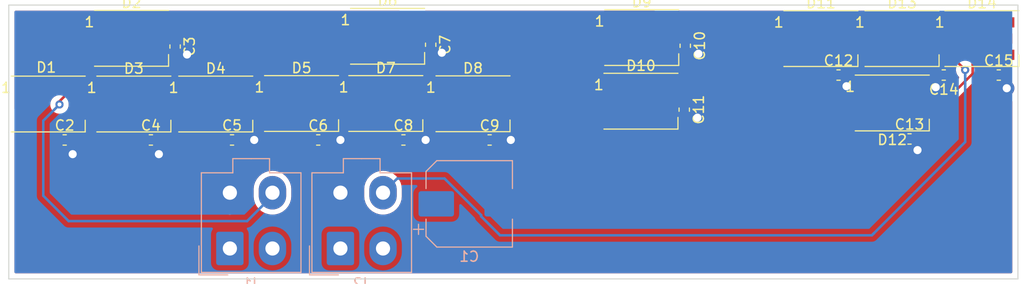
<source format=kicad_pcb>
(kicad_pcb (version 20171130) (host pcbnew "(5.1.6)-1")

  (general
    (thickness 1.6)
    (drawings 30)
    (tracks 175)
    (zones 0)
    (modules 31)
    (nets 18)
  )

  (page A4)
  (layers
    (0 F.Cu signal)
    (31 B.Cu signal)
    (32 B.Adhes user hide)
    (33 F.Adhes user hide)
    (34 B.Paste user hide)
    (35 F.Paste user hide)
    (36 B.SilkS user hide)
    (37 F.SilkS user hide)
    (38 B.Mask user hide)
    (39 F.Mask user hide)
    (40 Dwgs.User user hide)
    (41 Cmts.User user hide)
    (42 Eco1.User user)
    (43 Eco2.User user hide)
    (44 Edge.Cuts user)
    (45 Margin user)
    (46 B.CrtYd user)
    (47 F.CrtYd user)
    (48 B.Fab user)
    (49 F.Fab user)
  )

  (setup
    (last_trace_width 0.25)
    (user_trace_width 0.25)
    (user_trace_width 0.75)
    (user_trace_width 1)
    (trace_clearance 0.2)
    (zone_clearance 0.508)
    (zone_45_only no)
    (trace_min 0.2)
    (via_size 0.8)
    (via_drill 0.4)
    (via_min_size 0.4)
    (via_min_drill 0.3)
    (uvia_size 0.3)
    (uvia_drill 0.1)
    (uvias_allowed no)
    (uvia_min_size 0.2)
    (uvia_min_drill 0.1)
    (edge_width 0.1)
    (segment_width 0.2)
    (pcb_text_width 0.3)
    (pcb_text_size 1.5 1.5)
    (mod_edge_width 0.15)
    (mod_text_size 1 1)
    (mod_text_width 0.15)
    (pad_size 1.524 1.524)
    (pad_drill 0.762)
    (pad_to_mask_clearance 0)
    (aux_axis_origin 88.02116 74.97572)
    (visible_elements 7FFFFFFF)
    (pcbplotparams
      (layerselection 0x010fc_ffffffff)
      (usegerberextensions false)
      (usegerberattributes true)
      (usegerberadvancedattributes true)
      (creategerberjobfile true)
      (excludeedgelayer true)
      (linewidth 0.100000)
      (plotframeref false)
      (viasonmask false)
      (mode 1)
      (useauxorigin false)
      (hpglpennumber 1)
      (hpglpenspeed 20)
      (hpglpendiameter 15.000000)
      (psnegative false)
      (psa4output false)
      (plotreference true)
      (plotvalue true)
      (plotinvisibletext false)
      (padsonsilk false)
      (subtractmaskfromsilk false)
      (outputformat 1)
      (mirror false)
      (drillshape 0)
      (scaleselection 1)
      (outputdirectory "Manufacturing/"))
  )

  (net 0 "")
  (net 1 /LEDGND)
  (net 2 /LED+5V)
  (net 3 "Net-(D1-Pad2)")
  (net 4 "Net-(D2-Pad2)")
  (net 5 "Net-(D3-Pad2)")
  (net 6 "Net-(D4-Pad2)")
  (net 7 "Net-(D4-Pad4)")
  (net 8 "Net-(D6-Pad2)")
  (net 9 "Net-(D7-Pad2)")
  (net 10 "Net-(D8-Pad2)")
  (net 11 "Net-(D10-Pad4)")
  (net 12 "Net-(D10-Pad2)")
  (net 13 "Net-(D11-Pad2)")
  (net 14 "Net-(D12-Pad2)")
  (net 15 "Net-(D13-Pad2)")
  (net 16 /DATAIN)
  (net 17 /DATAOUT)

  (net_class Default "This is the default net class."
    (clearance 0.2)
    (trace_width 0.25)
    (via_dia 0.8)
    (via_drill 0.4)
    (uvia_dia 0.3)
    (uvia_drill 0.1)
    (add_net /DATAIN)
    (add_net /DATAOUT)
    (add_net "Net-(D1-Pad2)")
    (add_net "Net-(D10-Pad2)")
    (add_net "Net-(D10-Pad4)")
    (add_net "Net-(D11-Pad2)")
    (add_net "Net-(D12-Pad2)")
    (add_net "Net-(D13-Pad2)")
    (add_net "Net-(D2-Pad2)")
    (add_net "Net-(D3-Pad2)")
    (add_net "Net-(D4-Pad2)")
    (add_net "Net-(D4-Pad4)")
    (add_net "Net-(D6-Pad2)")
    (add_net "Net-(D7-Pad2)")
    (add_net "Net-(D8-Pad2)")
  )

  (net_class LED+5V ""
    (clearance 0.2)
    (trace_width 0.75)
    (via_dia 1.5)
    (via_drill 0.8)
    (uvia_dia 0.3)
    (uvia_drill 0.1)
    (add_net /LED+5V)
    (add_net /LEDGND)
  )

  (module Capacitor_SMD:C_0603_1608Metric (layer F.Cu) (tedit 5B301BBE) (tstamp 60062F25)
    (at 197.612 67.4)
    (descr "Capacitor SMD 0603 (1608 Metric), square (rectangular) end terminal, IPC_7351 nominal, (Body size source: http://www.tortai-tech.com/upload/download/2011102023233369053.pdf), generated with kicad-footprint-generator")
    (tags capacitor)
    (path /5FA195A3)
    (attr smd)
    (fp_text reference C15 (at 0 -1.43) (layer F.SilkS)
      (effects (font (size 1 1) (thickness 0.15)))
    )
    (fp_text value C (at 0 1.43) (layer F.Fab)
      (effects (font (size 1 1) (thickness 0.15)))
    )
    (fp_text user %R (at 0 0) (layer F.Fab)
      (effects (font (size 0.4 0.4) (thickness 0.06)))
    )
    (fp_line (start -0.8 0.4) (end -0.8 -0.4) (layer F.Fab) (width 0.1))
    (fp_line (start -0.8 -0.4) (end 0.8 -0.4) (layer F.Fab) (width 0.1))
    (fp_line (start 0.8 -0.4) (end 0.8 0.4) (layer F.Fab) (width 0.1))
    (fp_line (start 0.8 0.4) (end -0.8 0.4) (layer F.Fab) (width 0.1))
    (fp_line (start -0.162779 -0.51) (end 0.162779 -0.51) (layer F.SilkS) (width 0.12))
    (fp_line (start -0.162779 0.51) (end 0.162779 0.51) (layer F.SilkS) (width 0.12))
    (fp_line (start -1.48 0.73) (end -1.48 -0.73) (layer F.CrtYd) (width 0.05))
    (fp_line (start -1.48 -0.73) (end 1.48 -0.73) (layer F.CrtYd) (width 0.05))
    (fp_line (start 1.48 -0.73) (end 1.48 0.73) (layer F.CrtYd) (width 0.05))
    (fp_line (start 1.48 0.73) (end -1.48 0.73) (layer F.CrtYd) (width 0.05))
    (pad 2 smd roundrect (at 0.7875 0) (size 0.875 0.95) (layers F.Cu F.Paste F.Mask) (roundrect_rratio 0.25)
      (net 1 /LEDGND))
    (pad 1 smd roundrect (at -0.7875 0) (size 0.875 0.95) (layers F.Cu F.Paste F.Mask) (roundrect_rratio 0.25)
      (net 2 /LED+5V))
    (model ${KISYS3DMOD}/Capacitor_SMD.3dshapes/C_0603_1608Metric.wrl
      (at (xyz 0 0 0))
      (scale (xyz 1 1 1))
      (rotate (xyz 0 0 0))
    )
  )

  (module Capacitor_SMD:C_0603_1608Metric (layer F.Cu) (tedit 5B301BBE) (tstamp 600617F1)
    (at 192.188 67.4 180)
    (descr "Capacitor SMD 0603 (1608 Metric), square (rectangular) end terminal, IPC_7351 nominal, (Body size source: http://www.tortai-tech.com/upload/download/2011102023233369053.pdf), generated with kicad-footprint-generator")
    (tags capacitor)
    (path /5FA1959D)
    (attr smd)
    (fp_text reference C14 (at 0 -1.43) (layer F.SilkS)
      (effects (font (size 1 1) (thickness 0.15)))
    )
    (fp_text value C (at 0 1.43) (layer F.Fab)
      (effects (font (size 1 1) (thickness 0.15)))
    )
    (fp_text user %R (at 0 0) (layer F.Fab)
      (effects (font (size 0.4 0.4) (thickness 0.06)))
    )
    (fp_line (start -0.8 0.4) (end -0.8 -0.4) (layer F.Fab) (width 0.1))
    (fp_line (start -0.8 -0.4) (end 0.8 -0.4) (layer F.Fab) (width 0.1))
    (fp_line (start 0.8 -0.4) (end 0.8 0.4) (layer F.Fab) (width 0.1))
    (fp_line (start 0.8 0.4) (end -0.8 0.4) (layer F.Fab) (width 0.1))
    (fp_line (start -0.162779 -0.51) (end 0.162779 -0.51) (layer F.SilkS) (width 0.12))
    (fp_line (start -0.162779 0.51) (end 0.162779 0.51) (layer F.SilkS) (width 0.12))
    (fp_line (start -1.48 0.73) (end -1.48 -0.73) (layer F.CrtYd) (width 0.05))
    (fp_line (start -1.48 -0.73) (end 1.48 -0.73) (layer F.CrtYd) (width 0.05))
    (fp_line (start 1.48 -0.73) (end 1.48 0.73) (layer F.CrtYd) (width 0.05))
    (fp_line (start 1.48 0.73) (end -1.48 0.73) (layer F.CrtYd) (width 0.05))
    (pad 2 smd roundrect (at 0.7875 0 180) (size 0.875 0.95) (layers F.Cu F.Paste F.Mask) (roundrect_rratio 0.25)
      (net 1 /LEDGND))
    (pad 1 smd roundrect (at -0.7875 0 180) (size 0.875 0.95) (layers F.Cu F.Paste F.Mask) (roundrect_rratio 0.25)
      (net 2 /LED+5V))
    (model ${KISYS3DMOD}/Capacitor_SMD.3dshapes/C_0603_1608Metric.wrl
      (at (xyz 0 0 0))
      (scale (xyz 1 1 1))
      (rotate (xyz 0 0 0))
    )
  )

  (module Capacitor_SMD:C_0603_1608Metric (layer F.Cu) (tedit 5B301BBE) (tstamp 600617E0)
    (at 188.812 73.7)
    (descr "Capacitor SMD 0603 (1608 Metric), square (rectangular) end terminal, IPC_7351 nominal, (Body size source: http://www.tortai-tech.com/upload/download/2011102023233369053.pdf), generated with kicad-footprint-generator")
    (tags capacitor)
    (path /5FA19597)
    (attr smd)
    (fp_text reference C13 (at 0 -1.43) (layer F.SilkS)
      (effects (font (size 1 1) (thickness 0.15)))
    )
    (fp_text value C (at 0 1.43) (layer F.Fab)
      (effects (font (size 1 1) (thickness 0.15)))
    )
    (fp_text user %R (at 0 0) (layer F.Fab)
      (effects (font (size 0.4 0.4) (thickness 0.06)))
    )
    (fp_line (start -0.8 0.4) (end -0.8 -0.4) (layer F.Fab) (width 0.1))
    (fp_line (start -0.8 -0.4) (end 0.8 -0.4) (layer F.Fab) (width 0.1))
    (fp_line (start 0.8 -0.4) (end 0.8 0.4) (layer F.Fab) (width 0.1))
    (fp_line (start 0.8 0.4) (end -0.8 0.4) (layer F.Fab) (width 0.1))
    (fp_line (start -0.162779 -0.51) (end 0.162779 -0.51) (layer F.SilkS) (width 0.12))
    (fp_line (start -0.162779 0.51) (end 0.162779 0.51) (layer F.SilkS) (width 0.12))
    (fp_line (start -1.48 0.73) (end -1.48 -0.73) (layer F.CrtYd) (width 0.05))
    (fp_line (start -1.48 -0.73) (end 1.48 -0.73) (layer F.CrtYd) (width 0.05))
    (fp_line (start 1.48 -0.73) (end 1.48 0.73) (layer F.CrtYd) (width 0.05))
    (fp_line (start 1.48 0.73) (end -1.48 0.73) (layer F.CrtYd) (width 0.05))
    (pad 2 smd roundrect (at 0.7875 0) (size 0.875 0.95) (layers F.Cu F.Paste F.Mask) (roundrect_rratio 0.25)
      (net 1 /LEDGND))
    (pad 1 smd roundrect (at -0.7875 0) (size 0.875 0.95) (layers F.Cu F.Paste F.Mask) (roundrect_rratio 0.25)
      (net 2 /LED+5V))
    (model ${KISYS3DMOD}/Capacitor_SMD.3dshapes/C_0603_1608Metric.wrl
      (at (xyz 0 0 0))
      (scale (xyz 1 1 1))
      (rotate (xyz 0 0 0))
    )
  )

  (module Capacitor_SMD:C_0603_1608Metric (layer F.Cu) (tedit 5B301BBE) (tstamp 600617CF)
    (at 181.812 67.4)
    (descr "Capacitor SMD 0603 (1608 Metric), square (rectangular) end terminal, IPC_7351 nominal, (Body size source: http://www.tortai-tech.com/upload/download/2011102023233369053.pdf), generated with kicad-footprint-generator")
    (tags capacitor)
    (path /5FA19591)
    (attr smd)
    (fp_text reference C12 (at 0 -1.43) (layer F.SilkS)
      (effects (font (size 1 1) (thickness 0.15)))
    )
    (fp_text value C (at 0 1.43) (layer F.Fab)
      (effects (font (size 1 1) (thickness 0.15)))
    )
    (fp_text user %R (at 0 0) (layer F.Fab)
      (effects (font (size 0.4 0.4) (thickness 0.06)))
    )
    (fp_line (start -0.8 0.4) (end -0.8 -0.4) (layer F.Fab) (width 0.1))
    (fp_line (start -0.8 -0.4) (end 0.8 -0.4) (layer F.Fab) (width 0.1))
    (fp_line (start 0.8 -0.4) (end 0.8 0.4) (layer F.Fab) (width 0.1))
    (fp_line (start 0.8 0.4) (end -0.8 0.4) (layer F.Fab) (width 0.1))
    (fp_line (start -0.162779 -0.51) (end 0.162779 -0.51) (layer F.SilkS) (width 0.12))
    (fp_line (start -0.162779 0.51) (end 0.162779 0.51) (layer F.SilkS) (width 0.12))
    (fp_line (start -1.48 0.73) (end -1.48 -0.73) (layer F.CrtYd) (width 0.05))
    (fp_line (start -1.48 -0.73) (end 1.48 -0.73) (layer F.CrtYd) (width 0.05))
    (fp_line (start 1.48 -0.73) (end 1.48 0.73) (layer F.CrtYd) (width 0.05))
    (fp_line (start 1.48 0.73) (end -1.48 0.73) (layer F.CrtYd) (width 0.05))
    (pad 2 smd roundrect (at 0.7875 0) (size 0.875 0.95) (layers F.Cu F.Paste F.Mask) (roundrect_rratio 0.25)
      (net 1 /LEDGND))
    (pad 1 smd roundrect (at -0.7875 0) (size 0.875 0.95) (layers F.Cu F.Paste F.Mask) (roundrect_rratio 0.25)
      (net 2 /LED+5V))
    (model ${KISYS3DMOD}/Capacitor_SMD.3dshapes/C_0603_1608Metric.wrl
      (at (xyz 0 0 0))
      (scale (xyz 1 1 1))
      (rotate (xyz 0 0 0))
    )
  )

  (module Capacitor_SMD:C_0603_1608Metric (layer F.Cu) (tedit 5B301BBE) (tstamp 600617BE)
    (at 166.6 70.8125 270)
    (descr "Capacitor SMD 0603 (1608 Metric), square (rectangular) end terminal, IPC_7351 nominal, (Body size source: http://www.tortai-tech.com/upload/download/2011102023233369053.pdf), generated with kicad-footprint-generator")
    (tags capacitor)
    (path /5FA1958B)
    (attr smd)
    (fp_text reference C11 (at 0 -1.43 90) (layer F.SilkS)
      (effects (font (size 1 1) (thickness 0.15)))
    )
    (fp_text value C (at 0 1.43 90) (layer F.Fab)
      (effects (font (size 1 1) (thickness 0.15)))
    )
    (fp_text user %R (at 0 0 90) (layer F.Fab)
      (effects (font (size 0.4 0.4) (thickness 0.06)))
    )
    (fp_line (start -0.8 0.4) (end -0.8 -0.4) (layer F.Fab) (width 0.1))
    (fp_line (start -0.8 -0.4) (end 0.8 -0.4) (layer F.Fab) (width 0.1))
    (fp_line (start 0.8 -0.4) (end 0.8 0.4) (layer F.Fab) (width 0.1))
    (fp_line (start 0.8 0.4) (end -0.8 0.4) (layer F.Fab) (width 0.1))
    (fp_line (start -0.162779 -0.51) (end 0.162779 -0.51) (layer F.SilkS) (width 0.12))
    (fp_line (start -0.162779 0.51) (end 0.162779 0.51) (layer F.SilkS) (width 0.12))
    (fp_line (start -1.48 0.73) (end -1.48 -0.73) (layer F.CrtYd) (width 0.05))
    (fp_line (start -1.48 -0.73) (end 1.48 -0.73) (layer F.CrtYd) (width 0.05))
    (fp_line (start 1.48 -0.73) (end 1.48 0.73) (layer F.CrtYd) (width 0.05))
    (fp_line (start 1.48 0.73) (end -1.48 0.73) (layer F.CrtYd) (width 0.05))
    (pad 2 smd roundrect (at 0.7875 0 270) (size 0.875 0.95) (layers F.Cu F.Paste F.Mask) (roundrect_rratio 0.25)
      (net 1 /LEDGND))
    (pad 1 smd roundrect (at -0.7875 0 270) (size 0.875 0.95) (layers F.Cu F.Paste F.Mask) (roundrect_rratio 0.25)
      (net 2 /LED+5V))
    (model ${KISYS3DMOD}/Capacitor_SMD.3dshapes/C_0603_1608Metric.wrl
      (at (xyz 0 0 0))
      (scale (xyz 1 1 1))
      (rotate (xyz 0 0 0))
    )
  )

  (module Capacitor_SMD:C_0603_1608Metric (layer F.Cu) (tedit 5B301BBE) (tstamp 60062D5F)
    (at 166.7 64.5125 270)
    (descr "Capacitor SMD 0603 (1608 Metric), square (rectangular) end terminal, IPC_7351 nominal, (Body size source: http://www.tortai-tech.com/upload/download/2011102023233369053.pdf), generated with kicad-footprint-generator")
    (tags capacitor)
    (path /5FA19585)
    (attr smd)
    (fp_text reference C10 (at 0 -1.43 90) (layer F.SilkS)
      (effects (font (size 1 1) (thickness 0.15)))
    )
    (fp_text value C (at 0 1.43 90) (layer F.Fab)
      (effects (font (size 1 1) (thickness 0.15)))
    )
    (fp_text user %R (at 0 0 90) (layer F.Fab)
      (effects (font (size 0.4 0.4) (thickness 0.06)))
    )
    (fp_line (start -0.8 0.4) (end -0.8 -0.4) (layer F.Fab) (width 0.1))
    (fp_line (start -0.8 -0.4) (end 0.8 -0.4) (layer F.Fab) (width 0.1))
    (fp_line (start 0.8 -0.4) (end 0.8 0.4) (layer F.Fab) (width 0.1))
    (fp_line (start 0.8 0.4) (end -0.8 0.4) (layer F.Fab) (width 0.1))
    (fp_line (start -0.162779 -0.51) (end 0.162779 -0.51) (layer F.SilkS) (width 0.12))
    (fp_line (start -0.162779 0.51) (end 0.162779 0.51) (layer F.SilkS) (width 0.12))
    (fp_line (start -1.48 0.73) (end -1.48 -0.73) (layer F.CrtYd) (width 0.05))
    (fp_line (start -1.48 -0.73) (end 1.48 -0.73) (layer F.CrtYd) (width 0.05))
    (fp_line (start 1.48 -0.73) (end 1.48 0.73) (layer F.CrtYd) (width 0.05))
    (fp_line (start 1.48 0.73) (end -1.48 0.73) (layer F.CrtYd) (width 0.05))
    (pad 2 smd roundrect (at 0.7875 0 270) (size 0.875 0.95) (layers F.Cu F.Paste F.Mask) (roundrect_rratio 0.25)
      (net 1 /LEDGND))
    (pad 1 smd roundrect (at -0.7875 0 270) (size 0.875 0.95) (layers F.Cu F.Paste F.Mask) (roundrect_rratio 0.25)
      (net 2 /LED+5V))
    (model ${KISYS3DMOD}/Capacitor_SMD.3dshapes/C_0603_1608Metric.wrl
      (at (xyz 0 0 0))
      (scale (xyz 1 1 1))
      (rotate (xyz 0 0 0))
    )
  )

  (module Capacitor_SMD:C_0603_1608Metric (layer F.Cu) (tedit 5B301BBE) (tstamp 6006179C)
    (at 147.412 73.8)
    (descr "Capacitor SMD 0603 (1608 Metric), square (rectangular) end terminal, IPC_7351 nominal, (Body size source: http://www.tortai-tech.com/upload/download/2011102023233369053.pdf), generated with kicad-footprint-generator")
    (tags capacitor)
    (path /5FA1957F)
    (attr smd)
    (fp_text reference C9 (at 0 -1.43) (layer F.SilkS)
      (effects (font (size 1 1) (thickness 0.15)))
    )
    (fp_text value C (at 0 1.43) (layer F.Fab)
      (effects (font (size 1 1) (thickness 0.15)))
    )
    (fp_text user %R (at 0 0) (layer F.Fab)
      (effects (font (size 0.4 0.4) (thickness 0.06)))
    )
    (fp_line (start -0.8 0.4) (end -0.8 -0.4) (layer F.Fab) (width 0.1))
    (fp_line (start -0.8 -0.4) (end 0.8 -0.4) (layer F.Fab) (width 0.1))
    (fp_line (start 0.8 -0.4) (end 0.8 0.4) (layer F.Fab) (width 0.1))
    (fp_line (start 0.8 0.4) (end -0.8 0.4) (layer F.Fab) (width 0.1))
    (fp_line (start -0.162779 -0.51) (end 0.162779 -0.51) (layer F.SilkS) (width 0.12))
    (fp_line (start -0.162779 0.51) (end 0.162779 0.51) (layer F.SilkS) (width 0.12))
    (fp_line (start -1.48 0.73) (end -1.48 -0.73) (layer F.CrtYd) (width 0.05))
    (fp_line (start -1.48 -0.73) (end 1.48 -0.73) (layer F.CrtYd) (width 0.05))
    (fp_line (start 1.48 -0.73) (end 1.48 0.73) (layer F.CrtYd) (width 0.05))
    (fp_line (start 1.48 0.73) (end -1.48 0.73) (layer F.CrtYd) (width 0.05))
    (pad 2 smd roundrect (at 0.7875 0) (size 0.875 0.95) (layers F.Cu F.Paste F.Mask) (roundrect_rratio 0.25)
      (net 1 /LEDGND))
    (pad 1 smd roundrect (at -0.7875 0) (size 0.875 0.95) (layers F.Cu F.Paste F.Mask) (roundrect_rratio 0.25)
      (net 2 /LED+5V))
    (model ${KISYS3DMOD}/Capacitor_SMD.3dshapes/C_0603_1608Metric.wrl
      (at (xyz 0 0 0))
      (scale (xyz 1 1 1))
      (rotate (xyz 0 0 0))
    )
  )

  (module Capacitor_SMD:C_0603_1608Metric (layer F.Cu) (tedit 5B301BBE) (tstamp 6006178B)
    (at 138.912 73.8)
    (descr "Capacitor SMD 0603 (1608 Metric), square (rectangular) end terminal, IPC_7351 nominal, (Body size source: http://www.tortai-tech.com/upload/download/2011102023233369053.pdf), generated with kicad-footprint-generator")
    (tags capacitor)
    (path /5FA1581F)
    (attr smd)
    (fp_text reference C8 (at 0 -1.43) (layer F.SilkS)
      (effects (font (size 1 1) (thickness 0.15)))
    )
    (fp_text value C (at 0 1.43) (layer F.Fab)
      (effects (font (size 1 1) (thickness 0.15)))
    )
    (fp_text user %R (at 0 0) (layer F.Fab)
      (effects (font (size 0.4 0.4) (thickness 0.06)))
    )
    (fp_line (start -0.8 0.4) (end -0.8 -0.4) (layer F.Fab) (width 0.1))
    (fp_line (start -0.8 -0.4) (end 0.8 -0.4) (layer F.Fab) (width 0.1))
    (fp_line (start 0.8 -0.4) (end 0.8 0.4) (layer F.Fab) (width 0.1))
    (fp_line (start 0.8 0.4) (end -0.8 0.4) (layer F.Fab) (width 0.1))
    (fp_line (start -0.162779 -0.51) (end 0.162779 -0.51) (layer F.SilkS) (width 0.12))
    (fp_line (start -0.162779 0.51) (end 0.162779 0.51) (layer F.SilkS) (width 0.12))
    (fp_line (start -1.48 0.73) (end -1.48 -0.73) (layer F.CrtYd) (width 0.05))
    (fp_line (start -1.48 -0.73) (end 1.48 -0.73) (layer F.CrtYd) (width 0.05))
    (fp_line (start 1.48 -0.73) (end 1.48 0.73) (layer F.CrtYd) (width 0.05))
    (fp_line (start 1.48 0.73) (end -1.48 0.73) (layer F.CrtYd) (width 0.05))
    (pad 2 smd roundrect (at 0.7875 0) (size 0.875 0.95) (layers F.Cu F.Paste F.Mask) (roundrect_rratio 0.25)
      (net 1 /LEDGND))
    (pad 1 smd roundrect (at -0.7875 0) (size 0.875 0.95) (layers F.Cu F.Paste F.Mask) (roundrect_rratio 0.25)
      (net 2 /LED+5V))
    (model ${KISYS3DMOD}/Capacitor_SMD.3dshapes/C_0603_1608Metric.wrl
      (at (xyz 0 0 0))
      (scale (xyz 1 1 1))
      (rotate (xyz 0 0 0))
    )
  )

  (module Capacitor_SMD:C_0603_1608Metric (layer F.Cu) (tedit 5B301BBE) (tstamp 5F9F42FD)
    (at 141.6 64.4125 270)
    (descr "Capacitor SMD 0603 (1608 Metric), square (rectangular) end terminal, IPC_7351 nominal, (Body size source: http://www.tortai-tech.com/upload/download/2011102023233369053.pdf), generated with kicad-footprint-generator")
    (tags capacitor)
    (path /5FA13AC4)
    (attr smd)
    (fp_text reference C7 (at 0 -1.43 90) (layer F.SilkS)
      (effects (font (size 1 1) (thickness 0.15)))
    )
    (fp_text value C (at 0 1.43 90) (layer F.Fab)
      (effects (font (size 1 1) (thickness 0.15)))
    )
    (fp_text user %R (at 0 0 90) (layer F.Fab)
      (effects (font (size 0.4 0.4) (thickness 0.06)))
    )
    (fp_line (start -0.8 0.4) (end -0.8 -0.4) (layer F.Fab) (width 0.1))
    (fp_line (start -0.8 -0.4) (end 0.8 -0.4) (layer F.Fab) (width 0.1))
    (fp_line (start 0.8 -0.4) (end 0.8 0.4) (layer F.Fab) (width 0.1))
    (fp_line (start 0.8 0.4) (end -0.8 0.4) (layer F.Fab) (width 0.1))
    (fp_line (start -0.162779 -0.51) (end 0.162779 -0.51) (layer F.SilkS) (width 0.12))
    (fp_line (start -0.162779 0.51) (end 0.162779 0.51) (layer F.SilkS) (width 0.12))
    (fp_line (start -1.48 0.73) (end -1.48 -0.73) (layer F.CrtYd) (width 0.05))
    (fp_line (start -1.48 -0.73) (end 1.48 -0.73) (layer F.CrtYd) (width 0.05))
    (fp_line (start 1.48 -0.73) (end 1.48 0.73) (layer F.CrtYd) (width 0.05))
    (fp_line (start 1.48 0.73) (end -1.48 0.73) (layer F.CrtYd) (width 0.05))
    (pad 2 smd roundrect (at 0.7875 0 270) (size 0.875 0.95) (layers F.Cu F.Paste F.Mask) (roundrect_rratio 0.25)
      (net 1 /LEDGND))
    (pad 1 smd roundrect (at -0.7875 0 270) (size 0.875 0.95) (layers F.Cu F.Paste F.Mask) (roundrect_rratio 0.25)
      (net 2 /LED+5V))
    (model ${KISYS3DMOD}/Capacitor_SMD.3dshapes/C_0603_1608Metric.wrl
      (at (xyz 0 0 0))
      (scale (xyz 1 1 1))
      (rotate (xyz 0 0 0))
    )
  )

  (module Capacitor_SMD:C_0603_1608Metric (layer F.Cu) (tedit 5B301BBE) (tstamp 5F9F42EC)
    (at 130.512 73.8)
    (descr "Capacitor SMD 0603 (1608 Metric), square (rectangular) end terminal, IPC_7351 nominal, (Body size source: http://www.tortai-tech.com/upload/download/2011102023233369053.pdf), generated with kicad-footprint-generator")
    (tags capacitor)
    (path /5FA11D7E)
    (attr smd)
    (fp_text reference C6 (at 0 -1.43) (layer F.SilkS)
      (effects (font (size 1 1) (thickness 0.15)))
    )
    (fp_text value C (at 0 1.43) (layer F.Fab)
      (effects (font (size 1 1) (thickness 0.15)))
    )
    (fp_text user %R (at 0 0) (layer F.Fab)
      (effects (font (size 0.4 0.4) (thickness 0.06)))
    )
    (fp_line (start -0.8 0.4) (end -0.8 -0.4) (layer F.Fab) (width 0.1))
    (fp_line (start -0.8 -0.4) (end 0.8 -0.4) (layer F.Fab) (width 0.1))
    (fp_line (start 0.8 -0.4) (end 0.8 0.4) (layer F.Fab) (width 0.1))
    (fp_line (start 0.8 0.4) (end -0.8 0.4) (layer F.Fab) (width 0.1))
    (fp_line (start -0.162779 -0.51) (end 0.162779 -0.51) (layer F.SilkS) (width 0.12))
    (fp_line (start -0.162779 0.51) (end 0.162779 0.51) (layer F.SilkS) (width 0.12))
    (fp_line (start -1.48 0.73) (end -1.48 -0.73) (layer F.CrtYd) (width 0.05))
    (fp_line (start -1.48 -0.73) (end 1.48 -0.73) (layer F.CrtYd) (width 0.05))
    (fp_line (start 1.48 -0.73) (end 1.48 0.73) (layer F.CrtYd) (width 0.05))
    (fp_line (start 1.48 0.73) (end -1.48 0.73) (layer F.CrtYd) (width 0.05))
    (pad 2 smd roundrect (at 0.7875 0) (size 0.875 0.95) (layers F.Cu F.Paste F.Mask) (roundrect_rratio 0.25)
      (net 1 /LEDGND))
    (pad 1 smd roundrect (at -0.7875 0) (size 0.875 0.95) (layers F.Cu F.Paste F.Mask) (roundrect_rratio 0.25)
      (net 2 /LED+5V))
    (model ${KISYS3DMOD}/Capacitor_SMD.3dshapes/C_0603_1608Metric.wrl
      (at (xyz 0 0 0))
      (scale (xyz 1 1 1))
      (rotate (xyz 0 0 0))
    )
  )

  (module Capacitor_SMD:C_0603_1608Metric (layer F.Cu) (tedit 5B301BBE) (tstamp 5F9F42DB)
    (at 122.012 73.8)
    (descr "Capacitor SMD 0603 (1608 Metric), square (rectangular) end terminal, IPC_7351 nominal, (Body size source: http://www.tortai-tech.com/upload/download/2011102023233369053.pdf), generated with kicad-footprint-generator")
    (tags capacitor)
    (path /5FA1001B)
    (attr smd)
    (fp_text reference C5 (at 0 -1.43) (layer F.SilkS)
      (effects (font (size 1 1) (thickness 0.15)))
    )
    (fp_text value C (at 0 1.43) (layer F.Fab)
      (effects (font (size 1 1) (thickness 0.15)))
    )
    (fp_text user %R (at 0 0) (layer F.Fab)
      (effects (font (size 0.4 0.4) (thickness 0.06)))
    )
    (fp_line (start -0.8 0.4) (end -0.8 -0.4) (layer F.Fab) (width 0.1))
    (fp_line (start -0.8 -0.4) (end 0.8 -0.4) (layer F.Fab) (width 0.1))
    (fp_line (start 0.8 -0.4) (end 0.8 0.4) (layer F.Fab) (width 0.1))
    (fp_line (start 0.8 0.4) (end -0.8 0.4) (layer F.Fab) (width 0.1))
    (fp_line (start -0.162779 -0.51) (end 0.162779 -0.51) (layer F.SilkS) (width 0.12))
    (fp_line (start -0.162779 0.51) (end 0.162779 0.51) (layer F.SilkS) (width 0.12))
    (fp_line (start -1.48 0.73) (end -1.48 -0.73) (layer F.CrtYd) (width 0.05))
    (fp_line (start -1.48 -0.73) (end 1.48 -0.73) (layer F.CrtYd) (width 0.05))
    (fp_line (start 1.48 -0.73) (end 1.48 0.73) (layer F.CrtYd) (width 0.05))
    (fp_line (start 1.48 0.73) (end -1.48 0.73) (layer F.CrtYd) (width 0.05))
    (pad 2 smd roundrect (at 0.7875 0) (size 0.875 0.95) (layers F.Cu F.Paste F.Mask) (roundrect_rratio 0.25)
      (net 1 /LEDGND))
    (pad 1 smd roundrect (at -0.7875 0) (size 0.875 0.95) (layers F.Cu F.Paste F.Mask) (roundrect_rratio 0.25)
      (net 2 /LED+5V))
    (model ${KISYS3DMOD}/Capacitor_SMD.3dshapes/C_0603_1608Metric.wrl
      (at (xyz 0 0 0))
      (scale (xyz 1 1 1))
      (rotate (xyz 0 0 0))
    )
  )

  (module Capacitor_SMD:C_0603_1608Metric (layer F.Cu) (tedit 5B301BBE) (tstamp 5F9F42CA)
    (at 114.012 73.8)
    (descr "Capacitor SMD 0603 (1608 Metric), square (rectangular) end terminal, IPC_7351 nominal, (Body size source: http://www.tortai-tech.com/upload/download/2011102023233369053.pdf), generated with kicad-footprint-generator")
    (tags capacitor)
    (path /5FA0E3BD)
    (attr smd)
    (fp_text reference C4 (at 0 -1.43) (layer F.SilkS)
      (effects (font (size 1 1) (thickness 0.15)))
    )
    (fp_text value C (at 0 1.43) (layer F.Fab)
      (effects (font (size 1 1) (thickness 0.15)))
    )
    (fp_text user %R (at 0 0) (layer F.Fab)
      (effects (font (size 0.4 0.4) (thickness 0.06)))
    )
    (fp_line (start -0.8 0.4) (end -0.8 -0.4) (layer F.Fab) (width 0.1))
    (fp_line (start -0.8 -0.4) (end 0.8 -0.4) (layer F.Fab) (width 0.1))
    (fp_line (start 0.8 -0.4) (end 0.8 0.4) (layer F.Fab) (width 0.1))
    (fp_line (start 0.8 0.4) (end -0.8 0.4) (layer F.Fab) (width 0.1))
    (fp_line (start -0.162779 -0.51) (end 0.162779 -0.51) (layer F.SilkS) (width 0.12))
    (fp_line (start -0.162779 0.51) (end 0.162779 0.51) (layer F.SilkS) (width 0.12))
    (fp_line (start -1.48 0.73) (end -1.48 -0.73) (layer F.CrtYd) (width 0.05))
    (fp_line (start -1.48 -0.73) (end 1.48 -0.73) (layer F.CrtYd) (width 0.05))
    (fp_line (start 1.48 -0.73) (end 1.48 0.73) (layer F.CrtYd) (width 0.05))
    (fp_line (start 1.48 0.73) (end -1.48 0.73) (layer F.CrtYd) (width 0.05))
    (pad 2 smd roundrect (at 0.7875 0) (size 0.875 0.95) (layers F.Cu F.Paste F.Mask) (roundrect_rratio 0.25)
      (net 1 /LEDGND))
    (pad 1 smd roundrect (at -0.7875 0) (size 0.875 0.95) (layers F.Cu F.Paste F.Mask) (roundrect_rratio 0.25)
      (net 2 /LED+5V))
    (model ${KISYS3DMOD}/Capacitor_SMD.3dshapes/C_0603_1608Metric.wrl
      (at (xyz 0 0 0))
      (scale (xyz 1 1 1))
      (rotate (xyz 0 0 0))
    )
  )

  (module Capacitor_SMD:C_0603_1608Metric (layer F.Cu) (tedit 5B301BBE) (tstamp 5F9F42B9)
    (at 116.4 64.5875 270)
    (descr "Capacitor SMD 0603 (1608 Metric), square (rectangular) end terminal, IPC_7351 nominal, (Body size source: http://www.tortai-tech.com/upload/download/2011102023233369053.pdf), generated with kicad-footprint-generator")
    (tags capacitor)
    (path /5FA0C772)
    (attr smd)
    (fp_text reference C3 (at 0 -1.43 90) (layer F.SilkS)
      (effects (font (size 1 1) (thickness 0.15)))
    )
    (fp_text value C (at 0 1.43 90) (layer F.Fab)
      (effects (font (size 1 1) (thickness 0.15)))
    )
    (fp_text user %R (at 0 0 90) (layer F.Fab)
      (effects (font (size 0.4 0.4) (thickness 0.06)))
    )
    (fp_line (start -0.8 0.4) (end -0.8 -0.4) (layer F.Fab) (width 0.1))
    (fp_line (start -0.8 -0.4) (end 0.8 -0.4) (layer F.Fab) (width 0.1))
    (fp_line (start 0.8 -0.4) (end 0.8 0.4) (layer F.Fab) (width 0.1))
    (fp_line (start 0.8 0.4) (end -0.8 0.4) (layer F.Fab) (width 0.1))
    (fp_line (start -0.162779 -0.51) (end 0.162779 -0.51) (layer F.SilkS) (width 0.12))
    (fp_line (start -0.162779 0.51) (end 0.162779 0.51) (layer F.SilkS) (width 0.12))
    (fp_line (start -1.48 0.73) (end -1.48 -0.73) (layer F.CrtYd) (width 0.05))
    (fp_line (start -1.48 -0.73) (end 1.48 -0.73) (layer F.CrtYd) (width 0.05))
    (fp_line (start 1.48 -0.73) (end 1.48 0.73) (layer F.CrtYd) (width 0.05))
    (fp_line (start 1.48 0.73) (end -1.48 0.73) (layer F.CrtYd) (width 0.05))
    (pad 2 smd roundrect (at 0.7875 0 270) (size 0.875 0.95) (layers F.Cu F.Paste F.Mask) (roundrect_rratio 0.25)
      (net 1 /LEDGND))
    (pad 1 smd roundrect (at -0.7875 0 270) (size 0.875 0.95) (layers F.Cu F.Paste F.Mask) (roundrect_rratio 0.25)
      (net 2 /LED+5V))
    (model ${KISYS3DMOD}/Capacitor_SMD.3dshapes/C_0603_1608Metric.wrl
      (at (xyz 0 0 0))
      (scale (xyz 1 1 1))
      (rotate (xyz 0 0 0))
    )
  )

  (module Capacitor_SMD:C_0603_1608Metric (layer F.Cu) (tedit 5B301BBE) (tstamp 5F9F42A8)
    (at 105.512 73.8)
    (descr "Capacitor SMD 0603 (1608 Metric), square (rectangular) end terminal, IPC_7351 nominal, (Body size source: http://www.tortai-tech.com/upload/download/2011102023233369053.pdf), generated with kicad-footprint-generator")
    (tags capacitor)
    (path /5FA09AE7)
    (attr smd)
    (fp_text reference C2 (at 0 -1.43) (layer F.SilkS)
      (effects (font (size 1 1) (thickness 0.15)))
    )
    (fp_text value C (at 0 1.43) (layer F.Fab)
      (effects (font (size 1 1) (thickness 0.15)))
    )
    (fp_text user %R (at 0 0) (layer F.Fab)
      (effects (font (size 0.4 0.4) (thickness 0.06)))
    )
    (fp_line (start -0.8 0.4) (end -0.8 -0.4) (layer F.Fab) (width 0.1))
    (fp_line (start -0.8 -0.4) (end 0.8 -0.4) (layer F.Fab) (width 0.1))
    (fp_line (start 0.8 -0.4) (end 0.8 0.4) (layer F.Fab) (width 0.1))
    (fp_line (start 0.8 0.4) (end -0.8 0.4) (layer F.Fab) (width 0.1))
    (fp_line (start -0.162779 -0.51) (end 0.162779 -0.51) (layer F.SilkS) (width 0.12))
    (fp_line (start -0.162779 0.51) (end 0.162779 0.51) (layer F.SilkS) (width 0.12))
    (fp_line (start -1.48 0.73) (end -1.48 -0.73) (layer F.CrtYd) (width 0.05))
    (fp_line (start -1.48 -0.73) (end 1.48 -0.73) (layer F.CrtYd) (width 0.05))
    (fp_line (start 1.48 -0.73) (end 1.48 0.73) (layer F.CrtYd) (width 0.05))
    (fp_line (start 1.48 0.73) (end -1.48 0.73) (layer F.CrtYd) (width 0.05))
    (pad 2 smd roundrect (at 0.7875 0) (size 0.875 0.95) (layers F.Cu F.Paste F.Mask) (roundrect_rratio 0.25)
      (net 1 /LEDGND))
    (pad 1 smd roundrect (at -0.7875 0) (size 0.875 0.95) (layers F.Cu F.Paste F.Mask) (roundrect_rratio 0.25)
      (net 2 /LED+5V))
    (model ${KISYS3DMOD}/Capacitor_SMD.3dshapes/C_0603_1608Metric.wrl
      (at (xyz 0 0 0))
      (scale (xyz 1 1 1))
      (rotate (xyz 0 0 0))
    )
  )

  (module Connector_Molex:Molex_Mini-Fit_Jr_5566-04A_2x02_P4.20mm_Vertical (layer B.Cu) (tedit 5B781992) (tstamp 5F9F2449)
    (at 132.7 84.5)
    (descr "Molex Mini-Fit Jr. Power Connectors, old mpn/engineering number: 5566-04A, example for new mpn: 39-28-x04x, 2 Pins per row, Mounting:  (http://www.molex.com/pdm_docs/sd/039281043_sd.pdf), generated with kicad-footprint-generator")
    (tags "connector Molex Mini-Fit_Jr side entry")
    (path /5F8BD17B)
    (fp_text reference J2 (at 2.1 3.45) (layer B.SilkS)
      (effects (font (size 1 1) (thickness 0.15)) (justify mirror))
    )
    (fp_text value Conn_01x04_Female (at 2.1 -9.95) (layer B.Fab)
      (effects (font (size 1 1) (thickness 0.15)) (justify mirror))
    )
    (fp_text user %R (at 2.1 1.55) (layer B.Fab)
      (effects (font (size 1 1) (thickness 0.15)) (justify mirror))
    )
    (fp_line (start -2.7 2.25) (end -2.7 -7.35) (layer B.Fab) (width 0.1))
    (fp_line (start -2.7 -7.35) (end 6.9 -7.35) (layer B.Fab) (width 0.1))
    (fp_line (start 6.9 -7.35) (end 6.9 2.25) (layer B.Fab) (width 0.1))
    (fp_line (start 6.9 2.25) (end -2.7 2.25) (layer B.Fab) (width 0.1))
    (fp_line (start 0.4 -7.35) (end 0.4 -8.75) (layer B.Fab) (width 0.1))
    (fp_line (start 0.4 -8.75) (end 3.8 -8.75) (layer B.Fab) (width 0.1))
    (fp_line (start 3.8 -8.75) (end 3.8 -7.35) (layer B.Fab) (width 0.1))
    (fp_line (start -1.65 1) (end -1.65 -2.3) (layer B.Fab) (width 0.1))
    (fp_line (start -1.65 -2.3) (end 1.65 -2.3) (layer B.Fab) (width 0.1))
    (fp_line (start 1.65 -2.3) (end 1.65 1) (layer B.Fab) (width 0.1))
    (fp_line (start 1.65 1) (end -1.65 1) (layer B.Fab) (width 0.1))
    (fp_line (start -1.65 -6.5) (end -1.65 -4.025) (layer B.Fab) (width 0.1))
    (fp_line (start -1.65 -4.025) (end -0.825 -3.2) (layer B.Fab) (width 0.1))
    (fp_line (start -0.825 -3.2) (end 0.825 -3.2) (layer B.Fab) (width 0.1))
    (fp_line (start 0.825 -3.2) (end 1.65 -4.025) (layer B.Fab) (width 0.1))
    (fp_line (start 1.65 -4.025) (end 1.65 -6.5) (layer B.Fab) (width 0.1))
    (fp_line (start 1.65 -6.5) (end -1.65 -6.5) (layer B.Fab) (width 0.1))
    (fp_line (start 2.55 -3.2) (end 2.55 -6.5) (layer B.Fab) (width 0.1))
    (fp_line (start 2.55 -6.5) (end 5.85 -6.5) (layer B.Fab) (width 0.1))
    (fp_line (start 5.85 -6.5) (end 5.85 -3.2) (layer B.Fab) (width 0.1))
    (fp_line (start 5.85 -3.2) (end 2.55 -3.2) (layer B.Fab) (width 0.1))
    (fp_line (start 2.55 -2.3) (end 2.55 0.175) (layer B.Fab) (width 0.1))
    (fp_line (start 2.55 0.175) (end 3.375 1) (layer B.Fab) (width 0.1))
    (fp_line (start 3.375 1) (end 5.025 1) (layer B.Fab) (width 0.1))
    (fp_line (start 5.025 1) (end 5.85 0.175) (layer B.Fab) (width 0.1))
    (fp_line (start 5.85 0.175) (end 5.85 -2.3) (layer B.Fab) (width 0.1))
    (fp_line (start 5.85 -2.3) (end 2.55 -2.3) (layer B.Fab) (width 0.1))
    (fp_line (start 2.1 2.36) (end -2.81 2.36) (layer B.SilkS) (width 0.12))
    (fp_line (start -2.81 2.36) (end -2.81 -7.46) (layer B.SilkS) (width 0.12))
    (fp_line (start -2.81 -7.46) (end 0.29 -7.46) (layer B.SilkS) (width 0.12))
    (fp_line (start 0.29 -7.46) (end 0.29 -8.86) (layer B.SilkS) (width 0.12))
    (fp_line (start 0.29 -8.86) (end 2.1 -8.86) (layer B.SilkS) (width 0.12))
    (fp_line (start 2.1 2.36) (end 7.01 2.36) (layer B.SilkS) (width 0.12))
    (fp_line (start 7.01 2.36) (end 7.01 -7.46) (layer B.SilkS) (width 0.12))
    (fp_line (start 7.01 -7.46) (end 3.91 -7.46) (layer B.SilkS) (width 0.12))
    (fp_line (start 3.91 -7.46) (end 3.91 -8.86) (layer B.SilkS) (width 0.12))
    (fp_line (start 3.91 -8.86) (end 2.1 -8.86) (layer B.SilkS) (width 0.12))
    (fp_line (start -0.2 2.6) (end -3.05 2.6) (layer B.SilkS) (width 0.12))
    (fp_line (start -3.05 2.6) (end -3.05 -0.25) (layer B.SilkS) (width 0.12))
    (fp_line (start -0.2 2.6) (end -3.05 2.6) (layer B.Fab) (width 0.1))
    (fp_line (start -3.05 2.6) (end -3.05 -0.25) (layer B.Fab) (width 0.1))
    (fp_line (start -3.2 2.75) (end -3.2 -9.25) (layer B.CrtYd) (width 0.05))
    (fp_line (start -3.2 -9.25) (end 7.4 -9.25) (layer B.CrtYd) (width 0.05))
    (fp_line (start 7.4 -9.25) (end 7.4 2.75) (layer B.CrtYd) (width 0.05))
    (fp_line (start 7.4 2.75) (end -3.2 2.75) (layer B.CrtYd) (width 0.05))
    (pad 4 thru_hole oval (at 4.2 -5.5) (size 2.7 3.3) (drill 1.4) (layers *.Cu *.Mask)
      (net 17 /DATAOUT))
    (pad 3 thru_hole oval (at 0 -5.5) (size 2.7 3.3) (drill 1.4) (layers *.Cu *.Mask)
      (net 1 /LEDGND))
    (pad 2 thru_hole oval (at 4.2 0) (size 2.7 3.3) (drill 1.4) (layers *.Cu *.Mask)
      (net 2 /LED+5V))
    (pad 1 thru_hole roundrect (at 0 0) (size 2.7 3.3) (drill 1.4) (layers *.Cu *.Mask) (roundrect_rratio 0.09259299999999999)
      (net 2 /LED+5V))
    (model ${KISYS3DMOD}/Connector_Molex.3dshapes/Molex_Mini-Fit_Jr_5566-04A_2x02_P4.20mm_Vertical.wrl
      (at (xyz 0 0 0))
      (scale (xyz 1 1 1))
      (rotate (xyz 0 0 0))
    )
  )

  (module Connector_Molex:Molex_Mini-Fit_Jr_5566-04A_2x02_P4.20mm_Vertical (layer B.Cu) (tedit 5B781992) (tstamp 5F9F242A)
    (at 121.8 84.5)
    (descr "Molex Mini-Fit Jr. Power Connectors, old mpn/engineering number: 5566-04A, example for new mpn: 39-28-x04x, 2 Pins per row, Mounting:  (http://www.molex.com/pdm_docs/sd/039281043_sd.pdf), generated with kicad-footprint-generator")
    (tags "connector Molex Mini-Fit_Jr side entry")
    (path /5F8C0120)
    (fp_text reference J1 (at 2.1 3.45) (layer B.SilkS)
      (effects (font (size 1 1) (thickness 0.15)) (justify mirror))
    )
    (fp_text value Conn_01x04_Female (at 2.1 -9.95) (layer B.Fab)
      (effects (font (size 1 1) (thickness 0.15)) (justify mirror))
    )
    (fp_text user %R (at 2.1 1.55) (layer B.Fab)
      (effects (font (size 1 1) (thickness 0.15)) (justify mirror))
    )
    (fp_line (start -2.7 2.25) (end -2.7 -7.35) (layer B.Fab) (width 0.1))
    (fp_line (start -2.7 -7.35) (end 6.9 -7.35) (layer B.Fab) (width 0.1))
    (fp_line (start 6.9 -7.35) (end 6.9 2.25) (layer B.Fab) (width 0.1))
    (fp_line (start 6.9 2.25) (end -2.7 2.25) (layer B.Fab) (width 0.1))
    (fp_line (start 0.4 -7.35) (end 0.4 -8.75) (layer B.Fab) (width 0.1))
    (fp_line (start 0.4 -8.75) (end 3.8 -8.75) (layer B.Fab) (width 0.1))
    (fp_line (start 3.8 -8.75) (end 3.8 -7.35) (layer B.Fab) (width 0.1))
    (fp_line (start -1.65 1) (end -1.65 -2.3) (layer B.Fab) (width 0.1))
    (fp_line (start -1.65 -2.3) (end 1.65 -2.3) (layer B.Fab) (width 0.1))
    (fp_line (start 1.65 -2.3) (end 1.65 1) (layer B.Fab) (width 0.1))
    (fp_line (start 1.65 1) (end -1.65 1) (layer B.Fab) (width 0.1))
    (fp_line (start -1.65 -6.5) (end -1.65 -4.025) (layer B.Fab) (width 0.1))
    (fp_line (start -1.65 -4.025) (end -0.825 -3.2) (layer B.Fab) (width 0.1))
    (fp_line (start -0.825 -3.2) (end 0.825 -3.2) (layer B.Fab) (width 0.1))
    (fp_line (start 0.825 -3.2) (end 1.65 -4.025) (layer B.Fab) (width 0.1))
    (fp_line (start 1.65 -4.025) (end 1.65 -6.5) (layer B.Fab) (width 0.1))
    (fp_line (start 1.65 -6.5) (end -1.65 -6.5) (layer B.Fab) (width 0.1))
    (fp_line (start 2.55 -3.2) (end 2.55 -6.5) (layer B.Fab) (width 0.1))
    (fp_line (start 2.55 -6.5) (end 5.85 -6.5) (layer B.Fab) (width 0.1))
    (fp_line (start 5.85 -6.5) (end 5.85 -3.2) (layer B.Fab) (width 0.1))
    (fp_line (start 5.85 -3.2) (end 2.55 -3.2) (layer B.Fab) (width 0.1))
    (fp_line (start 2.55 -2.3) (end 2.55 0.175) (layer B.Fab) (width 0.1))
    (fp_line (start 2.55 0.175) (end 3.375 1) (layer B.Fab) (width 0.1))
    (fp_line (start 3.375 1) (end 5.025 1) (layer B.Fab) (width 0.1))
    (fp_line (start 5.025 1) (end 5.85 0.175) (layer B.Fab) (width 0.1))
    (fp_line (start 5.85 0.175) (end 5.85 -2.3) (layer B.Fab) (width 0.1))
    (fp_line (start 5.85 -2.3) (end 2.55 -2.3) (layer B.Fab) (width 0.1))
    (fp_line (start 2.1 2.36) (end -2.81 2.36) (layer B.SilkS) (width 0.12))
    (fp_line (start -2.81 2.36) (end -2.81 -7.46) (layer B.SilkS) (width 0.12))
    (fp_line (start -2.81 -7.46) (end 0.29 -7.46) (layer B.SilkS) (width 0.12))
    (fp_line (start 0.29 -7.46) (end 0.29 -8.86) (layer B.SilkS) (width 0.12))
    (fp_line (start 0.29 -8.86) (end 2.1 -8.86) (layer B.SilkS) (width 0.12))
    (fp_line (start 2.1 2.36) (end 7.01 2.36) (layer B.SilkS) (width 0.12))
    (fp_line (start 7.01 2.36) (end 7.01 -7.46) (layer B.SilkS) (width 0.12))
    (fp_line (start 7.01 -7.46) (end 3.91 -7.46) (layer B.SilkS) (width 0.12))
    (fp_line (start 3.91 -7.46) (end 3.91 -8.86) (layer B.SilkS) (width 0.12))
    (fp_line (start 3.91 -8.86) (end 2.1 -8.86) (layer B.SilkS) (width 0.12))
    (fp_line (start -0.2 2.6) (end -3.05 2.6) (layer B.SilkS) (width 0.12))
    (fp_line (start -3.05 2.6) (end -3.05 -0.25) (layer B.SilkS) (width 0.12))
    (fp_line (start -0.2 2.6) (end -3.05 2.6) (layer B.Fab) (width 0.1))
    (fp_line (start -3.05 2.6) (end -3.05 -0.25) (layer B.Fab) (width 0.1))
    (fp_line (start -3.2 2.75) (end -3.2 -9.25) (layer B.CrtYd) (width 0.05))
    (fp_line (start -3.2 -9.25) (end 7.4 -9.25) (layer B.CrtYd) (width 0.05))
    (fp_line (start 7.4 -9.25) (end 7.4 2.75) (layer B.CrtYd) (width 0.05))
    (fp_line (start 7.4 2.75) (end -3.2 2.75) (layer B.CrtYd) (width 0.05))
    (pad 4 thru_hole oval (at 4.2 -5.5) (size 2.7 3.3) (drill 1.4) (layers *.Cu *.Mask)
      (net 16 /DATAIN))
    (pad 3 thru_hole oval (at 0 -5.5) (size 2.7 3.3) (drill 1.4) (layers *.Cu *.Mask)
      (net 1 /LEDGND))
    (pad 2 thru_hole oval (at 4.2 0) (size 2.7 3.3) (drill 1.4) (layers *.Cu *.Mask)
      (net 2 /LED+5V))
    (pad 1 thru_hole roundrect (at 0 0) (size 2.7 3.3) (drill 1.4) (layers *.Cu *.Mask) (roundrect_rratio 0.09259299999999999)
      (net 2 /LED+5V))
    (model ${KISYS3DMOD}/Connector_Molex.3dshapes/Molex_Mini-Fit_Jr_5566-04A_2x02_P4.20mm_Vertical.wrl
      (at (xyz 0 0 0))
      (scale (xyz 1 1 1))
      (rotate (xyz 0 0 0))
    )
  )

  (module LED_SMD:LED_WS2812B_PLCC4_5.0x5.0mm_P3.2mm (layer F.Cu) (tedit 5AA4B285) (tstamp 5F9F31CE)
    (at 195.949 63.8046)
    (descr https://cdn-shop.adafruit.com/datasheets/WS2812B.pdf)
    (tags "LED RGB NeoPixel")
    (path /5F9FAC2D)
    (attr smd)
    (fp_text reference D14 (at 0 -3.5) (layer F.SilkS)
      (effects (font (size 1 1) (thickness 0.15)))
    )
    (fp_text value WS2812B (at 0 4) (layer F.Fab)
      (effects (font (size 1 1) (thickness 0.15)))
    )
    (fp_circle (center 0 0) (end 0 -2) (layer F.Fab) (width 0.1))
    (fp_line (start 3.65 2.75) (end 3.65 1.6) (layer F.SilkS) (width 0.12))
    (fp_line (start -3.65 2.75) (end 3.65 2.75) (layer F.SilkS) (width 0.12))
    (fp_line (start -3.65 -2.75) (end 3.65 -2.75) (layer F.SilkS) (width 0.12))
    (fp_line (start 2.5 -2.5) (end -2.5 -2.5) (layer F.Fab) (width 0.1))
    (fp_line (start 2.5 2.5) (end 2.5 -2.5) (layer F.Fab) (width 0.1))
    (fp_line (start -2.5 2.5) (end 2.5 2.5) (layer F.Fab) (width 0.1))
    (fp_line (start -2.5 -2.5) (end -2.5 2.5) (layer F.Fab) (width 0.1))
    (fp_line (start 2.5 1.5) (end 1.5 2.5) (layer F.Fab) (width 0.1))
    (fp_line (start -3.45 -2.75) (end -3.45 2.75) (layer F.CrtYd) (width 0.05))
    (fp_line (start -3.45 2.75) (end 3.45 2.75) (layer F.CrtYd) (width 0.05))
    (fp_line (start 3.45 2.75) (end 3.45 -2.75) (layer F.CrtYd) (width 0.05))
    (fp_line (start 3.45 -2.75) (end -3.45 -2.75) (layer F.CrtYd) (width 0.05))
    (fp_text user %R (at 0 0) (layer F.Fab)
      (effects (font (size 0.8 0.8) (thickness 0.15)))
    )
    (fp_text user 1 (at -4.15 -1.6) (layer F.SilkS)
      (effects (font (size 1 1) (thickness 0.15)))
    )
    (pad 1 smd rect (at -2.45 -1.6) (size 1.5 1) (layers F.Cu F.Paste F.Mask)
      (net 2 /LED+5V))
    (pad 2 smd rect (at -2.45 1.6) (size 1.5 1) (layers F.Cu F.Paste F.Mask)
      (net 17 /DATAOUT))
    (pad 4 smd rect (at 2.45 -1.6) (size 1.5 1) (layers F.Cu F.Paste F.Mask)
      (net 15 "Net-(D13-Pad2)"))
    (pad 3 smd rect (at 2.45 1.6) (size 1.5 1) (layers F.Cu F.Paste F.Mask)
      (net 1 /LEDGND))
    (model ${KISYS3DMOD}/LED_SMD.3dshapes/LED_WS2812B_PLCC4_5.0x5.0mm_P3.2mm.wrl
      (at (xyz 0 0 0))
      (scale (xyz 1 1 1))
      (rotate (xyz 0 0 0))
    )
  )

  (module LED_SMD:LED_WS2812B_PLCC4_5.0x5.0mm_P3.2mm (layer F.Cu) (tedit 5AA4B285) (tstamp 5F9F31B7)
    (at 188.075 63.8046)
    (descr https://cdn-shop.adafruit.com/datasheets/WS2812B.pdf)
    (tags "LED RGB NeoPixel")
    (path /5F9F7BCF)
    (attr smd)
    (fp_text reference D13 (at 0 -3.5) (layer F.SilkS)
      (effects (font (size 1 1) (thickness 0.15)))
    )
    (fp_text value WS2812B (at 0 4) (layer F.Fab)
      (effects (font (size 1 1) (thickness 0.15)))
    )
    (fp_circle (center 0 0) (end 0 -2) (layer F.Fab) (width 0.1))
    (fp_line (start 3.65 2.75) (end 3.65 1.6) (layer F.SilkS) (width 0.12))
    (fp_line (start -3.65 2.75) (end 3.65 2.75) (layer F.SilkS) (width 0.12))
    (fp_line (start -3.65 -2.75) (end 3.65 -2.75) (layer F.SilkS) (width 0.12))
    (fp_line (start 2.5 -2.5) (end -2.5 -2.5) (layer F.Fab) (width 0.1))
    (fp_line (start 2.5 2.5) (end 2.5 -2.5) (layer F.Fab) (width 0.1))
    (fp_line (start -2.5 2.5) (end 2.5 2.5) (layer F.Fab) (width 0.1))
    (fp_line (start -2.5 -2.5) (end -2.5 2.5) (layer F.Fab) (width 0.1))
    (fp_line (start 2.5 1.5) (end 1.5 2.5) (layer F.Fab) (width 0.1))
    (fp_line (start -3.45 -2.75) (end -3.45 2.75) (layer F.CrtYd) (width 0.05))
    (fp_line (start -3.45 2.75) (end 3.45 2.75) (layer F.CrtYd) (width 0.05))
    (fp_line (start 3.45 2.75) (end 3.45 -2.75) (layer F.CrtYd) (width 0.05))
    (fp_line (start 3.45 -2.75) (end -3.45 -2.75) (layer F.CrtYd) (width 0.05))
    (fp_text user %R (at 0 0) (layer F.Fab)
      (effects (font (size 0.8 0.8) (thickness 0.15)))
    )
    (fp_text user 1 (at -4.15 -1.6) (layer F.SilkS)
      (effects (font (size 1 1) (thickness 0.15)))
    )
    (pad 1 smd rect (at -2.45 -1.6) (size 1.5 1) (layers F.Cu F.Paste F.Mask)
      (net 2 /LED+5V))
    (pad 2 smd rect (at -2.45 1.6) (size 1.5 1) (layers F.Cu F.Paste F.Mask)
      (net 15 "Net-(D13-Pad2)"))
    (pad 4 smd rect (at 2.45 -1.6) (size 1.5 1) (layers F.Cu F.Paste F.Mask)
      (net 14 "Net-(D12-Pad2)"))
    (pad 3 smd rect (at 2.45 1.6) (size 1.5 1) (layers F.Cu F.Paste F.Mask)
      (net 1 /LEDGND))
    (model ${KISYS3DMOD}/LED_SMD.3dshapes/LED_WS2812B_PLCC4_5.0x5.0mm_P3.2mm.wrl
      (at (xyz 0 0 0))
      (scale (xyz 1 1 1))
      (rotate (xyz 0 0 0))
    )
  )

  (module LED_SMD:LED_WS2812B_PLCC4_5.0x5.0mm_P3.2mm (layer F.Cu) (tedit 5AA4B285) (tstamp 5F9F240B)
    (at 187.11 70.1546)
    (descr https://cdn-shop.adafruit.com/datasheets/WS2812B.pdf)
    (tags "LED RGB NeoPixel")
    (path /5F8B9017)
    (attr smd)
    (fp_text reference D12 (at 0 3.6324) (layer F.SilkS)
      (effects (font (size 1 1) (thickness 0.15)))
    )
    (fp_text value WS2812B (at 0 4) (layer F.Fab)
      (effects (font (size 1 1) (thickness 0.15)))
    )
    (fp_circle (center 0 0) (end 0 -2) (layer F.Fab) (width 0.1))
    (fp_line (start 3.65 2.75) (end 3.65 1.6) (layer F.SilkS) (width 0.12))
    (fp_line (start -3.65 2.75) (end 3.65 2.75) (layer F.SilkS) (width 0.12))
    (fp_line (start -3.65 -2.75) (end 3.65 -2.75) (layer F.SilkS) (width 0.12))
    (fp_line (start 2.5 -2.5) (end -2.5 -2.5) (layer F.Fab) (width 0.1))
    (fp_line (start 2.5 2.5) (end 2.5 -2.5) (layer F.Fab) (width 0.1))
    (fp_line (start -2.5 2.5) (end 2.5 2.5) (layer F.Fab) (width 0.1))
    (fp_line (start -2.5 -2.5) (end -2.5 2.5) (layer F.Fab) (width 0.1))
    (fp_line (start 2.5 1.5) (end 1.5 2.5) (layer F.Fab) (width 0.1))
    (fp_line (start -3.45 -2.75) (end -3.45 2.75) (layer F.CrtYd) (width 0.05))
    (fp_line (start -3.45 2.75) (end 3.45 2.75) (layer F.CrtYd) (width 0.05))
    (fp_line (start 3.45 2.75) (end 3.45 -2.75) (layer F.CrtYd) (width 0.05))
    (fp_line (start 3.45 -2.75) (end -3.45 -2.75) (layer F.CrtYd) (width 0.05))
    (fp_text user %R (at 0 0) (layer F.Fab)
      (effects (font (size 0.8 0.8) (thickness 0.15)))
    )
    (fp_text user 1 (at -4.15 -1.6) (layer F.SilkS)
      (effects (font (size 1 1) (thickness 0.15)))
    )
    (pad 1 smd rect (at -2.45 -1.6) (size 1.5 1) (layers F.Cu F.Paste F.Mask)
      (net 2 /LED+5V))
    (pad 2 smd rect (at -2.45 1.6) (size 1.5 1) (layers F.Cu F.Paste F.Mask)
      (net 14 "Net-(D12-Pad2)"))
    (pad 4 smd rect (at 2.45 -1.6) (size 1.5 1) (layers F.Cu F.Paste F.Mask)
      (net 13 "Net-(D11-Pad2)"))
    (pad 3 smd rect (at 2.45 1.6) (size 1.5 1) (layers F.Cu F.Paste F.Mask)
      (net 1 /LEDGND))
    (model ${KISYS3DMOD}/LED_SMD.3dshapes/LED_WS2812B_PLCC4_5.0x5.0mm_P3.2mm.wrl
      (at (xyz 0 0 0))
      (scale (xyz 1 1 1))
      (rotate (xyz 0 0 0))
    )
  )

  (module LED_SMD:LED_WS2812B_PLCC4_5.0x5.0mm_P3.2mm (layer F.Cu) (tedit 5AA4B285) (tstamp 5F9F23F4)
    (at 180.074 63.8046)
    (descr https://cdn-shop.adafruit.com/datasheets/WS2812B.pdf)
    (tags "LED RGB NeoPixel")
    (path /5F8B9849)
    (attr smd)
    (fp_text reference D11 (at 0 -3.5) (layer F.SilkS)
      (effects (font (size 1 1) (thickness 0.15)))
    )
    (fp_text value WS2812B (at 0 4) (layer F.Fab)
      (effects (font (size 1 1) (thickness 0.15)))
    )
    (fp_circle (center 0 0) (end 0 -2) (layer F.Fab) (width 0.1))
    (fp_line (start 3.65 2.75) (end 3.65 1.6) (layer F.SilkS) (width 0.12))
    (fp_line (start -3.65 2.75) (end 3.65 2.75) (layer F.SilkS) (width 0.12))
    (fp_line (start -3.65 -2.75) (end 3.65 -2.75) (layer F.SilkS) (width 0.12))
    (fp_line (start 2.5 -2.5) (end -2.5 -2.5) (layer F.Fab) (width 0.1))
    (fp_line (start 2.5 2.5) (end 2.5 -2.5) (layer F.Fab) (width 0.1))
    (fp_line (start -2.5 2.5) (end 2.5 2.5) (layer F.Fab) (width 0.1))
    (fp_line (start -2.5 -2.5) (end -2.5 2.5) (layer F.Fab) (width 0.1))
    (fp_line (start 2.5 1.5) (end 1.5 2.5) (layer F.Fab) (width 0.1))
    (fp_line (start -3.45 -2.75) (end -3.45 2.75) (layer F.CrtYd) (width 0.05))
    (fp_line (start -3.45 2.75) (end 3.45 2.75) (layer F.CrtYd) (width 0.05))
    (fp_line (start 3.45 2.75) (end 3.45 -2.75) (layer F.CrtYd) (width 0.05))
    (fp_line (start 3.45 -2.75) (end -3.45 -2.75) (layer F.CrtYd) (width 0.05))
    (fp_text user %R (at 0 0) (layer F.Fab)
      (effects (font (size 0.8 0.8) (thickness 0.15)))
    )
    (fp_text user 1 (at -4.15 -1.6) (layer F.SilkS)
      (effects (font (size 1 1) (thickness 0.15)))
    )
    (pad 1 smd rect (at -2.45 -1.6) (size 1.5 1) (layers F.Cu F.Paste F.Mask)
      (net 2 /LED+5V))
    (pad 2 smd rect (at -2.45 1.6) (size 1.5 1) (layers F.Cu F.Paste F.Mask)
      (net 13 "Net-(D11-Pad2)"))
    (pad 4 smd rect (at 2.45 -1.6) (size 1.5 1) (layers F.Cu F.Paste F.Mask)
      (net 12 "Net-(D10-Pad2)"))
    (pad 3 smd rect (at 2.45 1.6) (size 1.5 1) (layers F.Cu F.Paste F.Mask)
      (net 1 /LEDGND))
    (model ${KISYS3DMOD}/LED_SMD.3dshapes/LED_WS2812B_PLCC4_5.0x5.0mm_P3.2mm.wrl
      (at (xyz 0 0 0))
      (scale (xyz 1 1 1))
      (rotate (xyz 0 0 0))
    )
  )

  (module LED_SMD:LED_WS2812B_PLCC4_5.0x5.0mm_P3.2mm (layer F.Cu) (tedit 5AA4B285) (tstamp 5F9F23DD)
    (at 162.331 69.977)
    (descr https://cdn-shop.adafruit.com/datasheets/WS2812B.pdf)
    (tags "LED RGB NeoPixel")
    (path /5F8B8AFB)
    (attr smd)
    (fp_text reference D10 (at 0 -3.5) (layer F.SilkS)
      (effects (font (size 1 1) (thickness 0.15)))
    )
    (fp_text value WS2812B (at 0 4) (layer F.Fab)
      (effects (font (size 1 1) (thickness 0.15)))
    )
    (fp_circle (center 0 0) (end 0 -2) (layer F.Fab) (width 0.1))
    (fp_line (start 3.65 2.75) (end 3.65 1.6) (layer F.SilkS) (width 0.12))
    (fp_line (start -3.65 2.75) (end 3.65 2.75) (layer F.SilkS) (width 0.12))
    (fp_line (start -3.65 -2.75) (end 3.65 -2.75) (layer F.SilkS) (width 0.12))
    (fp_line (start 2.5 -2.5) (end -2.5 -2.5) (layer F.Fab) (width 0.1))
    (fp_line (start 2.5 2.5) (end 2.5 -2.5) (layer F.Fab) (width 0.1))
    (fp_line (start -2.5 2.5) (end 2.5 2.5) (layer F.Fab) (width 0.1))
    (fp_line (start -2.5 -2.5) (end -2.5 2.5) (layer F.Fab) (width 0.1))
    (fp_line (start 2.5 1.5) (end 1.5 2.5) (layer F.Fab) (width 0.1))
    (fp_line (start -3.45 -2.75) (end -3.45 2.75) (layer F.CrtYd) (width 0.05))
    (fp_line (start -3.45 2.75) (end 3.45 2.75) (layer F.CrtYd) (width 0.05))
    (fp_line (start 3.45 2.75) (end 3.45 -2.75) (layer F.CrtYd) (width 0.05))
    (fp_line (start 3.45 -2.75) (end -3.45 -2.75) (layer F.CrtYd) (width 0.05))
    (fp_text user %R (at 0 0) (layer F.Fab)
      (effects (font (size 0.8 0.8) (thickness 0.15)))
    )
    (fp_text user 1 (at -4.15 -1.6) (layer F.SilkS)
      (effects (font (size 1 1) (thickness 0.15)))
    )
    (pad 1 smd rect (at -2.45 -1.6) (size 1.5 1) (layers F.Cu F.Paste F.Mask)
      (net 2 /LED+5V))
    (pad 2 smd rect (at -2.45 1.6) (size 1.5 1) (layers F.Cu F.Paste F.Mask)
      (net 12 "Net-(D10-Pad2)"))
    (pad 4 smd rect (at 2.45 -1.6) (size 1.5 1) (layers F.Cu F.Paste F.Mask)
      (net 11 "Net-(D10-Pad4)"))
    (pad 3 smd rect (at 2.45 1.6) (size 1.5 1) (layers F.Cu F.Paste F.Mask)
      (net 1 /LEDGND))
    (model ${KISYS3DMOD}/LED_SMD.3dshapes/LED_WS2812B_PLCC4_5.0x5.0mm_P3.2mm.wrl
      (at (xyz 0 0 0))
      (scale (xyz 1 1 1))
      (rotate (xyz 0 0 0))
    )
  )

  (module LED_SMD:LED_WS2812B_PLCC4_5.0x5.0mm_P3.2mm (layer F.Cu) (tedit 5AA4B285) (tstamp 5F9F23C6)
    (at 162.408 63.7032)
    (descr https://cdn-shop.adafruit.com/datasheets/WS2812B.pdf)
    (tags "LED RGB NeoPixel")
    (path /5F8B8579)
    (attr smd)
    (fp_text reference D9 (at 0 -3.5) (layer F.SilkS)
      (effects (font (size 1 1) (thickness 0.15)))
    )
    (fp_text value WS2812B (at 0 4) (layer F.Fab)
      (effects (font (size 1 1) (thickness 0.15)))
    )
    (fp_circle (center 0 0) (end 0 -2) (layer F.Fab) (width 0.1))
    (fp_line (start 3.65 2.75) (end 3.65 1.6) (layer F.SilkS) (width 0.12))
    (fp_line (start -3.65 2.75) (end 3.65 2.75) (layer F.SilkS) (width 0.12))
    (fp_line (start -3.65 -2.75) (end 3.65 -2.75) (layer F.SilkS) (width 0.12))
    (fp_line (start 2.5 -2.5) (end -2.5 -2.5) (layer F.Fab) (width 0.1))
    (fp_line (start 2.5 2.5) (end 2.5 -2.5) (layer F.Fab) (width 0.1))
    (fp_line (start -2.5 2.5) (end 2.5 2.5) (layer F.Fab) (width 0.1))
    (fp_line (start -2.5 -2.5) (end -2.5 2.5) (layer F.Fab) (width 0.1))
    (fp_line (start 2.5 1.5) (end 1.5 2.5) (layer F.Fab) (width 0.1))
    (fp_line (start -3.45 -2.75) (end -3.45 2.75) (layer F.CrtYd) (width 0.05))
    (fp_line (start -3.45 2.75) (end 3.45 2.75) (layer F.CrtYd) (width 0.05))
    (fp_line (start 3.45 2.75) (end 3.45 -2.75) (layer F.CrtYd) (width 0.05))
    (fp_line (start 3.45 -2.75) (end -3.45 -2.75) (layer F.CrtYd) (width 0.05))
    (fp_text user %R (at 0 0) (layer F.Fab)
      (effects (font (size 0.8 0.8) (thickness 0.15)))
    )
    (fp_text user 1 (at -4.15 -1.6) (layer F.SilkS)
      (effects (font (size 1 1) (thickness 0.15)))
    )
    (pad 1 smd rect (at -2.45 -1.6) (size 1.5 1) (layers F.Cu F.Paste F.Mask)
      (net 2 /LED+5V))
    (pad 2 smd rect (at -2.45 1.6) (size 1.5 1) (layers F.Cu F.Paste F.Mask)
      (net 11 "Net-(D10-Pad4)"))
    (pad 4 smd rect (at 2.45 -1.6) (size 1.5 1) (layers F.Cu F.Paste F.Mask)
      (net 10 "Net-(D8-Pad2)"))
    (pad 3 smd rect (at 2.45 1.6) (size 1.5 1) (layers F.Cu F.Paste F.Mask)
      (net 1 /LEDGND))
    (model ${KISYS3DMOD}/LED_SMD.3dshapes/LED_WS2812B_PLCC4_5.0x5.0mm_P3.2mm.wrl
      (at (xyz 0 0 0))
      (scale (xyz 1 1 1))
      (rotate (xyz 0 0 0))
    )
  )

  (module LED_SMD:LED_WS2812B_PLCC4_5.0x5.0mm_P3.2mm (layer F.Cu) (tedit 5AA4B285) (tstamp 5F9F23AF)
    (at 145.771 70.231)
    (descr https://cdn-shop.adafruit.com/datasheets/WS2812B.pdf)
    (tags "LED RGB NeoPixel")
    (path /5F8B7793)
    (attr smd)
    (fp_text reference D8 (at 0 -3.5) (layer F.SilkS)
      (effects (font (size 1 1) (thickness 0.15)))
    )
    (fp_text value WS2812B (at 0 4) (layer F.Fab)
      (effects (font (size 1 1) (thickness 0.15)))
    )
    (fp_circle (center 0 0) (end 0 -2) (layer F.Fab) (width 0.1))
    (fp_line (start 3.65 2.75) (end 3.65 1.6) (layer F.SilkS) (width 0.12))
    (fp_line (start -3.65 2.75) (end 3.65 2.75) (layer F.SilkS) (width 0.12))
    (fp_line (start -3.65 -2.75) (end 3.65 -2.75) (layer F.SilkS) (width 0.12))
    (fp_line (start 2.5 -2.5) (end -2.5 -2.5) (layer F.Fab) (width 0.1))
    (fp_line (start 2.5 2.5) (end 2.5 -2.5) (layer F.Fab) (width 0.1))
    (fp_line (start -2.5 2.5) (end 2.5 2.5) (layer F.Fab) (width 0.1))
    (fp_line (start -2.5 -2.5) (end -2.5 2.5) (layer F.Fab) (width 0.1))
    (fp_line (start 2.5 1.5) (end 1.5 2.5) (layer F.Fab) (width 0.1))
    (fp_line (start -3.45 -2.75) (end -3.45 2.75) (layer F.CrtYd) (width 0.05))
    (fp_line (start -3.45 2.75) (end 3.45 2.75) (layer F.CrtYd) (width 0.05))
    (fp_line (start 3.45 2.75) (end 3.45 -2.75) (layer F.CrtYd) (width 0.05))
    (fp_line (start 3.45 -2.75) (end -3.45 -2.75) (layer F.CrtYd) (width 0.05))
    (fp_text user %R (at 0 0) (layer F.Fab)
      (effects (font (size 0.8 0.8) (thickness 0.15)))
    )
    (fp_text user 1 (at -4.15 -1.6) (layer F.SilkS)
      (effects (font (size 1 1) (thickness 0.15)))
    )
    (pad 1 smd rect (at -2.45 -1.6) (size 1.5 1) (layers F.Cu F.Paste F.Mask)
      (net 2 /LED+5V))
    (pad 2 smd rect (at -2.45 1.6) (size 1.5 1) (layers F.Cu F.Paste F.Mask)
      (net 10 "Net-(D8-Pad2)"))
    (pad 4 smd rect (at 2.45 -1.6) (size 1.5 1) (layers F.Cu F.Paste F.Mask)
      (net 9 "Net-(D7-Pad2)"))
    (pad 3 smd rect (at 2.45 1.6) (size 1.5 1) (layers F.Cu F.Paste F.Mask)
      (net 1 /LEDGND))
    (model ${KISYS3DMOD}/LED_SMD.3dshapes/LED_WS2812B_PLCC4_5.0x5.0mm_P3.2mm.wrl
      (at (xyz 0 0 0))
      (scale (xyz 1 1 1))
      (rotate (xyz 0 0 0))
    )
  )

  (module LED_SMD:LED_WS2812B_PLCC4_5.0x5.0mm_P3.2mm (layer F.Cu) (tedit 5AA4B285) (tstamp 5F9F2398)
    (at 137.174 70.2054)
    (descr https://cdn-shop.adafruit.com/datasheets/WS2812B.pdf)
    (tags "LED RGB NeoPixel")
    (path /5F8B7DA5)
    (attr smd)
    (fp_text reference D7 (at 0 -3.5) (layer F.SilkS)
      (effects (font (size 1 1) (thickness 0.15)))
    )
    (fp_text value WS2812B (at 0 4) (layer F.Fab)
      (effects (font (size 1 1) (thickness 0.15)))
    )
    (fp_circle (center 0 0) (end 0 -2) (layer F.Fab) (width 0.1))
    (fp_line (start 3.65 2.75) (end 3.65 1.6) (layer F.SilkS) (width 0.12))
    (fp_line (start -3.65 2.75) (end 3.65 2.75) (layer F.SilkS) (width 0.12))
    (fp_line (start -3.65 -2.75) (end 3.65 -2.75) (layer F.SilkS) (width 0.12))
    (fp_line (start 2.5 -2.5) (end -2.5 -2.5) (layer F.Fab) (width 0.1))
    (fp_line (start 2.5 2.5) (end 2.5 -2.5) (layer F.Fab) (width 0.1))
    (fp_line (start -2.5 2.5) (end 2.5 2.5) (layer F.Fab) (width 0.1))
    (fp_line (start -2.5 -2.5) (end -2.5 2.5) (layer F.Fab) (width 0.1))
    (fp_line (start 2.5 1.5) (end 1.5 2.5) (layer F.Fab) (width 0.1))
    (fp_line (start -3.45 -2.75) (end -3.45 2.75) (layer F.CrtYd) (width 0.05))
    (fp_line (start -3.45 2.75) (end 3.45 2.75) (layer F.CrtYd) (width 0.05))
    (fp_line (start 3.45 2.75) (end 3.45 -2.75) (layer F.CrtYd) (width 0.05))
    (fp_line (start 3.45 -2.75) (end -3.45 -2.75) (layer F.CrtYd) (width 0.05))
    (fp_text user %R (at 0 0) (layer F.Fab)
      (effects (font (size 0.8 0.8) (thickness 0.15)))
    )
    (fp_text user 1 (at -4.15 -1.6) (layer F.SilkS)
      (effects (font (size 1 1) (thickness 0.15)))
    )
    (pad 1 smd rect (at -2.45 -1.6) (size 1.5 1) (layers F.Cu F.Paste F.Mask)
      (net 2 /LED+5V))
    (pad 2 smd rect (at -2.45 1.6) (size 1.5 1) (layers F.Cu F.Paste F.Mask)
      (net 9 "Net-(D7-Pad2)"))
    (pad 4 smd rect (at 2.45 -1.6) (size 1.5 1) (layers F.Cu F.Paste F.Mask)
      (net 8 "Net-(D6-Pad2)"))
    (pad 3 smd rect (at 2.45 1.6) (size 1.5 1) (layers F.Cu F.Paste F.Mask)
      (net 1 /LEDGND))
    (model ${KISYS3DMOD}/LED_SMD.3dshapes/LED_WS2812B_PLCC4_5.0x5.0mm_P3.2mm.wrl
      (at (xyz 0 0 0))
      (scale (xyz 1 1 1))
      (rotate (xyz 0 0 0))
    )
  )

  (module LED_SMD:LED_WS2812B_PLCC4_5.0x5.0mm_P3.2mm (layer F.Cu) (tedit 5AA4B285) (tstamp 5F9F2381)
    (at 137.349 63.576)
    (descr https://cdn-shop.adafruit.com/datasheets/WS2812B.pdf)
    (tags "LED RGB NeoPixel")
    (path /5F8B6F73)
    (attr smd)
    (fp_text reference D6 (at 0 -3.5) (layer F.SilkS)
      (effects (font (size 1 1) (thickness 0.15)))
    )
    (fp_text value WS2812B (at 0 4) (layer F.Fab)
      (effects (font (size 1 1) (thickness 0.15)))
    )
    (fp_circle (center 0 0) (end 0 -2) (layer F.Fab) (width 0.1))
    (fp_line (start 3.65 2.75) (end 3.65 1.6) (layer F.SilkS) (width 0.12))
    (fp_line (start -3.65 2.75) (end 3.65 2.75) (layer F.SilkS) (width 0.12))
    (fp_line (start -3.65 -2.75) (end 3.65 -2.75) (layer F.SilkS) (width 0.12))
    (fp_line (start 2.5 -2.5) (end -2.5 -2.5) (layer F.Fab) (width 0.1))
    (fp_line (start 2.5 2.5) (end 2.5 -2.5) (layer F.Fab) (width 0.1))
    (fp_line (start -2.5 2.5) (end 2.5 2.5) (layer F.Fab) (width 0.1))
    (fp_line (start -2.5 -2.5) (end -2.5 2.5) (layer F.Fab) (width 0.1))
    (fp_line (start 2.5 1.5) (end 1.5 2.5) (layer F.Fab) (width 0.1))
    (fp_line (start -3.45 -2.75) (end -3.45 2.75) (layer F.CrtYd) (width 0.05))
    (fp_line (start -3.45 2.75) (end 3.45 2.75) (layer F.CrtYd) (width 0.05))
    (fp_line (start 3.45 2.75) (end 3.45 -2.75) (layer F.CrtYd) (width 0.05))
    (fp_line (start 3.45 -2.75) (end -3.45 -2.75) (layer F.CrtYd) (width 0.05))
    (fp_text user %R (at 0 0) (layer F.Fab)
      (effects (font (size 0.8 0.8) (thickness 0.15)))
    )
    (fp_text user 1 (at -4.15 -1.6) (layer F.SilkS)
      (effects (font (size 1 1) (thickness 0.15)))
    )
    (pad 1 smd rect (at -2.45 -1.6) (size 1.5 1) (layers F.Cu F.Paste F.Mask)
      (net 2 /LED+5V))
    (pad 2 smd rect (at -2.45 1.6) (size 1.5 1) (layers F.Cu F.Paste F.Mask)
      (net 8 "Net-(D6-Pad2)"))
    (pad 4 smd rect (at 2.45 -1.6) (size 1.5 1) (layers F.Cu F.Paste F.Mask)
      (net 6 "Net-(D4-Pad2)"))
    (pad 3 smd rect (at 2.45 1.6) (size 1.5 1) (layers F.Cu F.Paste F.Mask)
      (net 1 /LEDGND))
    (model ${KISYS3DMOD}/LED_SMD.3dshapes/LED_WS2812B_PLCC4_5.0x5.0mm_P3.2mm.wrl
      (at (xyz 0 0 0))
      (scale (xyz 1 1 1))
      (rotate (xyz 0 0 0))
    )
  )

  (module LED_SMD:LED_WS2812B_PLCC4_5.0x5.0mm_P3.2mm (layer F.Cu) (tedit 5AA4B285) (tstamp 5F9F236A)
    (at 128.868 70.2054)
    (descr https://cdn-shop.adafruit.com/datasheets/WS2812B.pdf)
    (tags "LED RGB NeoPixel")
    (path /5F8B686F)
    (attr smd)
    (fp_text reference D5 (at 0 -3.5) (layer F.SilkS)
      (effects (font (size 1 1) (thickness 0.15)))
    )
    (fp_text value WS2812B (at 0 4) (layer F.Fab)
      (effects (font (size 1 1) (thickness 0.15)))
    )
    (fp_circle (center 0 0) (end 0 -2) (layer F.Fab) (width 0.1))
    (fp_line (start 3.65 2.75) (end 3.65 1.6) (layer F.SilkS) (width 0.12))
    (fp_line (start -3.65 2.75) (end 3.65 2.75) (layer F.SilkS) (width 0.12))
    (fp_line (start -3.65 -2.75) (end 3.65 -2.75) (layer F.SilkS) (width 0.12))
    (fp_line (start 2.5 -2.5) (end -2.5 -2.5) (layer F.Fab) (width 0.1))
    (fp_line (start 2.5 2.5) (end 2.5 -2.5) (layer F.Fab) (width 0.1))
    (fp_line (start -2.5 2.5) (end 2.5 2.5) (layer F.Fab) (width 0.1))
    (fp_line (start -2.5 -2.5) (end -2.5 2.5) (layer F.Fab) (width 0.1))
    (fp_line (start 2.5 1.5) (end 1.5 2.5) (layer F.Fab) (width 0.1))
    (fp_line (start -3.45 -2.75) (end -3.45 2.75) (layer F.CrtYd) (width 0.05))
    (fp_line (start -3.45 2.75) (end 3.45 2.75) (layer F.CrtYd) (width 0.05))
    (fp_line (start 3.45 2.75) (end 3.45 -2.75) (layer F.CrtYd) (width 0.05))
    (fp_line (start 3.45 -2.75) (end -3.45 -2.75) (layer F.CrtYd) (width 0.05))
    (fp_text user %R (at 0 0) (layer F.Fab)
      (effects (font (size 0.8 0.8) (thickness 0.15)))
    )
    (fp_text user 1 (at -4.15 -1.6) (layer F.SilkS)
      (effects (font (size 1 1) (thickness 0.15)))
    )
    (pad 1 smd rect (at -2.45 -1.6) (size 1.5 1) (layers F.Cu F.Paste F.Mask)
      (net 2 /LED+5V))
    (pad 2 smd rect (at -2.45 1.6) (size 1.5 1) (layers F.Cu F.Paste F.Mask)
      (net 7 "Net-(D4-Pad4)"))
    (pad 4 smd rect (at 2.45 -1.6) (size 1.5 1) (layers F.Cu F.Paste F.Mask)
      (net 5 "Net-(D3-Pad2)"))
    (pad 3 smd rect (at 2.45 1.6) (size 1.5 1) (layers F.Cu F.Paste F.Mask)
      (net 1 /LEDGND))
    (model ${KISYS3DMOD}/LED_SMD.3dshapes/LED_WS2812B_PLCC4_5.0x5.0mm_P3.2mm.wrl
      (at (xyz 0 0 0))
      (scale (xyz 1 1 1))
      (rotate (xyz 0 0 0))
    )
  )

  (module LED_SMD:LED_WS2812B_PLCC4_5.0x5.0mm_P3.2mm (layer F.Cu) (tedit 5AA4B285) (tstamp 5F9F2353)
    (at 120.408 70.2562)
    (descr https://cdn-shop.adafruit.com/datasheets/WS2812B.pdf)
    (tags "LED RGB NeoPixel")
    (path /5F8B60DD)
    (attr smd)
    (fp_text reference D4 (at 0 -3.5) (layer F.SilkS)
      (effects (font (size 1 1) (thickness 0.15)))
    )
    (fp_text value WS2812B (at 0 4) (layer F.Fab)
      (effects (font (size 1 1) (thickness 0.15)))
    )
    (fp_circle (center 0 0) (end 0 -2) (layer F.Fab) (width 0.1))
    (fp_line (start 3.65 2.75) (end 3.65 1.6) (layer F.SilkS) (width 0.12))
    (fp_line (start -3.65 2.75) (end 3.65 2.75) (layer F.SilkS) (width 0.12))
    (fp_line (start -3.65 -2.75) (end 3.65 -2.75) (layer F.SilkS) (width 0.12))
    (fp_line (start 2.5 -2.5) (end -2.5 -2.5) (layer F.Fab) (width 0.1))
    (fp_line (start 2.5 2.5) (end 2.5 -2.5) (layer F.Fab) (width 0.1))
    (fp_line (start -2.5 2.5) (end 2.5 2.5) (layer F.Fab) (width 0.1))
    (fp_line (start -2.5 -2.5) (end -2.5 2.5) (layer F.Fab) (width 0.1))
    (fp_line (start 2.5 1.5) (end 1.5 2.5) (layer F.Fab) (width 0.1))
    (fp_line (start -3.45 -2.75) (end -3.45 2.75) (layer F.CrtYd) (width 0.05))
    (fp_line (start -3.45 2.75) (end 3.45 2.75) (layer F.CrtYd) (width 0.05))
    (fp_line (start 3.45 2.75) (end 3.45 -2.75) (layer F.CrtYd) (width 0.05))
    (fp_line (start 3.45 -2.75) (end -3.45 -2.75) (layer F.CrtYd) (width 0.05))
    (fp_text user %R (at 0 0) (layer F.Fab)
      (effects (font (size 0.8 0.8) (thickness 0.15)))
    )
    (fp_text user 1 (at -4.15 -1.6) (layer F.SilkS)
      (effects (font (size 1 1) (thickness 0.15)))
    )
    (pad 1 smd rect (at -2.45 -1.6) (size 1.5 1) (layers F.Cu F.Paste F.Mask)
      (net 2 /LED+5V))
    (pad 2 smd rect (at -2.45 1.6) (size 1.5 1) (layers F.Cu F.Paste F.Mask)
      (net 6 "Net-(D4-Pad2)"))
    (pad 4 smd rect (at 2.45 -1.6) (size 1.5 1) (layers F.Cu F.Paste F.Mask)
      (net 7 "Net-(D4-Pad4)"))
    (pad 3 smd rect (at 2.45 1.6) (size 1.5 1) (layers F.Cu F.Paste F.Mask)
      (net 1 /LEDGND))
    (model ${KISYS3DMOD}/LED_SMD.3dshapes/LED_WS2812B_PLCC4_5.0x5.0mm_P3.2mm.wrl
      (at (xyz 0 0 0))
      (scale (xyz 1 1 1))
      (rotate (xyz 0 0 0))
    )
  )

  (module LED_SMD:LED_WS2812B_PLCC4_5.0x5.0mm_P3.2mm (layer F.Cu) (tedit 5AA4B285) (tstamp 5F9F233C)
    (at 112.333 70.2562)
    (descr https://cdn-shop.adafruit.com/datasheets/WS2812B.pdf)
    (tags "LED RGB NeoPixel")
    (path /5F8B4A8D)
    (attr smd)
    (fp_text reference D3 (at 0 -3.5) (layer F.SilkS)
      (effects (font (size 1 1) (thickness 0.15)))
    )
    (fp_text value WS2812B (at 0 4) (layer F.Fab)
      (effects (font (size 1 1) (thickness 0.15)))
    )
    (fp_circle (center 0 0) (end 0 -2) (layer F.Fab) (width 0.1))
    (fp_line (start 3.65 2.75) (end 3.65 1.6) (layer F.SilkS) (width 0.12))
    (fp_line (start -3.65 2.75) (end 3.65 2.75) (layer F.SilkS) (width 0.12))
    (fp_line (start -3.65 -2.75) (end 3.65 -2.75) (layer F.SilkS) (width 0.12))
    (fp_line (start 2.5 -2.5) (end -2.5 -2.5) (layer F.Fab) (width 0.1))
    (fp_line (start 2.5 2.5) (end 2.5 -2.5) (layer F.Fab) (width 0.1))
    (fp_line (start -2.5 2.5) (end 2.5 2.5) (layer F.Fab) (width 0.1))
    (fp_line (start -2.5 -2.5) (end -2.5 2.5) (layer F.Fab) (width 0.1))
    (fp_line (start 2.5 1.5) (end 1.5 2.5) (layer F.Fab) (width 0.1))
    (fp_line (start -3.45 -2.75) (end -3.45 2.75) (layer F.CrtYd) (width 0.05))
    (fp_line (start -3.45 2.75) (end 3.45 2.75) (layer F.CrtYd) (width 0.05))
    (fp_line (start 3.45 2.75) (end 3.45 -2.75) (layer F.CrtYd) (width 0.05))
    (fp_line (start 3.45 -2.75) (end -3.45 -2.75) (layer F.CrtYd) (width 0.05))
    (fp_text user %R (at 0 0) (layer F.Fab)
      (effects (font (size 0.8 0.8) (thickness 0.15)))
    )
    (fp_text user 1 (at -4.15 -1.6) (layer F.SilkS)
      (effects (font (size 1 1) (thickness 0.15)))
    )
    (pad 1 smd rect (at -2.45 -1.6) (size 1.5 1) (layers F.Cu F.Paste F.Mask)
      (net 2 /LED+5V))
    (pad 2 smd rect (at -2.45 1.6) (size 1.5 1) (layers F.Cu F.Paste F.Mask)
      (net 5 "Net-(D3-Pad2)"))
    (pad 4 smd rect (at 2.45 -1.6) (size 1.5 1) (layers F.Cu F.Paste F.Mask)
      (net 4 "Net-(D2-Pad2)"))
    (pad 3 smd rect (at 2.45 1.6) (size 1.5 1) (layers F.Cu F.Paste F.Mask)
      (net 1 /LEDGND))
    (model ${KISYS3DMOD}/LED_SMD.3dshapes/LED_WS2812B_PLCC4_5.0x5.0mm_P3.2mm.wrl
      (at (xyz 0 0 0))
      (scale (xyz 1 1 1))
      (rotate (xyz 0 0 0))
    )
  )

  (module LED_SMD:LED_WS2812B_PLCC4_5.0x5.0mm_P3.2mm (layer F.Cu) (tedit 5AA4B285) (tstamp 5F9F2325)
    (at 112.104 63.7792)
    (descr https://cdn-shop.adafruit.com/datasheets/WS2812B.pdf)
    (tags "LED RGB NeoPixel")
    (path /5F8B4545)
    (attr smd)
    (fp_text reference D2 (at 0 -3.5) (layer F.SilkS)
      (effects (font (size 1 1) (thickness 0.15)))
    )
    (fp_text value WS2812B (at 0 4) (layer F.Fab)
      (effects (font (size 1 1) (thickness 0.15)))
    )
    (fp_circle (center 0 0) (end 0 -2) (layer F.Fab) (width 0.1))
    (fp_line (start 3.65 2.75) (end 3.65 1.6) (layer F.SilkS) (width 0.12))
    (fp_line (start -3.65 2.75) (end 3.65 2.75) (layer F.SilkS) (width 0.12))
    (fp_line (start -3.65 -2.75) (end 3.65 -2.75) (layer F.SilkS) (width 0.12))
    (fp_line (start 2.5 -2.5) (end -2.5 -2.5) (layer F.Fab) (width 0.1))
    (fp_line (start 2.5 2.5) (end 2.5 -2.5) (layer F.Fab) (width 0.1))
    (fp_line (start -2.5 2.5) (end 2.5 2.5) (layer F.Fab) (width 0.1))
    (fp_line (start -2.5 -2.5) (end -2.5 2.5) (layer F.Fab) (width 0.1))
    (fp_line (start 2.5 1.5) (end 1.5 2.5) (layer F.Fab) (width 0.1))
    (fp_line (start -3.45 -2.75) (end -3.45 2.75) (layer F.CrtYd) (width 0.05))
    (fp_line (start -3.45 2.75) (end 3.45 2.75) (layer F.CrtYd) (width 0.05))
    (fp_line (start 3.45 2.75) (end 3.45 -2.75) (layer F.CrtYd) (width 0.05))
    (fp_line (start 3.45 -2.75) (end -3.45 -2.75) (layer F.CrtYd) (width 0.05))
    (fp_text user %R (at 0 0) (layer F.Fab)
      (effects (font (size 0.8 0.8) (thickness 0.15)))
    )
    (fp_text user 1 (at -4.15 -1.6) (layer F.SilkS)
      (effects (font (size 1 1) (thickness 0.15)))
    )
    (pad 1 smd rect (at -2.45 -1.6) (size 1.5 1) (layers F.Cu F.Paste F.Mask)
      (net 2 /LED+5V))
    (pad 2 smd rect (at -2.45 1.6) (size 1.5 1) (layers F.Cu F.Paste F.Mask)
      (net 4 "Net-(D2-Pad2)"))
    (pad 4 smd rect (at 2.45 -1.6) (size 1.5 1) (layers F.Cu F.Paste F.Mask)
      (net 3 "Net-(D1-Pad2)"))
    (pad 3 smd rect (at 2.45 1.6) (size 1.5 1) (layers F.Cu F.Paste F.Mask)
      (net 1 /LEDGND))
    (model ${KISYS3DMOD}/LED_SMD.3dshapes/LED_WS2812B_PLCC4_5.0x5.0mm_P3.2mm.wrl
      (at (xyz 0 0 0))
      (scale (xyz 1 1 1))
      (rotate (xyz 0 0 0))
    )
  )

  (module LED_SMD:LED_WS2812B_PLCC4_5.0x5.0mm_P3.2mm (layer F.Cu) (tedit 5AA4B285) (tstamp 5F9F230E)
    (at 103.886 70.2564)
    (descr https://cdn-shop.adafruit.com/datasheets/WS2812B.pdf)
    (tags "LED RGB NeoPixel")
    (path /5F8B2E88)
    (attr smd)
    (fp_text reference D1 (at -0.1894 -3.6066) (layer F.SilkS)
      (effects (font (size 1 1) (thickness 0.15)))
    )
    (fp_text value WS2812B (at 0 4) (layer F.Fab)
      (effects (font (size 1 1) (thickness 0.15)))
    )
    (fp_circle (center 0 0) (end 0 -2) (layer F.Fab) (width 0.1))
    (fp_line (start 3.65 2.75) (end 3.65 1.6) (layer F.SilkS) (width 0.12))
    (fp_line (start -3.65 2.75) (end 3.65 2.75) (layer F.SilkS) (width 0.12))
    (fp_line (start -3.65 -2.75) (end 3.65 -2.75) (layer F.SilkS) (width 0.12))
    (fp_line (start 2.5 -2.5) (end -2.5 -2.5) (layer F.Fab) (width 0.1))
    (fp_line (start 2.5 2.5) (end 2.5 -2.5) (layer F.Fab) (width 0.1))
    (fp_line (start -2.5 2.5) (end 2.5 2.5) (layer F.Fab) (width 0.1))
    (fp_line (start -2.5 -2.5) (end -2.5 2.5) (layer F.Fab) (width 0.1))
    (fp_line (start 2.5 1.5) (end 1.5 2.5) (layer F.Fab) (width 0.1))
    (fp_line (start -3.45 -2.75) (end -3.45 2.75) (layer F.CrtYd) (width 0.05))
    (fp_line (start -3.45 2.75) (end 3.45 2.75) (layer F.CrtYd) (width 0.05))
    (fp_line (start 3.45 2.75) (end 3.45 -2.75) (layer F.CrtYd) (width 0.05))
    (fp_line (start 3.45 -2.75) (end -3.45 -2.75) (layer F.CrtYd) (width 0.05))
    (fp_text user %R (at 0 0) (layer F.Fab)
      (effects (font (size 0.8 0.8) (thickness 0.15)))
    )
    (fp_text user 1 (at -4.15 -1.6) (layer F.SilkS)
      (effects (font (size 1 1) (thickness 0.15)))
    )
    (pad 1 smd rect (at -2.45 -1.6) (size 1.5 1) (layers F.Cu F.Paste F.Mask)
      (net 2 /LED+5V))
    (pad 2 smd rect (at -2.45 1.6) (size 1.5 1) (layers F.Cu F.Paste F.Mask)
      (net 3 "Net-(D1-Pad2)"))
    (pad 4 smd rect (at 2.45 -1.6) (size 1.5 1) (layers F.Cu F.Paste F.Mask)
      (net 16 /DATAIN))
    (pad 3 smd rect (at 2.45 1.6) (size 1.5 1) (layers F.Cu F.Paste F.Mask)
      (net 1 /LEDGND))
    (model ${KISYS3DMOD}/LED_SMD.3dshapes/LED_WS2812B_PLCC4_5.0x5.0mm_P3.2mm.wrl
      (at (xyz 0 0 0))
      (scale (xyz 1 1 1))
      (rotate (xyz 0 0 0))
    )
  )

  (module Capacitor_SMD:CP_Elec_8x10 (layer B.Cu) (tedit 5BCA39D0) (tstamp 5F9F22F7)
    (at 145.4 80.1)
    (descr "SMD capacitor, aluminum electrolytic, Nichicon, 8.0x10mm")
    (tags "capacitor electrolytic")
    (path /5F8B9B89)
    (attr smd)
    (fp_text reference C1 (at 0 5.2) (layer B.SilkS)
      (effects (font (size 1 1) (thickness 0.15)) (justify mirror))
    )
    (fp_text value C_Polarized (at 0 -5.2) (layer B.Fab)
      (effects (font (size 1 1) (thickness 0.15)) (justify mirror))
    )
    (fp_line (start -5.25 -1.5) (end -4.4 -1.5) (layer B.CrtYd) (width 0.05))
    (fp_line (start -5.25 1.5) (end -5.25 -1.5) (layer B.CrtYd) (width 0.05))
    (fp_line (start -4.4 1.5) (end -5.25 1.5) (layer B.CrtYd) (width 0.05))
    (fp_line (start -4.4 -1.5) (end -4.4 -3.25) (layer B.CrtYd) (width 0.05))
    (fp_line (start -4.4 3.25) (end -4.4 1.5) (layer B.CrtYd) (width 0.05))
    (fp_line (start -4.4 3.25) (end -3.25 4.4) (layer B.CrtYd) (width 0.05))
    (fp_line (start -4.4 -3.25) (end -3.25 -4.4) (layer B.CrtYd) (width 0.05))
    (fp_line (start -3.25 4.4) (end 4.4 4.4) (layer B.CrtYd) (width 0.05))
    (fp_line (start -3.25 -4.4) (end 4.4 -4.4) (layer B.CrtYd) (width 0.05))
    (fp_line (start 4.4 -1.5) (end 4.4 -4.4) (layer B.CrtYd) (width 0.05))
    (fp_line (start 5.25 -1.5) (end 4.4 -1.5) (layer B.CrtYd) (width 0.05))
    (fp_line (start 5.25 1.5) (end 5.25 -1.5) (layer B.CrtYd) (width 0.05))
    (fp_line (start 4.4 1.5) (end 5.25 1.5) (layer B.CrtYd) (width 0.05))
    (fp_line (start 4.4 4.4) (end 4.4 1.5) (layer B.CrtYd) (width 0.05))
    (fp_line (start -5 3.01) (end -5 2.01) (layer B.SilkS) (width 0.12))
    (fp_line (start -5.5 2.51) (end -4.5 2.51) (layer B.SilkS) (width 0.12))
    (fp_line (start -4.26 -3.195563) (end -3.195563 -4.26) (layer B.SilkS) (width 0.12))
    (fp_line (start -4.26 3.195563) (end -3.195563 4.26) (layer B.SilkS) (width 0.12))
    (fp_line (start -4.26 3.195563) (end -4.26 1.51) (layer B.SilkS) (width 0.12))
    (fp_line (start -4.26 -3.195563) (end -4.26 -1.51) (layer B.SilkS) (width 0.12))
    (fp_line (start -3.195563 -4.26) (end 4.26 -4.26) (layer B.SilkS) (width 0.12))
    (fp_line (start -3.195563 4.26) (end 4.26 4.26) (layer B.SilkS) (width 0.12))
    (fp_line (start 4.26 4.26) (end 4.26 1.51) (layer B.SilkS) (width 0.12))
    (fp_line (start 4.26 -4.26) (end 4.26 -1.51) (layer B.SilkS) (width 0.12))
    (fp_line (start -3.162278 1.9) (end -3.162278 1.1) (layer B.Fab) (width 0.1))
    (fp_line (start -3.562278 1.5) (end -2.762278 1.5) (layer B.Fab) (width 0.1))
    (fp_line (start -4.15 -3.15) (end -3.15 -4.15) (layer B.Fab) (width 0.1))
    (fp_line (start -4.15 3.15) (end -3.15 4.15) (layer B.Fab) (width 0.1))
    (fp_line (start -4.15 3.15) (end -4.15 -3.15) (layer B.Fab) (width 0.1))
    (fp_line (start -3.15 -4.15) (end 4.15 -4.15) (layer B.Fab) (width 0.1))
    (fp_line (start -3.15 4.15) (end 4.15 4.15) (layer B.Fab) (width 0.1))
    (fp_line (start 4.15 4.15) (end 4.15 -4.15) (layer B.Fab) (width 0.1))
    (fp_circle (center 0 0) (end 4 0) (layer B.Fab) (width 0.1))
    (fp_text user %R (at 0 0) (layer B.Fab)
      (effects (font (size 1 1) (thickness 0.15)) (justify mirror))
    )
    (pad 2 smd roundrect (at 3.25 0) (size 3.5 2.5) (layers B.Cu B.Paste B.Mask) (roundrect_rratio 0.1)
      (net 1 /LEDGND))
    (pad 1 smd roundrect (at -3.25 0) (size 3.5 2.5) (layers B.Cu B.Paste B.Mask) (roundrect_rratio 0.1)
      (net 2 /LED+5V))
    (model ${KISYS3DMOD}/Capacitor_SMD.3dshapes/CP_Elec_8x10.wrl
      (at (xyz 0 0 0))
      (scale (xyz 1 1 1))
      (rotate (xyz 0 0 0))
    )
  )

  (gr_line (start 100 60.5) (end 199.5 60.5) (layer Edge.Cuts) (width 0.1) (tstamp 600633C3))
  (gr_line (start 100 87.5) (end 100 60.5) (layer Edge.Cuts) (width 0.1))
  (gr_line (start 199.5 87.5) (end 100 87.5) (layer Edge.Cuts) (width 0.1))
  (gr_line (start 199.5 60.5) (end 199.5 87.5) (layer Edge.Cuts) (width 0.1))
  (gr_text "CHAN 1" (at 111.210996 70.47783) (layer Dwgs.User)
    (effects (font (size 4.44624 4.001616) (thickness 0.55578)))
  )
  (gr_text FCS (at 112.010999 110.019498) (layer Dwgs.User)
    (effects (font (size 4.44624 4.001616) (thickness 0.55578)))
  )
  (gr_text LAUNCH (at 187.610996 63.950049) (layer Dwgs.User)
    (effects (font (size 4.44624 4.001616) (thickness 0.55578)))
  )
  (gr_text LG (at 187.410997 116.491718) (layer Dwgs.User)
    (effects (font (size 4.44624 4.001616) (thickness 0.55578)))
  )
  (gr_text "CHAN 3" (at 111.210997 116.547277) (layer Dwgs.User)
    (effects (font (size 4.44624 4.001616) (thickness 0.55578)))
  )
  (gr_text HOOK (at 162.210997 116.491718) (layer Dwgs.User)
    (effects (font (size 4.44624 4.001616) (thickness 0.55578)))
  )
  (gr_text "CHAN 4" (at 136.610997 116.491718) (layer Dwgs.User)
    (effects (font (size 4.44624 4.001616) (thickness 0.55578)))
  )
  (gr_text FCS (at 137.410999 109.963939) (layer Dwgs.User)
    (effects (font (size 4.44624 4.001616) (thickness 0.55578)))
  )
  (gr_text BAR (at 187.410996 70.422271) (layer Dwgs.User)
    (effects (font (size 4.44624 4.001616) (thickness 0.55578)))
  )
  (gr_text BRK (at 162.210996 70.422271) (layer Dwgs.User)
    (effects (font (size 4.44624 4.001616) (thickness 0.55578)))
  )
  (gr_text SPD (at 162.810999 63.894492) (layer Dwgs.User)
    (effects (font (size 4.44624 4.001616) (thickness 0.55578)))
  )
  (gr_text "CHAN 2" (at 136.610996 70.422271) (layer Dwgs.User)
    (effects (font (size 4.44624 4.001616) (thickness 0.55578)))
  )
  (gr_text FCS (at 137.410998 63.894492) (layer Dwgs.User)
    (effects (font (size 4.44624 4.001616) (thickness 0.55578)))
  )
  (gr_text FCS (at 112.010998 63.950051) (layer Dwgs.User)
    (effects (font (size 4.44624 4.001616) (thickness 0.55578)))
  )
  (gr_line (start 88.011 75.005601) (end 212.011 75.005601) (layer Dwgs.User) (width 0.2))
  (gr_line (start 88.011 54) (end 88.011 75.005601) (layer Dwgs.User) (width 0.2))
  (gr_circle (center 203.760997 113.019496) (end 206.010997 113.019496) (layer Dwgs.User) (width 0.2))
  (gr_line (start 212.011 121.0056) (end 212.011 102.5056) (layer Dwgs.User) (width 0.2))
  (gr_line (start 212.011 75.005601) (end 212.011 54) (layer Dwgs.User) (width 0.2))
  (gr_circle (center 203.760996 66.950049) (end 206.010996 66.950049) (layer Dwgs.User) (width 0.2))
  (gr_circle (center 96.260997 113.019496) (end 98.510997 113.019496) (layer Dwgs.User) (width 0.2))
  (gr_line (start 212.011 54) (end 88.011 54) (layer Dwgs.User) (width 0.2))
  (gr_line (start 212.011 102.5056) (end 88.011 102.5056) (layer Dwgs.User) (width 0.2))
  (gr_line (start 88.011 102.5056) (end 88.011 121.0056) (layer Dwgs.User) (width 0.2))
  (gr_circle (center 96.260996 66.950049) (end 98.510996 66.950049) (layer Dwgs.User) (width 0.2))
  (gr_line (start 88.011 121.0056) (end 212.011 121.0056) (layer Dwgs.User) (width 0.2))

  (segment (start 198.3995 67.3995) (end 198.4 67.4) (width 1) (layer F.Cu) (net 1))
  (segment (start 198.4 67.4) (end 198.4 68.7) (width 1) (layer F.Cu) (net 1))
  (segment (start 198.399 65.4046) (end 198.399 67.399) (width 1) (layer F.Cu) (net 1))
  (segment (start 198.399 67.399) (end 198.3995 67.3995) (width 1) (layer F.Cu) (net 1))
  (segment (start 198.3995 67.3995) (end 198.3995 67.4) (width 0.75) (layer F.Cu) (net 1))
  (segment (start 189.5995 73.6995) (end 189.5995 73.7) (width 0.75) (layer F.Cu) (net 1))
  (segment (start 189.5995 73.6995) (end 189.6 73.7) (width 1) (layer F.Cu) (net 1))
  (segment (start 189.6 73.7) (end 189.6 74.8) (width 1) (layer F.Cu) (net 1))
  (segment (start 189.56 71.7546) (end 189.56 73.66) (width 1) (layer F.Cu) (net 1))
  (segment (start 189.56 73.66) (end 189.5995 73.6995) (width 1) (layer F.Cu) (net 1))
  (segment (start 182.5995 67.3995) (end 182.5995 67.4) (width 0.75) (layer F.Cu) (net 1))
  (segment (start 182.5995 67.3995) (end 182.6 67.4) (width 1) (layer F.Cu) (net 1))
  (segment (start 182.6 67.4) (end 182.6 68.5) (width 1) (layer F.Cu) (net 1))
  (segment (start 182.524 65.4046) (end 182.524 67.324) (width 1) (layer F.Cu) (net 1))
  (segment (start 182.524 67.324) (end 182.5995 67.3995) (width 1) (layer F.Cu) (net 1))
  (segment (start 139.6995 73.7995) (end 139.6995 73.8) (width 0.75) (layer F.Cu) (net 1))
  (segment (start 139.6995 73.7995) (end 139.7 73.8) (width 1) (layer F.Cu) (net 1))
  (segment (start 139.7 73.8) (end 141.1 73.8) (width 1) (layer F.Cu) (net 1))
  (segment (start 139.624 71.8054) (end 139.624 73.724) (width 1) (layer F.Cu) (net 1))
  (segment (start 139.624 73.724) (end 139.6995 73.7995) (width 1) (layer F.Cu) (net 1))
  (segment (start 114.7995 73.7995) (end 114.7995 73.8) (width 0.75) (layer F.Cu) (net 1))
  (segment (start 114.7995 73.7995) (end 114.8 73.8) (width 1) (layer F.Cu) (net 1))
  (segment (start 114.8 73.8) (end 114.8 75.2) (width 1) (layer F.Cu) (net 1))
  (segment (start 114.783 71.8562) (end 114.783 73.783) (width 1) (layer F.Cu) (net 1))
  (segment (start 114.783 73.783) (end 114.7995 73.7995) (width 1) (layer F.Cu) (net 1))
  (segment (start 191.4 68.6) (end 191.4 68.5) (width 0.75) (layer F.Cu) (net 1))
  (segment (start 148.2105 73.7895) (end 148.21 73.7895) (width 0.75) (layer F.Cu) (net 1))
  (segment (start 148.21 73.7895) (end 148.1995 73.8) (width 0.75) (layer F.Cu) (net 1))
  (segment (start 148.2105 73.7895) (end 148.2 73.8) (width 1) (layer F.Cu) (net 1))
  (segment (start 148.2 73.8) (end 149.5 73.8) (width 1) (layer F.Cu) (net 1))
  (segment (start 148.221 71.831) (end 148.221 73.779) (width 1) (layer F.Cu) (net 1))
  (segment (start 148.221 73.779) (end 148.2105 73.7895) (width 1) (layer F.Cu) (net 1))
  (segment (start 131.309 73.791) (end 131.3085 73.791) (width 0.75) (layer F.Cu) (net 1))
  (segment (start 131.3085 73.791) (end 131.2995 73.8) (width 0.75) (layer F.Cu) (net 1))
  (segment (start 131.309 73.791) (end 131.3 73.8) (width 1) (layer F.Cu) (net 1))
  (segment (start 131.3 73.8) (end 132.7 73.8) (width 1) (layer F.Cu) (net 1))
  (segment (start 131.318 71.8054) (end 131.318 73.782) (width 1) (layer F.Cu) (net 1))
  (segment (start 131.318 73.782) (end 131.309 73.791) (width 1) (layer F.Cu) (net 1))
  (segment (start 122.829 73.771) (end 122.8285 73.771) (width 0.75) (layer F.Cu) (net 1))
  (segment (start 122.8285 73.771) (end 122.7995 73.8) (width 0.75) (layer F.Cu) (net 1))
  (segment (start 122.829 73.771) (end 122.8 73.8) (width 1) (layer F.Cu) (net 1))
  (segment (start 122.8 73.8) (end 124.2 73.8) (width 1) (layer F.Cu) (net 1))
  (segment (start 122.858 71.8562) (end 122.858 73.742) (width 1) (layer F.Cu) (net 1))
  (segment (start 122.858 73.742) (end 122.829 73.771) (width 1) (layer F.Cu) (net 1))
  (segment (start 106.318 73.782) (end 106.3175 73.782) (width 0.75) (layer F.Cu) (net 1))
  (segment (start 106.3175 73.782) (end 106.2995 73.8) (width 0.75) (layer F.Cu) (net 1))
  (segment (start 106.318 73.782) (end 106.3 73.8) (width 1) (layer F.Cu) (net 1))
  (segment (start 106.3 73.8) (end 106.3 75.2) (width 1) (layer F.Cu) (net 1))
  (segment (start 106.336 71.8564) (end 106.336 73.764) (width 1) (layer F.Cu) (net 1))
  (segment (start 106.336 73.764) (end 106.318 73.782) (width 1) (layer F.Cu) (net 1))
  (segment (start 191.4 67.4) (end 191.4 68.5) (width 1) (layer F.Cu) (net 1))
  (segment (start 190.525 65.4046) (end 190.525 66.525) (width 1) (layer F.Cu) (net 1))
  (segment (start 190.525 66.525) (end 191.4 67.4) (width 1) (layer F.Cu) (net 1))
  (segment (start 191.4005 67.4) (end 191.4 67.4) (width 0.75) (layer F.Cu) (net 1))
  (segment (start 116.4 65.375) (end 117.575 65.375) (width 1) (layer F.Cu) (net 1))
  (segment (start 114.554 65.3792) (end 116.396 65.3792) (width 1) (layer F.Cu) (net 1))
  (segment (start 116.396 65.3792) (end 116.4 65.375) (width 1) (layer F.Cu) (net 1))
  (segment (start 166.6 71.6) (end 167.9 71.6) (width 1) (layer F.Cu) (net 1))
  (segment (start 164.781 71.577) (end 166.577 71.577) (width 1) (layer F.Cu) (net 1))
  (segment (start 166.577 71.577) (end 166.6 71.6) (width 1) (layer F.Cu) (net 1))
  (segment (start 166.7 65.3) (end 168 65.3) (width 1) (layer F.Cu) (net 1))
  (segment (start 166.7 65.3) (end 164.861 65.3) (width 1) (layer F.Cu) (net 1))
  (segment (start 164.861 65.3) (end 164.858 65.3032) (width 1) (layer F.Cu) (net 1))
  (segment (start 141.6 65.2) (end 142.7 65.2) (width 1) (layer F.Cu) (net 1))
  (segment (start 139.799 65.176) (end 141.576 65.176) (width 1) (layer F.Cu) (net 1))
  (segment (start 141.576 65.176) (end 141.6 65.2) (width 1) (layer F.Cu) (net 1))
  (via (at 117.575 65.375) (size 1.5) (drill 0.8) (layers F.Cu B.Cu) (net 1))
  (via (at 198.4 68.7) (size 1.5) (drill 0.8) (layers F.Cu B.Cu) (net 1))
  (via (at 189.6 74.8) (size 1.5) (drill 0.8) (layers F.Cu B.Cu) (net 1))
  (via (at 191.4 68.6) (size 1.5) (drill 0.8) (layers F.Cu B.Cu) (net 1))
  (via (at 182.6 68.5) (size 1.5) (drill 0.8) (layers F.Cu B.Cu) (net 1))
  (via (at 167.9 71.6) (size 1.5) (drill 0.8) (layers F.Cu B.Cu) (net 1))
  (via (at 168 65.3) (size 1.5) (drill 0.8) (layers F.Cu B.Cu) (net 1))
  (via (at 142.7 65.2) (size 1.5) (drill 0.8) (layers F.Cu B.Cu) (net 1))
  (via (at 149.5 73.8) (size 1.5) (drill 0.8) (layers F.Cu B.Cu) (net 1))
  (via (at 141.1 73.8) (size 1.5) (drill 0.8) (layers F.Cu B.Cu) (net 1))
  (via (at 132.7 73.8) (size 1.5) (drill 0.8) (layers F.Cu B.Cu) (net 1))
  (via (at 124.2 73.8) (size 1.5) (drill 0.8) (layers F.Cu B.Cu) (net 1))
  (via (at 114.8 75.2) (size 1.5) (drill 0.8) (layers F.Cu B.Cu) (net 1))
  (via (at 106.3 75.2) (size 1.5) (drill 0.8) (layers F.Cu B.Cu) (net 1))
  (segment (start 102.9 70.3924) (end 101.436 71.8564) (width 0.25) (layer F.Cu) (net 3))
  (segment (start 113.4787 62.1792) (end 112.6534 63.0045) (width 0.25) (layer F.Cu) (net 3))
  (segment (start 112.6534 63.0045) (end 106.0955 63.0045) (width 0.25) (layer F.Cu) (net 3))
  (segment (start 106.0955 63.0045) (end 102.9 66.2) (width 0.25) (layer F.Cu) (net 3))
  (segment (start 114.554 62.1792) (end 113.4787 62.1792) (width 0.25) (layer F.Cu) (net 3))
  (segment (start 102.9 66.2) (end 102.9 70.3924) (width 0.25) (layer F.Cu) (net 3))
  (segment (start 111.506 65.3792) (end 114.783 68.6562) (width 0.25) (layer F.Cu) (net 4))
  (segment (start 109.654 65.3792) (end 111.506 65.3792) (width 0.25) (layer F.Cu) (net 4))
  (segment (start 131.318 68.6054) (end 130.2427 68.6054) (width 0.25) (layer F.Cu) (net 5))
  (segment (start 109.883 71.8562) (end 110.9583 71.8562) (width 0.25) (layer F.Cu) (net 5))
  (segment (start 110.9583 71.8562) (end 111.7836 71.0309) (width 0.25) (layer F.Cu) (net 5))
  (segment (start 111.7836 71.0309) (end 117.8444 71.0309) (width 0.25) (layer F.Cu) (net 5))
  (segment (start 117.8444 71.0309) (end 121.0952 67.7801) (width 0.25) (layer F.Cu) (net 5))
  (segment (start 121.0952 67.7801) (end 129.4174 67.7801) (width 0.25) (layer F.Cu) (net 5))
  (segment (start 129.4174 67.7801) (end 130.2427 68.6054) (width 0.25) (layer F.Cu) (net 5))
  (segment (start 123.808797 71.031199) (end 125.407999 72.630401) (width 0.25) (layer F.Cu) (net 6))
  (segment (start 118.783001 71.031199) (end 123.808797 71.031199) (width 0.25) (layer F.Cu) (net 6))
  (segment (start 117.958 71.8562) (end 118.783001 71.031199) (width 0.25) (layer F.Cu) (net 6))
  (segment (start 128.657997 72.630401) (end 130.307999 70.980399) (width 0.25) (layer F.Cu) (net 6))
  (segment (start 125.407999 72.630401) (end 128.657997 72.630401) (width 0.25) (layer F.Cu) (net 6))
  (segment (start 130.307999 70.980399) (end 134.184003 70.980399) (width 0.25) (layer F.Cu) (net 6))
  (segment (start 138.723999 63.051001) (end 139.799 61.976) (width 0.25) (layer F.Cu) (net 6))
  (segment (start 138.723999 65.936001) (end 138.723999 63.051001) (width 0.25) (layer F.Cu) (net 6))
  (segment (start 140.699001 69.365401) (end 140.699001 67.911003) (width 0.25) (layer F.Cu) (net 6))
  (segment (start 140.699001 67.911003) (end 138.723999 65.936001) (width 0.25) (layer F.Cu) (net 6))
  (segment (start 140.032201 70.032201) (end 140.699001 69.365401) (width 0.25) (layer F.Cu) (net 6))
  (segment (start 135.132201 70.032201) (end 140.032201 70.032201) (width 0.25) (layer F.Cu) (net 6))
  (segment (start 134.184003 70.980399) (end 135.132201 70.032201) (width 0.25) (layer F.Cu) (net 6))
  (segment (start 123.2688 68.6562) (end 126.418 71.8054) (width 0.25) (layer F.Cu) (net 7))
  (segment (start 122.858 68.6562) (end 123.2688 68.6562) (width 0.25) (layer F.Cu) (net 7))
  (segment (start 138.3284 68.6054) (end 134.899 65.176) (width 0.25) (layer F.Cu) (net 8))
  (segment (start 139.624 68.6054) (end 138.3284 68.6054) (width 0.25) (layer F.Cu) (net 8))
  (segment (start 135.973709 70.555691) (end 146.296309 70.555691) (width 0.25) (layer F.Cu) (net 9))
  (segment (start 146.296309 70.555691) (end 148.221 68.631) (width 0.25) (layer F.Cu) (net 9))
  (segment (start 134.724 71.8054) (end 135.973709 70.555691) (width 0.25) (layer F.Cu) (net 9))
  (segment (start 144.3963 71.831) (end 143.321 71.831) (width 0.25) (layer F.Cu) (net 10))
  (segment (start 164.858 62.1032) (end 164.0327 62.9285) (width 0.25) (layer F.Cu) (net 10))
  (segment (start 164.0327 62.9285) (end 158.2531 62.9285) (width 0.25) (layer F.Cu) (net 10))
  (segment (start 158.2531 62.9285) (end 150.1759 71.0057) (width 0.25) (layer F.Cu) (net 10))
  (segment (start 150.1759 71.0057) (end 145.2216 71.0057) (width 0.25) (layer F.Cu) (net 10))
  (segment (start 145.2216 71.0057) (end 144.3963 71.831) (width 0.25) (layer F.Cu) (net 10))
  (segment (start 161.7072 65.3032) (end 164.781 68.377) (width 0.25) (layer F.Cu) (net 11))
  (segment (start 159.958 65.3032) (end 161.7072 65.3032) (width 0.25) (layer F.Cu) (net 11))
  (segment (start 182.524 62.2046) (end 181.4487 62.2046) (width 0.25) (layer F.Cu) (net 12))
  (segment (start 163.272 69.2613) (end 169.9624 69.2613) (width 0.25) (layer F.Cu) (net 12))
  (segment (start 169.9624 69.2613) (end 176.1938 63.0299) (width 0.25) (layer F.Cu) (net 12))
  (segment (start 176.1938 63.0299) (end 180.6234 63.0299) (width 0.25) (layer F.Cu) (net 12))
  (segment (start 180.6234 63.0299) (end 181.4487 62.2046) (width 0.25) (layer F.Cu) (net 12))
  (segment (start 160.9563 71.577) (end 163.272 69.2613) (width 0.25) (layer F.Cu) (net 12))
  (segment (start 159.881 71.577) (end 160.9563 71.577) (width 0.25) (layer F.Cu) (net 12))
  (segment (start 186.939998 68.5546) (end 189.56 68.5546) (width 0.25) (layer F.Cu) (net 13))
  (segment (start 184.549999 66.164601) (end 186.939998 68.5546) (width 0.25) (layer F.Cu) (net 13))
  (segment (start 183.579599 64.579599) (end 184.549999 65.549999) (width 0.25) (layer F.Cu) (net 13))
  (segment (start 184.549999 65.549999) (end 184.549999 66.164601) (width 0.25) (layer F.Cu) (net 13))
  (segment (start 178.449001 64.579599) (end 183.579599 64.579599) (width 0.25) (layer F.Cu) (net 13))
  (segment (start 177.624 65.4046) (end 178.449001 64.579599) (width 0.25) (layer F.Cu) (net 13))
  (segment (start 185.7353 71.7546) (end 184.66 71.7546) (width 0.25) (layer F.Cu) (net 14))
  (segment (start 186.5606 70.9293) (end 185.7353 71.7546) (width 0.25) (layer F.Cu) (net 14))
  (segment (start 190.525 62.2046) (end 192.3204 64) (width 0.25) (layer F.Cu) (net 14))
  (segment (start 192.3204 64) (end 193.929402 64) (width 0.25) (layer F.Cu) (net 14))
  (segment (start 195.0377 65.108298) (end 195.0377 67.2658) (width 0.25) (layer F.Cu) (net 14))
  (segment (start 193.929402 64) (end 195.0377 65.108298) (width 0.25) (layer F.Cu) (net 14))
  (segment (start 191.3742 70.9293) (end 186.5606 70.9293) (width 0.25) (layer F.Cu) (net 14))
  (segment (start 195.0377 67.2658) (end 191.3742 70.9293) (width 0.25) (layer F.Cu) (net 14))
  (segment (start 197.3237 62.2046) (end 198.399 62.2046) (width 0.25) (layer F.Cu) (net 15))
  (segment (start 196.4984 61.3793) (end 197.3237 62.2046) (width 0.25) (layer F.Cu) (net 15))
  (segment (start 188.9003 61.3793) (end 196.4984 61.3793) (width 0.25) (layer F.Cu) (net 15))
  (segment (start 185.625 64.6546) (end 188.9003 61.3793) (width 0.25) (layer F.Cu) (net 15))
  (segment (start 185.625 65.4046) (end 185.625 64.6546) (width 0.25) (layer F.Cu) (net 15))
  (segment (start 126 79.3) (end 123.5 81.8) (width 0.25) (layer B.Cu) (net 16))
  (segment (start 126 79) (end 126 79.3) (width 0.25) (layer B.Cu) (net 16))
  (segment (start 123.5 81.8) (end 105.9 81.8) (width 0.25) (layer B.Cu) (net 16))
  (segment (start 105.9 81.8) (end 103.4 79.3) (width 0.25) (layer B.Cu) (net 16))
  (segment (start 103.4 79.3) (end 103.4 71.9) (width 0.25) (layer B.Cu) (net 16))
  (segment (start 103.4 71.9) (end 105 70.3) (width 0.25) (layer B.Cu) (net 16))
  (segment (start 105 70.3) (end 105 70.3) (width 0.25) (layer B.Cu) (net 16) (tstamp 60063B57))
  (via (at 105 70.3) (size 0.8) (drill 0.4) (layers F.Cu B.Cu) (net 16))
  (segment (start 105 69.9924) (end 106.336 68.6564) (width 0.25) (layer F.Cu) (net 16))
  (segment (start 105 70.3) (end 105 69.9924) (width 0.25) (layer F.Cu) (net 16))
  (segment (start 193.499 65.4046) (end 193.499 66.099) (width 0.25) (layer F.Cu) (net 17))
  (segment (start 193.499 66.099) (end 194 66.6) (width 0.25) (layer F.Cu) (net 17))
  (segment (start 194 66.6) (end 194.3 66.9) (width 0.25) (layer F.Cu) (net 17))
  (segment (start 194.3 66.9) (end 194.3 66.9) (width 0.25) (layer F.Cu) (net 17) (tstamp 60063C29))
  (via (at 194.3 66.9) (size 0.8) (drill 0.4) (layers F.Cu B.Cu) (net 17))
  (segment (start 194.3 67.465685) (end 194.3 74) (width 0.25) (layer B.Cu) (net 17))
  (segment (start 194.3 66.9) (end 194.3 67.465685) (width 0.25) (layer B.Cu) (net 17))
  (segment (start 136.9 79) (end 138.3 77.6) (width 0.25) (layer B.Cu) (net 17))
  (segment (start 146.57499 81.33818) (end 148.43681 83.2) (width 0.25) (layer B.Cu) (net 17))
  (segment (start 146.57499 81.2118) (end 146.57499 81.33818) (width 0.25) (layer B.Cu) (net 17))
  (segment (start 138.3 77.6) (end 142.96319 77.6) (width 0.25) (layer B.Cu) (net 17))
  (segment (start 142.96319 77.6) (end 146.57499 81.2118) (width 0.25) (layer B.Cu) (net 17))
  (segment (start 185.1 83.2) (end 185.3 83) (width 0.25) (layer B.Cu) (net 17))
  (segment (start 194.3 74) (end 185.3 83) (width 0.25) (layer B.Cu) (net 17))
  (segment (start 148.43681 83.2) (end 185.1 83.2) (width 0.25) (layer B.Cu) (net 17))
  (segment (start 185.3 83) (end 185.2 83.1) (width 0.25) (layer B.Cu) (net 17))

  (zone (net 2) (net_name /LED+5V) (layer F.Cu) (tstamp 0) (hatch edge 0.508)
    (connect_pads yes (clearance 0.508))
    (min_thickness 0.254)
    (fill yes (arc_segments 32) (thermal_gap 0.508) (thermal_bridge_width 0.508))
    (polygon
      (pts
        (xy 199.8 87.7) (xy 99.8 87.7) (xy 99.7 60.3) (xy 199.8 60.2)
      )
    )
    (filled_polygon
      (pts
        (xy 138.459498 61.23182) (xy 138.423188 61.351518) (xy 138.410928 61.476) (xy 138.410928 62.289271) (xy 138.212997 62.487202)
        (xy 138.183999 62.511) (xy 138.160201 62.539998) (xy 138.1602 62.539999) (xy 138.089025 62.626725) (xy 138.018453 62.758755)
        (xy 137.996692 62.830494) (xy 137.974997 62.902015) (xy 137.971335 62.9392) (xy 137.960323 63.051001) (xy 137.964 63.088333)
        (xy 137.963999 65.898678) (xy 137.960323 65.936001) (xy 137.963999 65.973323) (xy 137.963999 65.973333) (xy 137.974996 66.084986)
        (xy 138.013024 66.21035) (xy 138.018453 66.228247) (xy 138.089025 66.360277) (xy 138.114441 66.391246) (xy 138.183998 66.476002)
        (xy 138.213002 66.499805) (xy 139.180524 67.467328) (xy 138.874 67.467328) (xy 138.749518 67.479588) (xy 138.62982 67.515898)
        (xy 138.519506 67.574863) (xy 138.438854 67.641052) (xy 136.287072 65.489271) (xy 136.287072 64.676) (xy 136.274812 64.551518)
        (xy 136.238502 64.43182) (xy 136.179537 64.321506) (xy 136.100185 64.224815) (xy 136.003494 64.145463) (xy 135.89318 64.086498)
        (xy 135.773482 64.050188) (xy 135.649 64.037928) (xy 134.149 64.037928) (xy 134.024518 64.050188) (xy 133.90482 64.086498)
        (xy 133.794506 64.145463) (xy 133.697815 64.224815) (xy 133.618463 64.321506) (xy 133.559498 64.43182) (xy 133.523188 64.551518)
        (xy 133.510928 64.676) (xy 133.510928 65.676) (xy 133.523188 65.800482) (xy 133.559498 65.92018) (xy 133.618463 66.030494)
        (xy 133.697815 66.127185) (xy 133.794506 66.206537) (xy 133.90482 66.265502) (xy 134.024518 66.301812) (xy 134.149 66.314072)
        (xy 134.962271 66.314072) (xy 137.764601 69.116403) (xy 137.788399 69.145401) (xy 137.817397 69.169199) (xy 137.904123 69.240374)
        (xy 137.963667 69.272201) (xy 135.169523 69.272201) (xy 135.1322 69.268525) (xy 135.094877 69.272201) (xy 135.094868 69.272201)
        (xy 134.983215 69.283198) (xy 134.839954 69.326655) (xy 134.707925 69.397227) (xy 134.698206 69.405203) (xy 134.621197 69.468402)
        (xy 134.621193 69.468406) (xy 134.5922 69.4922) (xy 134.568406 69.521193) (xy 133.869202 70.220399) (xy 130.345321 70.220399)
        (xy 130.307998 70.216723) (xy 130.270675 70.220399) (xy 130.270666 70.220399) (xy 130.159013 70.231396) (xy 130.015752 70.274853)
        (xy 129.883723 70.345425) (xy 129.767998 70.440398) (xy 129.7442 70.469396) (xy 128.343196 71.870401) (xy 127.806072 71.870401)
        (xy 127.806072 71.3054) (xy 127.793812 71.180918) (xy 127.757502 71.06122) (xy 127.698537 70.950906) (xy 127.619185 70.854215)
        (xy 127.522494 70.774863) (xy 127.41218 70.715898) (xy 127.292482 70.679588) (xy 127.168 70.667328) (xy 126.35473 70.667328)
        (xy 124.246072 68.558671) (xy 124.246072 68.5401) (xy 129.102598 68.5401) (xy 129.678905 69.116408) (xy 129.702699 69.145401)
        (xy 129.731692 69.169195) (xy 129.731696 69.169199) (xy 129.78923 69.216415) (xy 129.818424 69.240374) (xy 129.950453 69.310946)
        (xy 129.968433 69.3164) (xy 129.978498 69.34958) (xy 130.037463 69.459894) (xy 130.116815 69.556585) (xy 130.213506 69.635937)
        (xy 130.32382 69.694902) (xy 130.443518 69.731212) (xy 130.568 69.743472) (xy 132.068 69.743472) (xy 132.192482 69.731212)
        (xy 132.31218 69.694902) (xy 132.422494 69.635937) (xy 132.519185 69.556585) (xy 132.598537 69.459894) (xy 132.657502 69.34958)
        (xy 132.693812 69.229882) (xy 132.706072 69.1054) (xy 132.706072 68.1054) (xy 132.693812 67.980918) (xy 132.657502 67.86122)
        (xy 132.598537 67.750906) (xy 132.519185 67.654215) (xy 132.422494 67.574863) (xy 132.31218 67.515898) (xy 132.192482 67.479588)
        (xy 132.068 67.467328) (xy 130.568 67.467328) (xy 130.443518 67.479588) (xy 130.32382 67.515898) (xy 130.261377 67.549275)
        (xy 129.981203 67.269102) (xy 129.957401 67.240099) (xy 129.841676 67.145126) (xy 129.709647 67.074554) (xy 129.566386 67.031097)
        (xy 129.454733 67.0201) (xy 129.454722 67.0201) (xy 129.4174 67.016424) (xy 129.380078 67.0201) (xy 121.132522 67.0201)
        (xy 121.095199 67.016424) (xy 121.057876 67.0201) (xy 121.057867 67.0201) (xy 120.946214 67.031097) (xy 120.802953 67.074554)
        (xy 120.670924 67.145126) (xy 120.670922 67.145127) (xy 120.670923 67.145127) (xy 120.584196 67.216301) (xy 120.584192 67.216305)
        (xy 120.555199 67.240099) (xy 120.531405 67.269092) (xy 117.529599 70.2709) (xy 111.820922 70.2709) (xy 111.783599 70.267224)
        (xy 111.746276 70.2709) (xy 111.746267 70.2709) (xy 111.634614 70.281897) (xy 111.491353 70.325354) (xy 111.359324 70.395926)
        (xy 111.359322 70.395927) (xy 111.359323 70.395927) (xy 111.272596 70.467101) (xy 111.272592 70.467105) (xy 111.243599 70.490899)
        (xy 111.219805 70.519892) (xy 110.939623 70.800075) (xy 110.87718 70.766698) (xy 110.757482 70.730388) (xy 110.633 70.718128)
        (xy 109.133 70.718128) (xy 109.008518 70.730388) (xy 108.88882 70.766698) (xy 108.778506 70.825663) (xy 108.681815 70.905015)
        (xy 108.602463 71.001706) (xy 108.543498 71.11202) (xy 108.507188 71.231718) (xy 108.494928 71.3562) (xy 108.494928 72.3562)
        (xy 108.507188 72.480682) (xy 108.543498 72.60038) (xy 108.602463 72.710694) (xy 108.681815 72.807385) (xy 108.778506 72.886737)
        (xy 108.88882 72.945702) (xy 109.008518 72.982012) (xy 109.133 72.994272) (xy 110.633 72.994272) (xy 110.757482 72.982012)
        (xy 110.87718 72.945702) (xy 110.987494 72.886737) (xy 111.084185 72.807385) (xy 111.163537 72.710694) (xy 111.222502 72.60038)
        (xy 111.232567 72.5672) (xy 111.250547 72.561746) (xy 111.382576 72.491174) (xy 111.498301 72.396201) (xy 111.522103 72.367198)
        (xy 112.098402 71.7909) (xy 113.394928 71.7909) (xy 113.394928 72.3562) (xy 113.407188 72.480682) (xy 113.443498 72.60038)
        (xy 113.502463 72.710694) (xy 113.581815 72.807385) (xy 113.648001 72.861702) (xy 113.648001 73.727239) (xy 113.642509 73.783)
        (xy 113.664423 74.005498) (xy 113.665 74.0074) (xy 113.665 74.405714) (xy 113.572629 74.543957) (xy 113.468225 74.796011)
        (xy 113.415 75.063589) (xy 113.415 75.336411) (xy 113.468225 75.603989) (xy 113.572629 75.856043) (xy 113.724201 76.082886)
        (xy 113.917114 76.275799) (xy 114.143957 76.427371) (xy 114.396011 76.531775) (xy 114.663589 76.585) (xy 114.936411 76.585)
        (xy 115.203989 76.531775) (xy 115.456043 76.427371) (xy 115.682886 76.275799) (xy 115.875799 76.082886) (xy 116.027371 75.856043)
        (xy 116.131775 75.603989) (xy 116.185 75.336411) (xy 116.185 75.063589) (xy 116.131775 74.796011) (xy 116.027371 74.543957)
        (xy 115.935 74.405714) (xy 115.935 73.855751) (xy 115.940491 73.799999) (xy 115.918577 73.577501) (xy 115.918 73.575599)
        (xy 115.918 72.861701) (xy 115.984185 72.807385) (xy 116.063537 72.710694) (xy 116.122502 72.60038) (xy 116.158812 72.480682)
        (xy 116.171072 72.3562) (xy 116.171072 71.7909) (xy 116.569928 71.7909) (xy 116.569928 72.3562) (xy 116.582188 72.480682)
        (xy 116.618498 72.60038) (xy 116.677463 72.710694) (xy 116.756815 72.807385) (xy 116.853506 72.886737) (xy 116.96382 72.945702)
        (xy 117.083518 72.982012) (xy 117.208 72.994272) (xy 118.708 72.994272) (xy 118.832482 72.982012) (xy 118.95218 72.945702)
        (xy 119.062494 72.886737) (xy 119.159185 72.807385) (xy 119.238537 72.710694) (xy 119.297502 72.60038) (xy 119.333812 72.480682)
        (xy 119.346072 72.3562) (xy 119.346072 71.791199) (xy 121.469928 71.791199) (xy 121.469928 72.3562) (xy 121.482188 72.480682)
        (xy 121.518498 72.60038) (xy 121.577463 72.710694) (xy 121.656815 72.807385) (xy 121.723001 72.861702) (xy 121.723001 73.440439)
        (xy 121.681423 73.577501) (xy 121.659509 73.8) (xy 121.681423 74.022499) (xy 121.739442 74.213759) (xy 121.740392 74.223408)
        (xy 121.78915 74.384142) (xy 121.868329 74.532275) (xy 121.974885 74.662115) (xy 122.104725 74.768671) (xy 122.252858 74.84785)
        (xy 122.413592 74.896608) (xy 122.549066 74.909951) (xy 122.577501 74.918577) (xy 122.744248 74.935) (xy 122.744249 74.935)
        (xy 122.8 74.940491) (xy 122.855751 74.935) (xy 123.405714 74.935) (xy 123.543957 75.027371) (xy 123.796011 75.131775)
        (xy 124.063589 75.185) (xy 124.336411 75.185) (xy 124.603989 75.131775) (xy 124.856043 75.027371) (xy 125.082886 74.875799)
        (xy 125.275799 74.682886) (xy 125.427371 74.456043) (xy 125.531775 74.203989) (xy 125.585 73.936411) (xy 125.585 73.663589)
        (xy 125.531775 73.396011) (xy 125.529451 73.390401) (xy 128.620675 73.390401) (xy 128.657997 73.394077) (xy 128.695319 73.390401)
        (xy 128.69533 73.390401) (xy 128.806983 73.379404) (xy 128.950244 73.335947) (xy 129.082273 73.265375) (xy 129.197998 73.170402)
        (xy 129.221801 73.141398) (xy 129.941393 72.421807) (xy 129.942188 72.429882) (xy 129.978498 72.54958) (xy 130.037463 72.659894)
        (xy 130.116815 72.756585) (xy 130.183001 72.810902) (xy 130.183001 73.572299) (xy 130.181423 73.577501) (xy 130.159509 73.8)
        (xy 130.181423 74.022499) (xy 130.239442 74.213759) (xy 130.240392 74.223408) (xy 130.28915 74.384142) (xy 130.368329 74.532275)
        (xy 130.474885 74.662115) (xy 130.604725 74.768671) (xy 130.752858 74.84785) (xy 130.913592 74.896608) (xy 131.049066 74.909951)
        (xy 131.077501 74.918577) (xy 131.244248 74.935) (xy 131.244249 74.935) (xy 131.3 74.940491) (xy 131.355751 74.935)
        (xy 131.905714 74.935) (xy 132.043957 75.027371) (xy 132.296011 75.131775) (xy 132.563589 75.185) (xy 132.836411 75.185)
        (xy 133.103989 75.131775) (xy 133.356043 75.027371) (xy 133.582886 74.875799) (xy 133.775799 74.682886) (xy 133.927371 74.456043)
        (xy 134.031775 74.203989) (xy 134.085 73.936411) (xy 134.085 73.663589) (xy 134.031775 73.396011) (xy 133.927371 73.143957)
        (xy 133.775799 72.917114) (xy 133.763936 72.905251) (xy 133.849518 72.931212) (xy 133.974 72.943472) (xy 135.474 72.943472)
        (xy 135.598482 72.931212) (xy 135.71818 72.894902) (xy 135.828494 72.835937) (xy 135.925185 72.756585) (xy 136.004537 72.659894)
        (xy 136.063502 72.54958) (xy 136.099812 72.429882) (xy 136.112072 72.3054) (xy 136.112072 71.49213) (xy 136.288512 71.315691)
        (xy 138.235928 71.315691) (xy 138.235928 72.3054) (xy 138.248188 72.429882) (xy 138.284498 72.54958) (xy 138.343463 72.659894)
        (xy 138.422815 72.756585) (xy 138.489001 72.810902) (xy 138.489001 73.668239) (xy 138.483509 73.724) (xy 138.505423 73.946498)
        (xy 138.570324 74.160446) (xy 138.619384 74.25223) (xy 138.675717 74.357623) (xy 138.684265 74.368039) (xy 138.68915 74.384142)
        (xy 138.768329 74.532275) (xy 138.874885 74.662115) (xy 139.004725 74.768671) (xy 139.152858 74.84785) (xy 139.313592 74.896608)
        (xy 139.449067 74.909951) (xy 139.477501 74.918577) (xy 139.699999 74.940491) (xy 139.755751 74.935) (xy 140.305714 74.935)
        (xy 140.443957 75.027371) (xy 140.696011 75.131775) (xy 140.963589 75.185) (xy 141.236411 75.185) (xy 141.503989 75.131775)
        (xy 141.756043 75.027371) (xy 141.982886 74.875799) (xy 142.175799 74.682886) (xy 142.327371 74.456043) (xy 142.431775 74.203989)
        (xy 142.485 73.936411) (xy 142.485 73.663589) (xy 142.431775 73.396011) (xy 142.327371 73.143957) (xy 142.175799 72.917114)
        (xy 141.982886 72.724201) (xy 141.756043 72.572629) (xy 141.503989 72.468225) (xy 141.236411 72.415) (xy 141.001278 72.415)
        (xy 141.012072 72.3054) (xy 141.012072 71.315691) (xy 141.934436 71.315691) (xy 141.932928 71.331) (xy 141.932928 72.331)
        (xy 141.945188 72.455482) (xy 141.981498 72.57518) (xy 142.040463 72.685494) (xy 142.119815 72.782185) (xy 142.216506 72.861537)
        (xy 142.32682 72.920502) (xy 142.446518 72.956812) (xy 142.571 72.969072) (xy 144.071 72.969072) (xy 144.195482 72.956812)
        (xy 144.31518 72.920502) (xy 144.425494 72.861537) (xy 144.522185 72.782185) (xy 144.601537 72.685494) (xy 144.660502 72.57518)
        (xy 144.670567 72.542) (xy 144.688547 72.536546) (xy 144.820576 72.465974) (xy 144.936301 72.371001) (xy 144.960103 72.341998)
        (xy 145.536402 71.7657) (xy 146.832928 71.7657) (xy 146.832928 72.331) (xy 146.845188 72.455482) (xy 146.881498 72.57518)
        (xy 146.940463 72.685494) (xy 147.019815 72.782185) (xy 147.086001 72.836502) (xy 147.086001 73.56241) (xy 147.081423 73.577501)
        (xy 147.059509 73.8) (xy 147.081423 74.022499) (xy 147.139442 74.213759) (xy 147.140392 74.223408) (xy 147.18915 74.384142)
        (xy 147.268329 74.532275) (xy 147.374885 74.662115) (xy 147.504725 74.768671) (xy 147.652858 74.84785) (xy 147.813592 74.896608)
        (xy 147.949066 74.909951) (xy 147.977501 74.918577) (xy 148.144248 74.935) (xy 148.144249 74.935) (xy 148.2 74.940491)
        (xy 148.255751 74.935) (xy 148.705714 74.935) (xy 148.843957 75.027371) (xy 149.096011 75.131775) (xy 149.363589 75.185)
        (xy 149.636411 75.185) (xy 149.903989 75.131775) (xy 150.156043 75.027371) (xy 150.382886 74.875799) (xy 150.575799 74.682886)
        (xy 150.727371 74.456043) (xy 150.831775 74.203989) (xy 150.885 73.936411) (xy 150.885 73.663589) (xy 150.831775 73.396011)
        (xy 150.727371 73.143957) (xy 150.575799 72.917114) (xy 150.382886 72.724201) (xy 150.156043 72.572629) (xy 149.903989 72.468225)
        (xy 149.636411 72.415) (xy 149.600799 72.415) (xy 149.609072 72.331) (xy 149.609072 71.7657) (xy 150.138578 71.7657)
        (xy 150.1759 71.769376) (xy 150.213222 71.7657) (xy 150.213233 71.7657) (xy 150.324886 71.754703) (xy 150.468147 71.711246)
        (xy 150.600176 71.640674) (xy 150.715901 71.545701) (xy 150.739704 71.516697) (xy 158.567902 63.6885) (xy 163.995378 63.6885)
        (xy 164.0327 63.692176) (xy 164.070022 63.6885) (xy 164.070033 63.6885) (xy 164.181686 63.677503) (xy 164.324947 63.634046)
        (xy 164.456976 63.563474) (xy 164.572701 63.468501) (xy 164.596503 63.439498) (xy 164.79473 63.241272) (xy 165.608 63.241272)
        (xy 165.732482 63.229012) (xy 165.85218 63.192702) (xy 165.962494 63.133737) (xy 166.059185 63.054385) (xy 166.138537 62.957694)
        (xy 166.197502 62.84738) (xy 166.233812 62.727682) (xy 166.246072 62.6032) (xy 166.246072 61.6032) (xy 166.233812 61.478718)
        (xy 166.197502 61.35902) (xy 166.138537 61.248706) (xy 166.086255 61.185) (xy 181.406179 61.185) (xy 181.322815 61.253415)
        (xy 181.243463 61.350106) (xy 181.184498 61.46042) (xy 181.174433 61.4936) (xy 181.156453 61.499054) (xy 181.024424 61.569626)
        (xy 181.024422 61.569627) (xy 181.024423 61.569627) (xy 180.937696 61.640801) (xy 180.937692 61.640805) (xy 180.908699 61.664599)
        (xy 180.884905 61.693592) (xy 180.308598 62.2699) (xy 176.231122 62.2699) (xy 176.193799 62.266224) (xy 176.156476 62.2699)
        (xy 176.156467 62.2699) (xy 176.044814 62.280897) (xy 175.901553 62.324354) (xy 175.769524 62.394926) (xy 175.769522 62.394927)
        (xy 175.769523 62.394927) (xy 175.682796 62.466101) (xy 175.682792 62.466105) (xy 175.653799 62.489899) (xy 175.630005 62.518892)
        (xy 169.647599 68.5013) (xy 166.169072 68.5013) (xy 166.169072 67.877) (xy 166.156812 67.752518) (xy 166.120502 67.63282)
        (xy 166.061537 67.522506) (xy 165.982185 67.425815) (xy 165.885494 67.346463) (xy 165.77518 67.287498) (xy 165.655482 67.251188)
        (xy 165.531 67.238928) (xy 164.71773 67.238928) (xy 163.874849 66.396048) (xy 163.983518 66.429012) (xy 164.108 66.441272)
        (xy 164.867113 66.441272) (xy 164.89477 66.443098) (xy 164.908691 66.441272) (xy 165.608 66.441272) (xy 165.671683 66.435)
        (xy 167.205714 66.435) (xy 167.343957 66.527371) (xy 167.596011 66.631775) (xy 167.863589 66.685) (xy 168.136411 66.685)
        (xy 168.403989 66.631775) (xy 168.656043 66.527371) (xy 168.882886 66.375799) (xy 169.075799 66.182886) (xy 169.227371 65.956043)
        (xy 169.331775 65.703989) (xy 169.385 65.436411) (xy 169.385 65.163589) (xy 169.331775 64.896011) (xy 169.227371 64.643957)
        (xy 169.075799 64.417114) (xy 168.882886 64.224201) (xy 168.656043 64.072629) (xy 168.403989 63.968225) (xy 168.136411 63.915)
        (xy 167.863589 63.915) (xy 167.596011 63.968225) (xy 167.343957 64.072629) (xy 167.205714 64.165) (xy 164.898405 64.165)
        (xy 164.824229 64.160103) (xy 164.785918 64.165128) (xy 164.108 64.165128) (xy 163.983518 64.177388) (xy 163.86382 64.213698)
        (xy 163.753506 64.272663) (xy 163.656815 64.352015) (xy 163.577463 64.448706) (xy 163.518498 64.55902) (xy 163.482188 64.678718)
        (xy 163.469928 64.8032) (xy 163.469928 65.8032) (xy 163.482188 65.927682) (xy 163.515152 66.036351) (xy 162.271004 64.792203)
        (xy 162.247201 64.763199) (xy 162.131476 64.668226) (xy 161.999447 64.597654) (xy 161.856186 64.554197) (xy 161.744533 64.5432)
        (xy 161.744522 64.5432) (xy 161.7072 64.539524) (xy 161.669878 64.5432) (xy 161.289046 64.5432) (xy 161.238537 64.448706)
        (xy 161.159185 64.352015) (xy 161.062494 64.272663) (xy 160.95218 64.213698) (xy 160.832482 64.177388) (xy 160.708 64.165128)
        (xy 159.208 64.165128) (xy 159.083518 64.177388) (xy 158.96382 64.213698) (xy 158.853506 64.272663) (xy 158.756815 64.352015)
        (xy 158.677463 64.448706) (xy 158.618498 64.55902) (xy 158.582188 64.678718) (xy 158.569928 64.8032) (xy 158.569928 65.8032)
        (xy 158.582188 65.927682) (xy 158.618498 66.04738) (xy 158.677463 66.157694) (xy 158.756815 66.254385) (xy 158.853506 66.333737)
        (xy 158.96382 66.392702) (xy 159.083518 66.429012) (xy 159.208 66.441272) (xy 160.708 66.441272) (xy 160.832482 66.429012)
        (xy 160.95218 66.392702) (xy 161.062494 66.333737) (xy 161.159185 66.254385) (xy 161.238537 66.157694) (xy 161.289046 66.0632)
        (xy 161.392399 66.0632) (xy 163.392928 68.06373) (xy 163.392928 68.5013) (xy 163.309322 68.5013) (xy 163.271999 68.497624)
        (xy 163.234676 68.5013) (xy 163.234667 68.5013) (xy 163.123014 68.512297) (xy 162.979753 68.555754) (xy 162.847724 68.626326)
        (xy 162.731999 68.721299) (xy 162.708201 68.750297) (xy 160.937623 70.520875) (xy 160.87518 70.487498) (xy 160.755482 70.451188)
        (xy 160.631 70.438928) (xy 159.131 70.438928) (xy 159.006518 70.451188) (xy 158.88682 70.487498) (xy 158.776506 70.546463)
        (xy 158.679815 70.625815) (xy 158.600463 70.722506) (xy 158.541498 70.83282) (xy 158.505188 70.952518) (xy 158.492928 71.077)
        (xy 158.492928 72.077) (xy 158.505188 72.201482) (xy 158.541498 72.32118) (xy 158.600463 72.431494) (xy 158.679815 72.528185)
        (xy 158.776506 72.607537) (xy 158.88682 72.666502) (xy 159.006518 72.702812) (xy 159.131 72.715072) (xy 160.631 72.715072)
        (xy 160.755482 72.702812) (xy 160.87518 72.666502) (xy 160.985494 72.607537) (xy 161.082185 72.528185) (xy 161.161537 72.431494)
        (xy 161.220502 72.32118) (xy 161.230567 72.288) (xy 161.248547 72.282546) (xy 161.380576 72.211974) (xy 161.496301 72.117001)
        (xy 161.520104 72.087997) (xy 162.531101 71.077) (xy 163.392928 71.077) (xy 163.392928 72.077) (xy 163.405188 72.201482)
        (xy 163.441498 72.32118) (xy 163.500463 72.431494) (xy 163.579815 72.528185) (xy 163.676506 72.607537) (xy 163.78682 72.666502)
        (xy 163.906518 72.702812) (xy 164.031 72.715072) (xy 165.531 72.715072) (xy 165.562192 72.712) (xy 166.35582 72.712)
        (xy 166.377501 72.718577) (xy 166.544248 72.735) (xy 166.544249 72.735) (xy 166.6 72.740491) (xy 166.655751 72.735)
        (xy 167.105714 72.735) (xy 167.243957 72.827371) (xy 167.496011 72.931775) (xy 167.763589 72.985) (xy 168.036411 72.985)
        (xy 168.303989 72.931775) (xy 168.556043 72.827371) (xy 168.782886 72.675799) (xy 168.975799 72.482886) (xy 169.127371 72.256043)
        (xy 169.231775 72.003989) (xy 169.285 71.736411) (xy 169.285 71.463589) (xy 169.231775 71.196011) (xy 169.127371 70.943957)
        (xy 168.975799 70.717114) (xy 168.782886 70.524201) (xy 168.556043 70.372629) (xy 168.303989 70.268225) (xy 168.036411 70.215)
        (xy 167.763589 70.215) (xy 167.496011 70.268225) (xy 167.243957 70.372629) (xy 167.105714 70.465) (xy 166.82118 70.465)
        (xy 166.799499 70.458423) (xy 166.632752 70.442) (xy 166.632751 70.442) (xy 166.577 70.436509) (xy 166.521249 70.442)
        (xy 165.562192 70.442) (xy 165.531 70.438928) (xy 164.031 70.438928) (xy 163.906518 70.451188) (xy 163.78682 70.487498)
        (xy 163.676506 70.546463) (xy 163.579815 70.625815) (xy 163.500463 70.722506) (xy 163.441498 70.83282) (xy 163.405188 70.952518)
        (xy 163.392928 71.077) (xy 162.531101 71.077) (xy 163.586802 70.0213) (xy 169.925078 70.0213) (xy 169.9624 70.024976)
        (xy 169.999722 70.0213) (xy 169.999733 70.0213) (xy 170.111386 70.010303) (xy 170.254647 69.966846) (xy 170.386676 69.896274)
        (xy 170.502401 69.801301) (xy 170.526204 69.772297) (xy 176.508603 63.7899) (xy 180.586078 63.7899) (xy 180.6234 63.793576)
        (xy 180.660722 63.7899) (xy 180.660733 63.7899) (xy 180.772386 63.778903) (xy 180.915647 63.735446) (xy 181.047676 63.664874)
        (xy 181.163401 63.569901) (xy 181.187203 63.540898) (xy 181.467377 63.260725) (xy 181.52982 63.294102) (xy 181.649518 63.330412)
        (xy 181.774 63.342672) (xy 183.274 63.342672) (xy 183.398482 63.330412) (xy 183.51818 63.294102) (xy 183.628494 63.235137)
        (xy 183.725185 63.155785) (xy 183.804537 63.059094) (xy 183.863502 62.94878) (xy 183.899812 62.829082) (xy 183.912072 62.7046)
        (xy 183.912072 61.7046) (xy 183.899812 61.580118) (xy 183.863502 61.46042) (xy 183.804537 61.350106) (xy 183.725185 61.253415)
        (xy 183.641821 61.185) (xy 188.019798 61.185) (xy 185.113998 64.090801) (xy 185.085 64.114599) (xy 185.061202 64.143597)
        (xy 185.061201 64.143598) (xy 184.990026 64.230324) (xy 184.970674 64.266528) (xy 184.875 64.266528) (xy 184.750518 64.278788)
        (xy 184.63082 64.315098) (xy 184.520506 64.374063) (xy 184.481157 64.406356) (xy 184.143403 64.068601) (xy 184.1196 64.039598)
        (xy 184.003875 63.944625) (xy 183.871846 63.874053) (xy 183.728585 63.830596) (xy 183.616932 63.819599) (xy 183.616921 63.819599)
        (xy 183.579599 63.815923) (xy 183.542277 63.819599) (xy 178.486334 63.819599) (xy 178.449001 63.815922) (xy 178.411668 63.819599)
        (xy 178.300015 63.830596) (xy 178.156754 63.874053) (xy 178.024725 63.944625) (xy 177.909 64.039598) (xy 177.885202 64.068597)
        (xy 177.68727 64.266528) (xy 176.874 64.266528) (xy 176.749518 64.278788) (xy 176.62982 64.315098) (xy 176.519506 64.374063)
        (xy 176.422815 64.453415) (xy 176.343463 64.550106) (xy 176.284498 64.66042) (xy 176.248188 64.780118) (xy 176.235928 64.9046)
        (xy 176.235928 65.9046) (xy 176.248188 66.029082) (xy 176.284498 66.14878) (xy 176.343463 66.259094) (xy 176.422815 66.355785)
        (xy 176.519506 66.435137) (xy 176.62982 66.494102) (xy 176.749518 66.530412) (xy 176.874 66.542672) (xy 178.374 66.542672)
        (xy 178.498482 66.530412) (xy 178.61818 66.494102) (xy 178.728494 66.435137) (xy 178.825185 66.355785) (xy 178.904537 66.259094)
        (xy 178.963502 66.14878) (xy 178.999812 66.029082) (xy 179.012072 65.9046) (xy 179.012072 65.339599) (xy 181.135928 65.339599)
        (xy 181.135928 65.9046) (xy 181.148188 66.029082) (xy 181.184498 66.14878) (xy 181.243463 66.259094) (xy 181.322815 66.355785)
        (xy 181.389001 66.410102) (xy 181.389001 67.268239) (xy 181.383509 67.324) (xy 181.405423 67.546498) (xy 181.457243 67.717324)
        (xy 181.372629 67.843957) (xy 181.268225 68.096011) (xy 181.215 68.363589) (xy 181.215 68.636411) (xy 181.268225 68.903989)
        (xy 181.372629 69.156043) (xy 181.524201 69.382886) (xy 181.717114 69.575799) (xy 181.943957 69.727371) (xy 182.196011 69.831775)
        (xy 182.463589 69.885) (xy 182.736411 69.885) (xy 183.003989 69.831775) (xy 183.256043 69.727371) (xy 183.482886 69.575799)
        (xy 183.675799 69.382886) (xy 183.827371 69.156043) (xy 183.931775 68.903989) (xy 183.985 68.636411) (xy 183.985 68.363589)
        (xy 183.931775 68.096011) (xy 183.827371 67.843957) (xy 183.735 67.705714) (xy 183.735 67.455751) (xy 183.740491 67.399999)
        (xy 183.718577 67.177501) (xy 183.715763 67.168225) (xy 183.659078 66.981359) (xy 183.659 66.980572) (xy 183.659 66.410101)
        (xy 183.725185 66.355785) (xy 183.796583 66.268786) (xy 183.800996 66.313587) (xy 183.844453 66.456848) (xy 183.857904 66.482012)
        (xy 183.915025 66.588877) (xy 183.958251 66.641547) (xy 184.009999 66.704602) (xy 184.038997 66.7284) (xy 186.376199 69.065603)
        (xy 186.399997 69.094601) (xy 186.428995 69.118399) (xy 186.515721 69.189574) (xy 186.616416 69.243397) (xy 186.647751 69.260146)
        (xy 186.791012 69.303603) (xy 186.902665 69.3146) (xy 186.902675 69.3146) (xy 186.939998 69.318276) (xy 186.97732 69.3146)
        (xy 188.228954 69.3146) (xy 188.279463 69.409094) (xy 188.358815 69.505785) (xy 188.455506 69.585137) (xy 188.56582 69.644102)
        (xy 188.685518 69.680412) (xy 188.81 69.692672) (xy 190.31 69.692672) (xy 190.434482 69.680412) (xy 190.501421 69.660106)
        (xy 190.517114 69.675799) (xy 190.743957 69.827371) (xy 190.996011 69.931775) (xy 191.246999 69.9817) (xy 191.059399 70.1693)
        (xy 186.597922 70.1693) (xy 186.560599 70.165624) (xy 186.523276 70.1693) (xy 186.523267 70.1693) (xy 186.411614 70.180297)
        (xy 186.268353 70.223754) (xy 186.136324 70.294326) (xy 186.136322 70.294327) (xy 186.136323 70.294327) (xy 186.049596 70.365501)
        (xy 186.049592 70.365505) (xy 186.020599 70.389299) (xy 185.996805 70.418292) (xy 185.716623 70.698475) (xy 185.65418 70.665098)
        (xy 185.534482 70.628788) (xy 185.41 70.616528) (xy 183.91 70.616528) (xy 183.785518 70.628788) (xy 183.66582 70.665098)
        (xy 183.555506 70.724063) (xy 183.458815 70.803415) (xy 183.379463 70.900106) (xy 183.320498 71.01042) (xy 183.284188 71.130118)
        (xy 183.271928 71.2546) (xy 183.271928 72.2546) (xy 183.284188 72.379082) (xy 183.320498 72.49878) (xy 183.379463 72.609094)
        (xy 183.458815 72.705785) (xy 183.555506 72.785137) (xy 183.66582 72.844102) (xy 183.785518 72.880412) (xy 183.91 72.892672)
        (xy 185.41 72.892672) (xy 185.534482 72.880412) (xy 185.65418 72.844102) (xy 185.764494 72.785137) (xy 185.861185 72.705785)
        (xy 185.940537 72.609094) (xy 185.999502 72.49878) (xy 186.009567 72.4656) (xy 186.027547 72.460146) (xy 186.159576 72.389574)
        (xy 186.275301 72.294601) (xy 186.299103 72.265598) (xy 186.875402 71.6893) (xy 188.171928 71.6893) (xy 188.171928 72.2546)
        (xy 188.184188 72.379082) (xy 188.220498 72.49878) (xy 188.279463 72.609094) (xy 188.358815 72.705785) (xy 188.425001 72.760102)
        (xy 188.425001 73.604239) (xy 188.419509 73.66) (xy 188.441423 73.882498) (xy 188.465 73.96022) (xy 188.465 74.005714)
        (xy 188.372629 74.143957) (xy 188.268225 74.396011) (xy 188.215 74.663589) (xy 188.215 74.936411) (xy 188.268225 75.203989)
        (xy 188.372629 75.456043) (xy 188.524201 75.682886) (xy 188.717114 75.875799) (xy 188.943957 76.027371) (xy 189.196011 76.131775)
        (xy 189.463589 76.185) (xy 189.736411 76.185) (xy 190.003989 76.131775) (xy 190.256043 76.027371) (xy 190.482886 75.875799)
        (xy 190.675799 75.682886) (xy 190.827371 75.456043) (xy 190.931775 75.203989) (xy 190.985 74.936411) (xy 190.985 74.663589)
        (xy 190.931775 74.396011) (xy 190.827371 74.143957) (xy 190.735 74.005714) (xy 190.735 73.755751) (xy 190.740491 73.699999)
        (xy 190.718577 73.477501) (xy 190.695 73.399779) (xy 190.695 72.760101) (xy 190.761185 72.705785) (xy 190.840537 72.609094)
        (xy 190.899502 72.49878) (xy 190.935812 72.379082) (xy 190.948072 72.2546) (xy 190.948072 71.6893) (xy 191.336878 71.6893)
        (xy 191.3742 71.692976) (xy 191.411522 71.6893) (xy 191.411533 71.6893) (xy 191.523186 71.678303) (xy 191.666447 71.634846)
        (xy 191.798476 71.564274) (xy 191.914201 71.469301) (xy 191.938004 71.440297) (xy 195.548708 67.829595) (xy 195.577701 67.805801)
        (xy 195.601495 67.776808) (xy 195.601499 67.776804) (xy 195.672673 67.690077) (xy 195.672674 67.690076) (xy 195.743246 67.558047)
        (xy 195.786703 67.414786) (xy 195.7977 67.303133) (xy 195.7977 67.303124) (xy 195.801376 67.265801) (xy 195.7977 67.228478)
        (xy 195.7977 65.14562) (xy 195.801376 65.108297) (xy 195.7977 65.070974) (xy 195.7977 65.070965) (xy 195.786703 64.959312)
        (xy 195.743246 64.816051) (xy 195.718431 64.769626) (xy 195.672674 64.684021) (xy 195.601499 64.597295) (xy 195.577701 64.568297)
        (xy 195.548704 64.5445) (xy 194.493206 63.489002) (xy 194.469403 63.459999) (xy 194.353678 63.365026) (xy 194.221649 63.294454)
        (xy 194.078388 63.250997) (xy 193.966735 63.24) (xy 193.966724 63.24) (xy 193.929402 63.236324) (xy 193.89208 63.24)
        (xy 192.635202 63.24) (xy 191.913072 62.517871) (xy 191.913072 62.1393) (xy 196.183598 62.1393) (xy 196.759905 62.715608)
        (xy 196.783699 62.744601) (xy 196.812692 62.768395) (xy 196.812696 62.768399) (xy 196.855689 62.803682) (xy 196.899424 62.839574)
        (xy 197.031453 62.910146) (xy 197.049433 62.9156) (xy 197.059498 62.94878) (xy 197.118463 63.059094) (xy 197.197815 63.155785)
        (xy 197.294506 63.235137) (xy 197.40482 63.294102) (xy 197.524518 63.330412) (xy 197.649 63.342672) (xy 198.815 63.342672)
        (xy 198.815 64.266528) (xy 198.423561 64.266528) (xy 198.399 64.264109) (xy 198.374439 64.266528) (xy 197.649 64.266528)
        (xy 197.524518 64.278788) (xy 197.40482 64.315098) (xy 197.294506 64.374063) (xy 197.197815 64.453415) (xy 197.118463 64.550106)
        (xy 197.059498 64.66042) (xy 197.023188 64.780118) (xy 197.010928 64.9046) (xy 197.010928 65.9046) (xy 197.023188 66.029082)
        (xy 197.059498 66.14878) (xy 197.118463 66.259094) (xy 197.197815 66.355785) (xy 197.264001 66.410102) (xy 197.264001 67.343239)
        (xy 197.258509 67.399) (xy 197.265 67.464905) (xy 197.265 67.905714) (xy 197.172629 68.043957) (xy 197.068225 68.296011)
        (xy 197.015 68.563589) (xy 197.015 68.836411) (xy 197.068225 69.103989) (xy 197.172629 69.356043) (xy 197.324201 69.582886)
        (xy 197.517114 69.775799) (xy 197.743957 69.927371) (xy 197.996011 70.031775) (xy 198.263589 70.085) (xy 198.536411 70.085)
        (xy 198.803989 70.031775) (xy 198.815 70.027214) (xy 198.815001 86.815) (xy 100.685 86.815) (xy 100.685 78.602491)
        (xy 119.815 78.602491) (xy 119.815 79.39751) (xy 119.843722 79.689128) (xy 119.957226 80.063302) (xy 120.141547 80.408143)
        (xy 120.389603 80.710398) (xy 120.691858 80.958453) (xy 121.036699 81.142774) (xy 121.410873 81.256278) (xy 121.8 81.294604)
        (xy 122.189128 81.256278) (xy 122.563302 81.142774) (xy 122.908143 80.958453) (xy 123.210398 80.710398) (xy 123.458453 80.408143)
        (xy 123.642774 80.063302) (xy 123.756278 79.689127) (xy 123.785 79.397509) (xy 123.785 78.602491) (xy 124.015 78.602491)
        (xy 124.015 79.39751) (xy 124.043722 79.689128) (xy 124.157226 80.063302) (xy 124.341547 80.408143) (xy 124.589603 80.710398)
        (xy 124.891858 80.958453) (xy 125.236699 81.142774) (xy 125.610873 81.256278) (xy 126 81.294604) (xy 126.389128 81.256278)
        (xy 126.763302 81.142774) (xy 127.108143 80.958453) (xy 127.410398 80.710398) (xy 127.658453 80.408143) (xy 127.842774 80.063302)
        (xy 127.956278 79.689127) (xy 127.985 79.397509) (xy 127.985 78.602491) (xy 130.715 78.602491) (xy 130.715 79.39751)
        (xy 130.743722 79.689128) (xy 130.857226 80.063302) (xy 131.041547 80.408143) (xy 131.289603 80.710398) (xy 131.591858 80.958453)
        (xy 131.936699 81.142774) (xy 132.310873 81.256278) (xy 132.7 81.294604) (xy 133.089128 81.256278) (xy 133.463302 81.142774)
        (xy 133.808143 80.958453) (xy 134.110398 80.710398) (xy 134.358453 80.408143) (xy 134.542774 80.063302) (xy 134.656278 79.689127)
        (xy 134.685 79.397509) (xy 134.685 78.602491) (xy 134.915 78.602491) (xy 134.915 79.39751) (xy 134.943722 79.689128)
        (xy 135.057226 80.063302) (xy 135.241547 80.408143) (xy 135.489603 80.710398) (xy 135.791858 80.958453) (xy 136.136699 81.142774)
        (xy 136.510873 81.256278) (xy 136.9 81.294604) (xy 137.289128 81.256278) (xy 137.663302 81.142774) (xy 138.008143 80.958453)
        (xy 138.310398 80.710398) (xy 138.558453 80.408143) (xy 138.742774 80.063302) (xy 138.856278 79.689127) (xy 138.885 79.397509)
        (xy 138.885 78.60249) (xy 138.856278 78.310872) (xy 138.742774 77.936698) (xy 138.558453 77.591857) (xy 138.310398 77.289602)
        (xy 138.008143 77.041547) (xy 137.663301 76.857226) (xy 137.289127 76.743722) (xy 136.9 76.705396) (xy 136.510872 76.743722)
        (xy 136.136698 76.857226) (xy 135.791857 77.041547) (xy 135.489602 77.289602) (xy 135.241547 77.591857) (xy 135.057226 77.936699)
        (xy 134.943722 78.310873) (xy 134.915 78.602491) (xy 134.685 78.602491) (xy 134.685 78.60249) (xy 134.656278 78.310872)
        (xy 134.542774 77.936698) (xy 134.358453 77.591857) (xy 134.110398 77.289602) (xy 133.808143 77.041547) (xy 133.463301 76.857226)
        (xy 133.089127 76.743722) (xy 132.7 76.705396) (xy 132.310872 76.743722) (xy 131.936698 76.857226) (xy 131.591857 77.041547)
        (xy 131.289602 77.289602) (xy 131.041547 77.591857) (xy 130.857226 77.936699) (xy 130.743722 78.310873) (xy 130.715 78.602491)
        (xy 127.985 78.602491) (xy 127.985 78.60249) (xy 127.956278 78.310872) (xy 127.842774 77.936698) (xy 127.658453 77.591857)
        (xy 127.410398 77.289602) (xy 127.108143 77.041547) (xy 126.763301 76.857226) (xy 126.389127 76.743722) (xy 126 76.705396)
        (xy 125.610872 76.743722) (xy 125.236698 76.857226) (xy 124.891857 77.041547) (xy 124.589602 77.289602) (xy 124.341547 77.591857)
        (xy 124.157226 77.936699) (xy 124.043722 78.310873) (xy 124.015 78.602491) (xy 123.785 78.602491) (xy 123.785 78.60249)
        (xy 123.756278 78.310872) (xy 123.642774 77.936698) (xy 123.458453 77.591857) (xy 123.210398 77.289602) (xy 122.908143 77.041547)
        (xy 122.563301 76.857226) (xy 122.189127 76.743722) (xy 121.8 76.705396) (xy 121.410872 76.743722) (xy 121.036698 76.857226)
        (xy 120.691857 77.041547) (xy 120.389602 77.289602) (xy 120.141547 77.591857) (xy 119.957226 77.936699) (xy 119.843722 78.310873)
        (xy 119.815 78.602491) (xy 100.685 78.602491) (xy 100.685 72.994374) (xy 100.686 72.994472) (xy 102.186 72.994472)
        (xy 102.310482 72.982212) (xy 102.43018 72.945902) (xy 102.540494 72.886937) (xy 102.637185 72.807585) (xy 102.716537 72.710894)
        (xy 102.775502 72.60058) (xy 102.811812 72.480882) (xy 102.824072 72.3564) (xy 102.824072 71.54313) (xy 103.411003 70.956199)
        (xy 103.440001 70.932401) (xy 103.534974 70.816676) (xy 103.605546 70.684647) (xy 103.649003 70.541386) (xy 103.66 70.429733)
        (xy 103.66 70.429725) (xy 103.663676 70.3924) (xy 103.66 70.355075) (xy 103.66 70.198061) (xy 103.965 70.198061)
        (xy 103.965 70.401939) (xy 104.004774 70.601898) (xy 104.082795 70.790256) (xy 104.196063 70.959774) (xy 104.340226 71.103937)
        (xy 104.509744 71.217205) (xy 104.698102 71.295226) (xy 104.898061 71.335) (xy 104.950036 71.335) (xy 104.947928 71.3564)
        (xy 104.947928 72.3564) (xy 104.960188 72.480882) (xy 104.996498 72.60058) (xy 105.055463 72.710894) (xy 105.134815 72.807585)
        (xy 105.201001 72.861902) (xy 105.201001 73.512963) (xy 105.181423 73.577502) (xy 105.159509 73.8) (xy 105.165 73.855751)
        (xy 105.165 74.405714) (xy 105.072629 74.543957) (xy 104.968225 74.796011) (xy 104.915 75.063589) (xy 104.915 75.336411)
        (xy 104.968225 75.603989) (xy 105.072629 75.856043) (xy 105.224201 76.082886) (xy 105.417114 76.275799) (xy 105.643957 76.427371)
        (xy 105.896011 76.531775) (xy 106.163589 76.585) (xy 106.436411 76.585) (xy 106.703989 76.531775) (xy 106.956043 76.427371)
        (xy 107.182886 76.275799) (xy 107.375799 76.082886) (xy 107.527371 75.856043) (xy 107.631775 75.603989) (xy 107.685 75.336411)
        (xy 107.685 75.063589) (xy 107.631775 74.796011) (xy 107.527371 74.543957) (xy 107.435 74.405714) (xy 107.435 74.051035)
        (xy 107.454577 73.986499) (xy 107.471 73.819752) (xy 107.471 73.819751) (xy 107.476491 73.764) (xy 107.471 73.708248)
        (xy 107.471 72.861901) (xy 107.537185 72.807585) (xy 107.616537 72.710894) (xy 107.675502 72.60058) (xy 107.711812 72.480882)
        (xy 107.724072 72.3564) (xy 107.724072 71.3564) (xy 107.711812 71.231918) (xy 107.675502 71.11222) (xy 107.616537 71.001906)
        (xy 107.537185 70.905215) (xy 107.440494 70.825863) (xy 107.33018 70.766898) (xy 107.210482 70.730588) (xy 107.086 70.718328)
        (xy 106.360561 70.718328) (xy 106.336 70.715909) (xy 106.311439 70.718328) (xy 105.946999 70.718328) (xy 105.995226 70.601898)
        (xy 106.035 70.401939) (xy 106.035 70.198061) (xy 106.007482 70.059719) (xy 106.27273 69.794472) (xy 107.086 69.794472)
        (xy 107.210482 69.782212) (xy 107.33018 69.745902) (xy 107.440494 69.686937) (xy 107.537185 69.607585) (xy 107.616537 69.510894)
        (xy 107.675502 69.40058) (xy 107.711812 69.280882) (xy 107.724072 69.1564) (xy 107.724072 68.1564) (xy 107.711812 68.031918)
        (xy 107.675502 67.91222) (xy 107.616537 67.801906) (xy 107.537185 67.705215) (xy 107.440494 67.625863) (xy 107.33018 67.566898)
        (xy 107.210482 67.530588) (xy 107.086 67.518328) (xy 105.586 67.518328) (xy 105.461518 67.530588) (xy 105.34182 67.566898)
        (xy 105.231506 67.625863) (xy 105.134815 67.705215) (xy 105.055463 67.801906) (xy 104.996498 67.91222) (xy 104.960188 68.031918)
        (xy 104.947928 68.1564) (xy 104.947928 68.969671) (xy 104.552524 69.365075) (xy 104.509744 69.382795) (xy 104.340226 69.496063)
        (xy 104.196063 69.640226) (xy 104.082795 69.809744) (xy 104.004774 69.998102) (xy 103.965 70.198061) (xy 103.66 70.198061)
        (xy 103.66 66.514801) (xy 105.295602 64.8792) (xy 108.265928 64.8792) (xy 108.265928 65.8792) (xy 108.278188 66.003682)
        (xy 108.314498 66.12338) (xy 108.373463 66.233694) (xy 108.452815 66.330385) (xy 108.549506 66.409737) (xy 108.65982 66.468702)
        (xy 108.779518 66.505012) (xy 108.904 66.517272) (xy 110.404 66.517272) (xy 110.528482 66.505012) (xy 110.64818 66.468702)
        (xy 110.758494 66.409737) (xy 110.855185 66.330385) (xy 110.934537 66.233694) (xy 110.985046 66.1392) (xy 111.191199 66.1392)
        (xy 113.394928 68.34293) (xy 113.394928 69.1562) (xy 113.407188 69.280682) (xy 113.443498 69.40038) (xy 113.502463 69.510694)
        (xy 113.581815 69.607385) (xy 113.678506 69.686737) (xy 113.78882 69.745702) (xy 113.908518 69.782012) (xy 114.033 69.794272)
        (xy 115.533 69.794272) (xy 115.657482 69.782012) (xy 115.77718 69.745702) (xy 115.887494 69.686737) (xy 115.984185 69.607385)
        (xy 116.063537 69.510694) (xy 116.122502 69.40038) (xy 116.158812 69.280682) (xy 116.171072 69.1562) (xy 116.171072 68.1562)
        (xy 116.158812 68.031718) (xy 116.122502 67.91202) (xy 116.063537 67.801706) (xy 115.984185 67.705015) (xy 115.887494 67.625663)
        (xy 115.77718 67.566698) (xy 115.657482 67.530388) (xy 115.533 67.518128) (xy 114.71973 67.518128) (xy 113.709574 66.507972)
        (xy 113.804 66.517272) (xy 115.304 66.517272) (xy 115.335192 66.5142) (xy 116.354117 66.5142) (xy 116.423808 66.519352)
        (xy 116.499731 66.51) (xy 116.780714 66.51) (xy 116.918957 66.602371) (xy 117.171011 66.706775) (xy 117.438589 66.76)
        (xy 117.711411 66.76) (xy 117.978989 66.706775) (xy 118.231043 66.602371) (xy 118.457886 66.450799) (xy 118.650799 66.257886)
        (xy 118.802371 66.031043) (xy 118.906775 65.778989) (xy 118.96 65.511411) (xy 118.96 65.238589) (xy 118.906775 64.971011)
        (xy 118.802371 64.718957) (xy 118.650799 64.492114) (xy 118.457886 64.299201) (xy 118.231043 64.147629) (xy 117.978989 64.043225)
        (xy 117.711411 63.99) (xy 117.438589 63.99) (xy 117.171011 64.043225) (xy 116.918957 64.147629) (xy 116.780714 64.24)
        (xy 116.441883 64.24) (xy 116.372192 64.234848) (xy 116.296269 64.2442) (xy 115.335192 64.2442) (xy 115.304 64.241128)
        (xy 113.804 64.241128) (xy 113.679518 64.253388) (xy 113.55982 64.289698) (xy 113.449506 64.348663) (xy 113.352815 64.428015)
        (xy 113.273463 64.524706) (xy 113.214498 64.63502) (xy 113.178188 64.754718) (xy 113.165928 64.8792) (xy 113.165928 65.8792)
        (xy 113.175228 65.973627) (xy 112.069804 64.868203) (xy 112.046001 64.839199) (xy 111.930276 64.744226) (xy 111.798247 64.673654)
        (xy 111.654986 64.630197) (xy 111.543333 64.6192) (xy 111.543322 64.6192) (xy 111.506 64.615524) (xy 111.468678 64.6192)
        (xy 110.985046 64.6192) (xy 110.934537 64.524706) (xy 110.855185 64.428015) (xy 110.758494 64.348663) (xy 110.64818 64.289698)
        (xy 110.528482 64.253388) (xy 110.404 64.241128) (xy 108.904 64.241128) (xy 108.779518 64.253388) (xy 108.65982 64.289698)
        (xy 108.549506 64.348663) (xy 108.452815 64.428015) (xy 108.373463 64.524706) (xy 108.314498 64.63502) (xy 108.278188 64.754718)
        (xy 108.265928 64.8792) (xy 105.295602 64.8792) (xy 106.410303 63.7645) (xy 112.616078 63.7645) (xy 112.6534 63.768176)
        (xy 112.690722 63.7645) (xy 112.690733 63.7645) (xy 112.802386 63.753503) (xy 112.945647 63.710046) (xy 113.077676 63.639474)
        (xy 113.193401 63.544501) (xy 113.217203 63.515498) (xy 113.497377 63.235325) (xy 113.55982 63.268702) (xy 113.679518 63.305012)
        (xy 113.804 63.317272) (xy 115.304 63.317272) (xy 115.428482 63.305012) (xy 115.54818 63.268702) (xy 115.658494 63.209737)
        (xy 115.755185 63.130385) (xy 115.834537 63.033694) (xy 115.893502 62.92338) (xy 115.929812 62.803682) (xy 115.942072 62.6792)
        (xy 115.942072 61.6792) (xy 115.929812 61.554718) (xy 115.893502 61.43502) (xy 115.834537 61.324706) (xy 115.755185 61.228015)
        (xy 115.702771 61.185) (xy 138.484524 61.185)
      )
    )
    (filled_polygon
      (pts
        (xy 113.352815 61.228015) (xy 113.273463 61.324706) (xy 113.214498 61.43502) (xy 113.204433 61.4682) (xy 113.186453 61.473654)
        (xy 113.054424 61.544226) (xy 113.054422 61.544227) (xy 113.054423 61.544227) (xy 112.967696 61.615401) (xy 112.967692 61.615405)
        (xy 112.938699 61.639199) (xy 112.914905 61.668192) (xy 112.338598 62.2445) (xy 106.132822 62.2445) (xy 106.095499 62.240824)
        (xy 106.058176 62.2445) (xy 106.058167 62.2445) (xy 105.946514 62.255497) (xy 105.803253 62.298954) (xy 105.671224 62.369526)
        (xy 105.671222 62.369527) (xy 105.671223 62.369527) (xy 105.584496 62.440701) (xy 105.584492 62.440705) (xy 105.555499 62.464499)
        (xy 105.531705 62.493492) (xy 102.389003 65.636196) (xy 102.359999 65.659999) (xy 102.323898 65.703989) (xy 102.265026 65.775724)
        (xy 102.197145 65.902719) (xy 102.194454 65.907754) (xy 102.150997 66.051015) (xy 102.14 66.162668) (xy 102.14 66.162678)
        (xy 102.136324 66.2) (xy 102.14 66.237323) (xy 102.140001 70.077597) (xy 101.499271 70.718328) (xy 100.686 70.718328)
        (xy 100.685 70.718426) (xy 100.685 61.185) (xy 113.405229 61.185)
      )
    )
    (filled_polygon
      (pts
        (xy 163.577463 61.248706) (xy 163.518498 61.35902) (xy 163.482188 61.478718) (xy 163.469928 61.6032) (xy 163.469928 62.1685)
        (xy 158.290425 62.1685) (xy 158.2531 62.164824) (xy 158.215775 62.1685) (xy 158.215767 62.1685) (xy 158.104114 62.179497)
        (xy 157.960853 62.222954) (xy 157.828824 62.293526) (xy 157.713099 62.388499) (xy 157.689301 62.417497) (xy 149.861099 70.2457)
        (xy 147.681101 70.2457) (xy 148.15773 69.769072) (xy 148.971 69.769072) (xy 149.095482 69.756812) (xy 149.21518 69.720502)
        (xy 149.325494 69.661537) (xy 149.422185 69.582185) (xy 149.501537 69.485494) (xy 149.560502 69.37518) (xy 149.596812 69.255482)
        (xy 149.609072 69.131) (xy 149.609072 68.131) (xy 149.596812 68.006518) (xy 149.560502 67.88682) (xy 149.501537 67.776506)
        (xy 149.422185 67.679815) (xy 149.325494 67.600463) (xy 149.21518 67.541498) (xy 149.095482 67.505188) (xy 148.971 67.492928)
        (xy 147.471 67.492928) (xy 147.346518 67.505188) (xy 147.22682 67.541498) (xy 147.116506 67.600463) (xy 147.019815 67.679815)
        (xy 146.940463 67.776506) (xy 146.881498 67.88682) (xy 146.845188 68.006518) (xy 146.832928 68.131) (xy 146.832928 68.94427)
        (xy 145.981508 69.795691) (xy 141.329039 69.795691) (xy 141.333975 69.789677) (xy 141.404547 69.657648) (xy 141.448004 69.514387)
        (xy 141.459001 69.402734) (xy 141.459001 69.402733) (xy 141.462678 69.365401) (xy 141.459001 69.328068) (xy 141.459001 67.948336)
        (xy 141.462678 67.911003) (xy 141.456577 67.849054) (xy 141.448004 67.762017) (xy 141.404547 67.618756) (xy 141.333975 67.486727)
        (xy 141.239002 67.371002) (xy 141.210004 67.347204) (xy 140.176871 66.314072) (xy 140.549 66.314072) (xy 140.580192 66.311)
        (xy 141.352523 66.311) (xy 141.36265 66.314072) (xy 141.377501 66.318577) (xy 141.599999 66.340491) (xy 141.655751 66.335)
        (xy 141.905714 66.335) (xy 142.043957 66.427371) (xy 142.296011 66.531775) (xy 142.563589 66.585) (xy 142.836411 66.585)
        (xy 143.103989 66.531775) (xy 143.356043 66.427371) (xy 143.582886 66.275799) (xy 143.775799 66.082886) (xy 143.927371 65.856043)
        (xy 144.031775 65.603989) (xy 144.085 65.336411) (xy 144.085 65.063589) (xy 144.031775 64.796011) (xy 143.927371 64.543957)
        (xy 143.775799 64.317114) (xy 143.582886 64.124201) (xy 143.356043 63.972629) (xy 143.103989 63.868225) (xy 142.836411 63.815)
        (xy 142.563589 63.815) (xy 142.296011 63.868225) (xy 142.043957 63.972629) (xy 141.905714 64.065) (xy 141.823477 64.065)
        (xy 141.798499 64.057423) (xy 141.631752 64.041) (xy 141.631751 64.041) (xy 141.576 64.035509) (xy 141.520249 64.041)
        (xy 140.580192 64.041) (xy 140.549 64.037928) (xy 139.483999 64.037928) (xy 139.483999 63.365802) (xy 139.735729 63.114072)
        (xy 140.549 63.114072) (xy 140.673482 63.101812) (xy 140.79318 63.065502) (xy 140.903494 63.006537) (xy 141.000185 62.927185)
        (xy 141.079537 62.830494) (xy 141.138502 62.72018) (xy 141.174812 62.600482) (xy 141.187072 62.476) (xy 141.187072 61.476)
        (xy 141.174812 61.351518) (xy 141.138502 61.23182) (xy 141.113476 61.185) (xy 163.629745 61.185)
      )
    )
    (filled_polygon
      (pts
        (xy 191.896123 64.634974) (xy 191.958333 64.668226) (xy 192.028153 64.705546) (xy 192.135895 64.738229) (xy 192.123188 64.780118)
        (xy 192.110928 64.9046) (xy 192.110928 65.9046) (xy 192.123188 66.029082) (xy 192.159498 66.14878) (xy 192.218463 66.259094)
        (xy 192.297815 66.355785) (xy 192.394506 66.435137) (xy 192.50482 66.494102) (xy 192.624518 66.530412) (xy 192.749 66.542672)
        (xy 192.879944 66.542672) (xy 192.933355 66.607753) (xy 192.959 66.639001) (xy 192.987998 66.662799) (xy 193.265 66.939801)
        (xy 193.265 67.001939) (xy 193.304774 67.201898) (xy 193.382795 67.390256) (xy 193.496063 67.559774) (xy 193.582493 67.646204)
        (xy 192.7817 68.446998) (xy 192.731775 68.196011) (xy 192.627371 67.943957) (xy 192.535 67.805714) (xy 192.535 67.455752)
        (xy 192.540491 67.4) (xy 192.518577 67.177501) (xy 192.460558 66.986241) (xy 192.459608 66.976592) (xy 192.41085 66.815858)
        (xy 192.331671 66.667725) (xy 192.225115 66.537885) (xy 192.095275 66.431329) (xy 191.968925 66.363793) (xy 191.82598 66.220848)
        (xy 191.864502 66.14878) (xy 191.900812 66.029082) (xy 191.913072 65.9046) (xy 191.913072 64.9046) (xy 191.900812 64.780118)
        (xy 191.864502 64.66042) (xy 191.81556 64.568856)
      )
    )
  )
  (zone (net 1) (net_name /LEDGND) (layer B.Cu) (tstamp 0) (hatch edge 0.508)
    (connect_pads yes (clearance 0.508))
    (min_thickness 0.254)
    (fill yes (arc_segments 32) (thermal_gap 0.508) (thermal_bridge_width 0.508))
    (polygon
      (pts
        (xy 200.1 88) (xy 99.5 88) (xy 99.5 60.1) (xy 200 60)
      )
    )
    (filled_polygon
      (pts
        (xy 198.815001 86.815) (xy 100.685 86.815) (xy 100.685 71.9) (xy 102.636324 71.9) (xy 102.640001 71.937332)
        (xy 102.64 79.262678) (xy 102.636324 79.3) (xy 102.64 79.337322) (xy 102.64 79.337332) (xy 102.650997 79.448985)
        (xy 102.678606 79.540001) (xy 102.694454 79.592246) (xy 102.765026 79.724276) (xy 102.797361 79.763676) (xy 102.859999 79.840001)
        (xy 102.889003 79.863804) (xy 105.336201 82.311003) (xy 105.359999 82.340001) (xy 105.388997 82.363799) (xy 105.475723 82.434974)
        (xy 105.607753 82.505546) (xy 105.751014 82.549003) (xy 105.862667 82.56) (xy 105.862677 82.56) (xy 105.9 82.563676)
        (xy 105.937323 82.56) (xy 119.999851 82.56) (xy 119.961595 82.606614) (xy 119.879529 82.76015) (xy 119.828992 82.926747)
        (xy 119.811928 83.100001) (xy 119.811928 85.899999) (xy 119.828992 86.073253) (xy 119.879529 86.23985) (xy 119.961595 86.393386)
        (xy 120.072039 86.527961) (xy 120.206614 86.638405) (xy 120.36015 86.720471) (xy 120.526747 86.771008) (xy 120.700001 86.788072)
        (xy 122.899999 86.788072) (xy 123.073253 86.771008) (xy 123.23985 86.720471) (xy 123.393386 86.638405) (xy 123.527961 86.527961)
        (xy 123.638405 86.393386) (xy 123.720471 86.23985) (xy 123.771008 86.073253) (xy 123.788072 85.899999) (xy 123.788072 84.102491)
        (xy 124.015 84.102491) (xy 124.015 84.89751) (xy 124.043722 85.189128) (xy 124.157226 85.563302) (xy 124.341547 85.908143)
        (xy 124.589603 86.210398) (xy 124.891858 86.458453) (xy 125.236699 86.642774) (xy 125.610873 86.756278) (xy 126 86.794604)
        (xy 126.389128 86.756278) (xy 126.763302 86.642774) (xy 127.108143 86.458453) (xy 127.410398 86.210398) (xy 127.658453 85.908143)
        (xy 127.842774 85.563302) (xy 127.956278 85.189127) (xy 127.985 84.897509) (xy 127.985 84.10249) (xy 127.956278 83.810872)
        (xy 127.842774 83.436698) (xy 127.662807 83.100001) (xy 130.711928 83.100001) (xy 130.711928 85.899999) (xy 130.728992 86.073253)
        (xy 130.779529 86.23985) (xy 130.861595 86.393386) (xy 130.972039 86.527961) (xy 131.106614 86.638405) (xy 131.26015 86.720471)
        (xy 131.426747 86.771008) (xy 131.600001 86.788072) (xy 133.799999 86.788072) (xy 133.973253 86.771008) (xy 134.13985 86.720471)
        (xy 134.293386 86.638405) (xy 134.427961 86.527961) (xy 134.538405 86.393386) (xy 134.620471 86.23985) (xy 134.671008 86.073253)
        (xy 134.688072 85.899999) (xy 134.688072 84.102491) (xy 134.915 84.102491) (xy 134.915 84.89751) (xy 134.943722 85.189128)
        (xy 135.057226 85.563302) (xy 135.241547 85.908143) (xy 135.489603 86.210398) (xy 135.791858 86.458453) (xy 136.136699 86.642774)
        (xy 136.510873 86.756278) (xy 136.9 86.794604) (xy 137.289128 86.756278) (xy 137.663302 86.642774) (xy 138.008143 86.458453)
        (xy 138.310398 86.210398) (xy 138.558453 85.908143) (xy 138.742774 85.563302) (xy 138.856278 85.189127) (xy 138.885 84.897509)
        (xy 138.885 84.10249) (xy 138.856278 83.810872) (xy 138.742774 83.436698) (xy 138.558453 83.091857) (xy 138.310398 82.789602)
        (xy 138.008143 82.541547) (xy 137.663301 82.357226) (xy 137.289127 82.243722) (xy 136.9 82.205396) (xy 136.510872 82.243722)
        (xy 136.136698 82.357226) (xy 135.791857 82.541547) (xy 135.489602 82.789602) (xy 135.241547 83.091857) (xy 135.057226 83.436699)
        (xy 134.943722 83.810873) (xy 134.915 84.102491) (xy 134.688072 84.102491) (xy 134.688072 83.100001) (xy 134.671008 82.926747)
        (xy 134.620471 82.76015) (xy 134.538405 82.606614) (xy 134.427961 82.472039) (xy 134.293386 82.361595) (xy 134.13985 82.279529)
        (xy 133.973253 82.228992) (xy 133.799999 82.211928) (xy 131.600001 82.211928) (xy 131.426747 82.228992) (xy 131.26015 82.279529)
        (xy 131.106614 82.361595) (xy 130.972039 82.472039) (xy 130.861595 82.606614) (xy 130.779529 82.76015) (xy 130.728992 82.926747)
        (xy 130.711928 83.100001) (xy 127.662807 83.100001) (xy 127.658453 83.091857) (xy 127.410398 82.789602) (xy 127.108143 82.541547)
        (xy 126.763301 82.357226) (xy 126.389127 82.243722) (xy 126 82.205396) (xy 125.610872 82.243722) (xy 125.236698 82.357226)
        (xy 124.891857 82.541547) (xy 124.589602 82.789602) (xy 124.341547 83.091857) (xy 124.157226 83.436699) (xy 124.043722 83.810873)
        (xy 124.015 84.102491) (xy 123.788072 84.102491) (xy 123.788072 83.100001) (xy 123.771008 82.926747) (xy 123.720471 82.76015)
        (xy 123.638405 82.606614) (xy 123.595452 82.554276) (xy 123.648986 82.549003) (xy 123.792247 82.505546) (xy 123.924276 82.434974)
        (xy 124.040001 82.340001) (xy 124.063804 82.310997) (xy 125.233655 81.141147) (xy 125.236699 81.142774) (xy 125.610873 81.256278)
        (xy 126 81.294604) (xy 126.389128 81.256278) (xy 126.763302 81.142774) (xy 127.108143 80.958453) (xy 127.410398 80.710398)
        (xy 127.658453 80.408143) (xy 127.842774 80.063302) (xy 127.956278 79.689127) (xy 127.985 79.397509) (xy 127.985 78.602491)
        (xy 134.915 78.602491) (xy 134.915 79.39751) (xy 134.943722 79.689128) (xy 135.057226 80.063302) (xy 135.241547 80.408143)
        (xy 135.489603 80.710398) (xy 135.791858 80.958453) (xy 136.136699 81.142774) (xy 136.510873 81.256278) (xy 136.9 81.294604)
        (xy 137.289128 81.256278) (xy 137.663302 81.142774) (xy 138.008143 80.958453) (xy 138.310398 80.710398) (xy 138.558453 80.408143)
        (xy 138.742774 80.063302) (xy 138.856278 79.689127) (xy 138.885 79.397509) (xy 138.885 78.60249) (xy 138.861117 78.36)
        (xy 140.159598 78.36) (xy 140.156614 78.361595) (xy 140.022038 78.472038) (xy 139.911595 78.606614) (xy 139.829528 78.76015)
        (xy 139.778992 78.926746) (xy 139.761928 79.1) (xy 139.761928 81.1) (xy 139.778992 81.273254) (xy 139.829528 81.43985)
        (xy 139.911595 81.593386) (xy 140.022038 81.727962) (xy 140.156614 81.838405) (xy 140.31015 81.920472) (xy 140.476746 81.971008)
        (xy 140.65 81.988072) (xy 143.65 81.988072) (xy 143.823254 81.971008) (xy 143.98985 81.920472) (xy 144.143386 81.838405)
        (xy 144.277962 81.727962) (xy 144.388405 81.593386) (xy 144.470472 81.43985) (xy 144.521008 81.273254) (xy 144.538072 81.1)
        (xy 144.538072 80.249684) (xy 145.847947 81.559559) (xy 145.869444 81.630427) (xy 145.940016 81.762456) (xy 146.034989 81.878181)
        (xy 146.063991 81.901982) (xy 147.873011 83.711003) (xy 147.896809 83.740001) (xy 147.925807 83.763799) (xy 148.012533 83.834974)
        (xy 148.144563 83.905546) (xy 148.287824 83.949003) (xy 148.399477 83.96) (xy 148.399486 83.96) (xy 148.436809 83.963676)
        (xy 148.474132 83.96) (xy 185.062678 83.96) (xy 185.1 83.963676) (xy 185.137322 83.96) (xy 185.137333 83.96)
        (xy 185.248986 83.949003) (xy 185.392247 83.905546) (xy 185.524276 83.834974) (xy 185.640001 83.740001) (xy 185.663804 83.710997)
        (xy 185.863799 83.511002) (xy 194.811003 74.563799) (xy 194.840001 74.540001) (xy 194.866332 74.507917) (xy 194.934974 74.424277)
        (xy 195.005546 74.292247) (xy 195.049003 74.148986) (xy 195.06 74.037333) (xy 195.06 74.037324) (xy 195.063676 74.000001)
        (xy 195.06 73.962678) (xy 195.06 67.603711) (xy 195.103937 67.559774) (xy 195.217205 67.390256) (xy 195.295226 67.201898)
        (xy 195.335 67.001939) (xy 195.335 66.798061) (xy 195.295226 66.598102) (xy 195.217205 66.409744) (xy 195.103937 66.240226)
        (xy 194.959774 66.096063) (xy 194.790256 65.982795) (xy 194.601898 65.904774) (xy 194.401939 65.865) (xy 194.198061 65.865)
        (xy 193.998102 65.904774) (xy 193.809744 65.982795) (xy 193.640226 66.096063) (xy 193.496063 66.240226) (xy 193.382795 66.409744)
        (xy 193.304774 66.598102) (xy 193.265 66.798061) (xy 193.265 67.001939) (xy 193.304774 67.201898) (xy 193.382795 67.390256)
        (xy 193.496063 67.559774) (xy 193.54 67.603711) (xy 193.540001 73.685197) (xy 184.788998 82.436201) (xy 184.785199 82.44)
        (xy 148.751612 82.44) (xy 147.302034 80.990423) (xy 147.280536 80.919553) (xy 147.209964 80.787524) (xy 147.138789 80.700797)
        (xy 147.114991 80.671799) (xy 147.085994 80.648002) (xy 143.526994 77.089003) (xy 143.503191 77.059999) (xy 143.387466 76.965026)
        (xy 143.255437 76.894454) (xy 143.112176 76.850997) (xy 143.000523 76.84) (xy 143.000512 76.84) (xy 142.96319 76.836324)
        (xy 142.925868 76.84) (xy 138.337322 76.84) (xy 138.3 76.836324) (xy 138.262677 76.84) (xy 138.262667 76.84)
        (xy 138.151014 76.850997) (xy 138.007753 76.894454) (xy 137.875723 76.965026) (xy 137.871486 76.968503) (xy 137.663301 76.857226)
        (xy 137.289127 76.743722) (xy 136.9 76.705396) (xy 136.510872 76.743722) (xy 136.136698 76.857226) (xy 135.791857 77.041547)
        (xy 135.489602 77.289602) (xy 135.241547 77.591857) (xy 135.057226 77.936699) (xy 134.943722 78.310873) (xy 134.915 78.602491)
        (xy 127.985 78.602491) (xy 127.985 78.60249) (xy 127.956278 78.310872) (xy 127.842774 77.936698) (xy 127.658453 77.591857)
        (xy 127.410398 77.289602) (xy 127.108143 77.041547) (xy 126.763301 76.857226) (xy 126.389127 76.743722) (xy 126 76.705396)
        (xy 125.610872 76.743722) (xy 125.236698 76.857226) (xy 124.891857 77.041547) (xy 124.589602 77.289602) (xy 124.341547 77.591857)
        (xy 124.157226 77.936699) (xy 124.043722 78.310873) (xy 124.015 78.602491) (xy 124.015 79.39751) (xy 124.043722 79.689128)
        (xy 124.157226 80.063302) (xy 124.158853 80.066346) (xy 123.185199 81.04) (xy 106.214802 81.04) (xy 104.16 78.985199)
        (xy 104.16 72.214801) (xy 105.039802 71.335) (xy 105.101939 71.335) (xy 105.301898 71.295226) (xy 105.490256 71.217205)
        (xy 105.659774 71.103937) (xy 105.803937 70.959774) (xy 105.917205 70.790256) (xy 105.995226 70.601898) (xy 106.035 70.401939)
        (xy 106.035 70.198061) (xy 105.995226 69.998102) (xy 105.917205 69.809744) (xy 105.803937 69.640226) (xy 105.659774 69.496063)
        (xy 105.490256 69.382795) (xy 105.301898 69.304774) (xy 105.101939 69.265) (xy 104.898061 69.265) (xy 104.698102 69.304774)
        (xy 104.509744 69.382795) (xy 104.340226 69.496063) (xy 104.196063 69.640226) (xy 104.082795 69.809744) (xy 104.004774 69.998102)
        (xy 103.965 70.198061) (xy 103.965 70.260198) (xy 102.888998 71.336201) (xy 102.86 71.359999) (xy 102.836202 71.388997)
        (xy 102.836201 71.388998) (xy 102.765026 71.475724) (xy 102.694454 71.607754) (xy 102.650998 71.751015) (xy 102.636324 71.9)
        (xy 100.685 71.9) (xy 100.685 61.185) (xy 198.815 61.185)
      )
    )
  )
)

</source>
